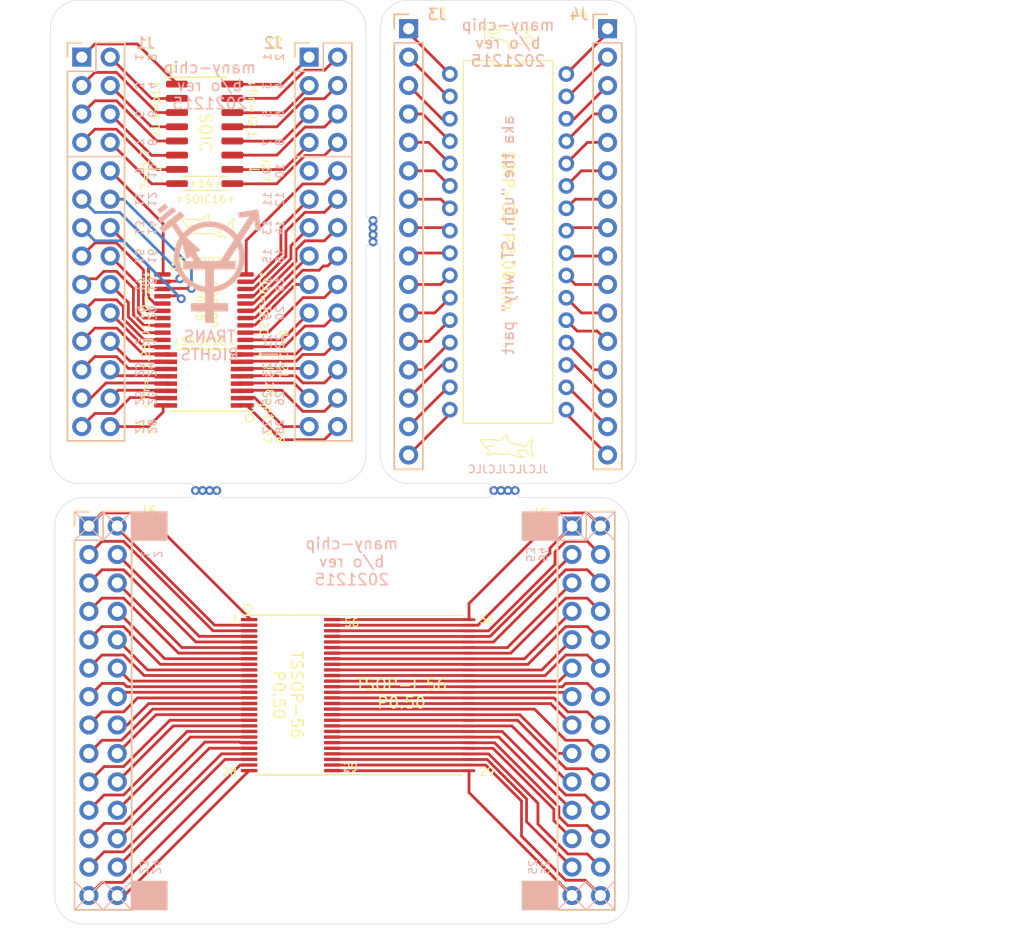
<source format=kicad_pcb>
(kicad_pcb (version 20171130) (host pcbnew 5.1.11)

  (general
    (thickness 1.6)
    (drawings 193)
    (tracks 666)
    (zones 0)
    (modules 17)
    (nets 145)
  )

  (page A4)
  (layers
    (0 F.Cu signal)
    (31 B.Cu signal)
    (32 B.Adhes user)
    (33 F.Adhes user)
    (34 B.Paste user)
    (35 F.Paste user)
    (36 B.SilkS user)
    (37 F.SilkS user)
    (38 B.Mask user)
    (39 F.Mask user)
    (40 Dwgs.User user)
    (41 Cmts.User user)
    (42 Eco1.User user)
    (43 Eco2.User user)
    (44 Edge.Cuts user)
    (45 Margin user)
    (46 B.CrtYd user)
    (47 F.CrtYd user)
    (48 B.Fab user)
    (49 F.Fab user)
  )

  (setup
    (last_trace_width 0.25)
    (trace_clearance 0.2)
    (zone_clearance 0.508)
    (zone_45_only no)
    (trace_min 0.2)
    (via_size 0.8)
    (via_drill 0.4)
    (via_min_size 0.4)
    (via_min_drill 0.3)
    (uvia_size 0.3)
    (uvia_drill 0.1)
    (uvias_allowed no)
    (uvia_min_size 0.2)
    (uvia_min_drill 0.1)
    (edge_width 0.05)
    (segment_width 0.2)
    (pcb_text_width 0.3)
    (pcb_text_size 1.5 1.5)
    (mod_edge_width 0.12)
    (mod_text_size 1 1)
    (mod_text_width 0.15)
    (pad_size 1.524 1.524)
    (pad_drill 0.762)
    (pad_to_mask_clearance 0)
    (aux_axis_origin 0 0)
    (visible_elements FFFFFF7F)
    (pcbplotparams
      (layerselection 0x010fc_ffffffff)
      (usegerberextensions false)
      (usegerberattributes true)
      (usegerberadvancedattributes true)
      (creategerberjobfile true)
      (excludeedgelayer true)
      (linewidth 0.100000)
      (plotframeref false)
      (viasonmask false)
      (mode 1)
      (useauxorigin false)
      (hpglpennumber 1)
      (hpglpenspeed 20)
      (hpglpendiameter 15.000000)
      (psnegative false)
      (psa4output false)
      (plotreference true)
      (plotvalue true)
      (plotinvisibletext false)
      (padsonsilk false)
      (subtractmaskfromsilk false)
      (outputformat 1)
      (mirror false)
      (drillshape 1)
      (scaleselection 1)
      (outputdirectory ""))
  )

  (net 0 "")
  (net 1 J115)
  (net 2 J114)
  (net 3 J113)
  (net 4 J112)
  (net 5 J111)
  (net 6 J110)
  (net 7 J109)
  (net 8 J108)
  (net 9 J107)
  (net 10 J106)
  (net 11 J105)
  (net 12 J104)
  (net 13 J103)
  (net 14 J102)
  (net 15 J101)
  (net 16 J100)
  (net 17 J135)
  (net 18 J134)
  (net 19 J133)
  (net 20 J132)
  (net 21 J131)
  (net 22 J130)
  (net 23 J129)
  (net 24 J128)
  (net 25 J127)
  (net 26 J126)
  (net 27 J125)
  (net 28 J124)
  (net 29 J123)
  (net 30 J122)
  (net 31 J121)
  (net 32 J120)
  (net 33 J28)
  (net 34 J27)
  (net 35 J26)
  (net 36 J25)
  (net 37 J24)
  (net 38 J23)
  (net 39 J22)
  (net 40 J21)
  (net 41 J20)
  (net 42 J19)
  (net 43 J18)
  (net 44 J17)
  (net 45 J16)
  (net 46 J15)
  (net 47 J14)
  (net 48 J13)
  (net 49 J12)
  (net 50 J11)
  (net 51 J10)
  (net 52 "Net-(J1-Pad9)")
  (net 53 J8)
  (net 54 J7)
  (net 55 J6)
  (net 56 J5)
  (net 57 J4)
  (net 58 J3)
  (net 59 J2)
  (net 60 J1)
  (net 61 J58)
  (net 62 J57)
  (net 63 J56)
  (net 64 J55)
  (net 65 J54)
  (net 66 J53)
  (net 67 J52)
  (net 68 J51)
  (net 69 J50)
  (net 70 J49)
  (net 71 J48)
  (net 72 J47)
  (net 73 J46)
  (net 74 J45)
  (net 75 J44)
  (net 76 J43)
  (net 77 J42)
  (net 78 J41)
  (net 79 J40)
  (net 80 "Net-(J2-Pad9)")
  (net 81 J38)
  (net 82 J37)
  (net 83 J36)
  (net 84 J35)
  (net 85 J34)
  (net 86 J33)
  (net 87 J32)
  (net 88 J31)
  (net 89 J264)
  (net 90 J214)
  (net 91 J263)
  (net 92 J213)
  (net 93 J262)
  (net 94 J212)
  (net 95 J261)
  (net 96 J211)
  (net 97 J260)
  (net 98 J210)
  (net 99 J259)
  (net 100 J209)
  (net 101 J258)
  (net 102 J208)
  (net 103 J257)
  (net 104 J207)
  (net 105 J256)
  (net 106 J206)
  (net 107 J255)
  (net 108 J205)
  (net 109 J254)
  (net 110 J204)
  (net 111 J253)
  (net 112 J203)
  (net 113 J252)
  (net 114 J202)
  (net 115 J251)
  (net 116 J201)
  (net 117 J284)
  (net 118 J234)
  (net 119 J283)
  (net 120 J233)
  (net 121 J282)
  (net 122 J232)
  (net 123 J281)
  (net 124 J231)
  (net 125 J280)
  (net 126 J230)
  (net 127 J279)
  (net 128 J229)
  (net 129 J278)
  (net 130 J228)
  (net 131 J277)
  (net 132 J227)
  (net 133 J276)
  (net 134 J226)
  (net 135 J275)
  (net 136 J225)
  (net 137 J274)
  (net 138 J224)
  (net 139 J273)
  (net 140 J223)
  (net 141 J272)
  (net 142 J222)
  (net 143 J271)
  (net 144 J221)

  (net_class Default "This is the default net class."
    (clearance 0.2)
    (trace_width 0.25)
    (via_dia 0.8)
    (via_drill 0.4)
    (uvia_dia 0.3)
    (uvia_drill 0.1)
    (add_net J1)
    (add_net J10)
    (add_net J100)
    (add_net J101)
    (add_net J102)
    (add_net J103)
    (add_net J104)
    (add_net J105)
    (add_net J106)
    (add_net J107)
    (add_net J108)
    (add_net J109)
    (add_net J11)
    (add_net J110)
    (add_net J111)
    (add_net J112)
    (add_net J113)
    (add_net J114)
    (add_net J115)
    (add_net J12)
    (add_net J120)
    (add_net J121)
    (add_net J122)
    (add_net J123)
    (add_net J124)
    (add_net J125)
    (add_net J126)
    (add_net J127)
    (add_net J128)
    (add_net J129)
    (add_net J13)
    (add_net J130)
    (add_net J131)
    (add_net J132)
    (add_net J133)
    (add_net J134)
    (add_net J135)
    (add_net J14)
    (add_net J15)
    (add_net J16)
    (add_net J17)
    (add_net J18)
    (add_net J19)
    (add_net J2)
    (add_net J20)
    (add_net J201)
    (add_net J202)
    (add_net J203)
    (add_net J204)
    (add_net J205)
    (add_net J206)
    (add_net J207)
    (add_net J208)
    (add_net J209)
    (add_net J21)
    (add_net J210)
    (add_net J211)
    (add_net J212)
    (add_net J213)
    (add_net J214)
    (add_net J22)
    (add_net J221)
    (add_net J222)
    (add_net J223)
    (add_net J224)
    (add_net J225)
    (add_net J226)
    (add_net J227)
    (add_net J228)
    (add_net J229)
    (add_net J23)
    (add_net J230)
    (add_net J231)
    (add_net J232)
    (add_net J233)
    (add_net J234)
    (add_net J24)
    (add_net J25)
    (add_net J251)
    (add_net J252)
    (add_net J253)
    (add_net J254)
    (add_net J255)
    (add_net J256)
    (add_net J257)
    (add_net J258)
    (add_net J259)
    (add_net J26)
    (add_net J260)
    (add_net J261)
    (add_net J262)
    (add_net J263)
    (add_net J264)
    (add_net J27)
    (add_net J271)
    (add_net J272)
    (add_net J273)
    (add_net J274)
    (add_net J275)
    (add_net J276)
    (add_net J277)
    (add_net J278)
    (add_net J279)
    (add_net J28)
    (add_net J280)
    (add_net J281)
    (add_net J282)
    (add_net J283)
    (add_net J284)
    (add_net J3)
    (add_net J31)
    (add_net J32)
    (add_net J33)
    (add_net J34)
    (add_net J35)
    (add_net J36)
    (add_net J37)
    (add_net J38)
    (add_net J4)
    (add_net J40)
    (add_net J41)
    (add_net J42)
    (add_net J43)
    (add_net J44)
    (add_net J45)
    (add_net J46)
    (add_net J47)
    (add_net J48)
    (add_net J49)
    (add_net J5)
    (add_net J50)
    (add_net J51)
    (add_net J52)
    (add_net J53)
    (add_net J54)
    (add_net J55)
    (add_net J56)
    (add_net J57)
    (add_net J58)
    (add_net J6)
    (add_net J7)
    (add_net J8)
    (add_net "Net-(J1-Pad9)")
    (add_net "Net-(J2-Pad9)")
  )

  (module Package_SO:TSOP-I-56_18.4x14mm_P0.5mm (layer F.Cu) (tedit 5A02F25C) (tstamp 61BE103A)
    (at 171.548 150.368)
    (descr "TSOP I, 32 pins, 18.4x8mm body (https://www.micron.com/~/media/documents/products/technical-note/nor-flash/tn1225_land_pad_design.pdf)")
    (tags "TSOP I 32")
    (path /61D28591/61D2880B)
    (attr smd)
    (fp_text reference U10 (at -36.83 -26.035) (layer F.SilkS) hide
      (effects (font (size 1 1) (thickness 0.15)))
    )
    (fp_text value MX29LV160B (at 4.22 8.001) (layer F.Fab)
      (effects (font (size 1 1) (thickness 0.15)))
    )
    (fp_text user %R (at 0 0) (layer F.Fab)
      (effects (font (size 1 1) (thickness 0.15)))
    )
    (fp_line (start -10.55 7.25) (end -10.55 -7.25) (layer F.CrtYd) (width 0.05))
    (fp_line (start 10.55 7.25) (end -10.55 7.25) (layer F.CrtYd) (width 0.05))
    (fp_line (start 10.55 -7.25) (end 10.55 7.25) (layer F.CrtYd) (width 0.05))
    (fp_line (start -10.55 -7.25) (end 10.55 -7.25) (layer F.CrtYd) (width 0.05))
    (fp_line (start -9.2 7.12) (end 9.2 7.12) (layer F.SilkS) (width 0.12))
    (fp_line (start 9.2 -7.12) (end -10.2 -7.12) (layer F.SilkS) (width 0.1))
    (fp_line (start -8.2 -7) (end -9.2 -6) (layer F.Fab) (width 0.1))
    (fp_line (start 9.2 -7) (end 9.2 7) (layer F.Fab) (width 0.1))
    (fp_line (start 9.2 7) (end -9.2 7) (layer F.Fab) (width 0.1))
    (fp_line (start -9.2 7) (end -9.2 -6) (layer F.Fab) (width 0.1))
    (fp_line (start -8.2 -7) (end 9.2 -7) (layer F.Fab) (width 0.1))
    (pad 56 smd rect (at 9.75 -6.75) (size 1.1 0.25) (layers F.Cu F.Paste F.Mask)
      (net 116 J201))
    (pad 55 smd rect (at 9.75 -6.25) (size 1.1 0.25) (layers F.Cu F.Paste F.Mask)
      (net 115 J251))
    (pad 54 smd rect (at 9.75 -5.75) (size 1.1 0.25) (layers F.Cu F.Paste F.Mask)
      (net 114 J202))
    (pad 53 smd rect (at 9.75 -5.25) (size 1.1 0.25) (layers F.Cu F.Paste F.Mask)
      (net 113 J252))
    (pad 52 smd rect (at 9.75 -4.75) (size 1.1 0.25) (layers F.Cu F.Paste F.Mask)
      (net 112 J203))
    (pad 51 smd rect (at 9.75 -4.25) (size 1.1 0.25) (layers F.Cu F.Paste F.Mask)
      (net 111 J253))
    (pad 50 smd rect (at 9.75 -3.75) (size 1.1 0.25) (layers F.Cu F.Paste F.Mask)
      (net 110 J204))
    (pad 49 smd rect (at 9.75 -3.25) (size 1.1 0.25) (layers F.Cu F.Paste F.Mask)
      (net 109 J254))
    (pad 48 smd rect (at 9.75 -2.75) (size 1.1 0.25) (layers F.Cu F.Paste F.Mask)
      (net 108 J205))
    (pad 47 smd rect (at 9.75 -2.25) (size 1.1 0.25) (layers F.Cu F.Paste F.Mask)
      (net 107 J255))
    (pad 46 smd rect (at 9.75 -1.75) (size 1.1 0.25) (layers F.Cu F.Paste F.Mask)
      (net 106 J206))
    (pad 45 smd rect (at 9.75 -1.25) (size 1.1 0.25) (layers F.Cu F.Paste F.Mask)
      (net 105 J256))
    (pad 44 smd rect (at 9.75 -0.75) (size 1.1 0.25) (layers F.Cu F.Paste F.Mask)
      (net 104 J207))
    (pad 43 smd rect (at 9.75 -0.25) (size 1.1 0.25) (layers F.Cu F.Paste F.Mask)
      (net 103 J257))
    (pad 42 smd rect (at 9.75 0.25) (size 1.1 0.25) (layers F.Cu F.Paste F.Mask)
      (net 102 J208))
    (pad 41 smd rect (at 9.75 0.75) (size 1.1 0.25) (layers F.Cu F.Paste F.Mask)
      (net 101 J258))
    (pad 40 smd rect (at 9.75 1.25) (size 1.1 0.25) (layers F.Cu F.Paste F.Mask)
      (net 100 J209))
    (pad 39 smd rect (at 9.75 1.75) (size 1.1 0.25) (layers F.Cu F.Paste F.Mask)
      (net 99 J259))
    (pad 38 smd rect (at 9.75 2.25) (size 1.1 0.25) (layers F.Cu F.Paste F.Mask)
      (net 98 J210))
    (pad 37 smd rect (at 9.75 2.75) (size 1.1 0.25) (layers F.Cu F.Paste F.Mask)
      (net 97 J260))
    (pad 36 smd rect (at 9.75 3.25) (size 1.1 0.25) (layers F.Cu F.Paste F.Mask)
      (net 96 J211))
    (pad 35 smd rect (at 9.75 3.75) (size 1.1 0.25) (layers F.Cu F.Paste F.Mask)
      (net 95 J261))
    (pad 34 smd rect (at 9.75 4.25) (size 1.1 0.25) (layers F.Cu F.Paste F.Mask)
      (net 94 J212))
    (pad 33 smd rect (at 9.75 4.75) (size 1.1 0.25) (layers F.Cu F.Paste F.Mask)
      (net 93 J262))
    (pad 32 smd rect (at 9.75 5.25) (size 1.1 0.25) (layers F.Cu F.Paste F.Mask)
      (net 92 J213))
    (pad 31 smd rect (at 9.75 5.75) (size 1.1 0.25) (layers F.Cu F.Paste F.Mask)
      (net 91 J263))
    (pad 30 smd rect (at 9.75 6.25) (size 1.1 0.25) (layers F.Cu F.Paste F.Mask)
      (net 90 J214))
    (pad 28 smd rect (at -9.75 6.75) (size 1.1 0.25) (layers F.Cu F.Paste F.Mask)
      (net 118 J234))
    (pad 27 smd rect (at -9.75 6.25) (size 1.1 0.25) (layers F.Cu F.Paste F.Mask)
      (net 117 J284))
    (pad 26 smd rect (at -9.75 5.75) (size 1.1 0.25) (layers F.Cu F.Paste F.Mask)
      (net 120 J233))
    (pad 25 smd rect (at -9.75 5.25) (size 1.1 0.25) (layers F.Cu F.Paste F.Mask)
      (net 119 J283))
    (pad 24 smd rect (at -9.75 4.75) (size 1.1 0.25) (layers F.Cu F.Paste F.Mask)
      (net 122 J232))
    (pad 23 smd rect (at -9.75 4.25) (size 1.1 0.25) (layers F.Cu F.Paste F.Mask)
      (net 121 J282))
    (pad 22 smd rect (at -9.75 3.75) (size 1.1 0.25) (layers F.Cu F.Paste F.Mask)
      (net 124 J231))
    (pad 21 smd rect (at -9.75 3.25) (size 1.1 0.25) (layers F.Cu F.Paste F.Mask)
      (net 123 J281))
    (pad 20 smd rect (at -9.75 2.75) (size 1.1 0.25) (layers F.Cu F.Paste F.Mask)
      (net 126 J230))
    (pad 19 smd rect (at -9.75 2.25) (size 1.1 0.25) (layers F.Cu F.Paste F.Mask)
      (net 125 J280))
    (pad 18 smd rect (at -9.75 1.75) (size 1.1 0.25) (layers F.Cu F.Paste F.Mask)
      (net 128 J229))
    (pad 17 smd rect (at -9.75 1.25) (size 1.1 0.25) (layers F.Cu F.Paste F.Mask)
      (net 127 J279))
    (pad 16 smd rect (at -9.75 0.75) (size 1.1 0.25) (layers F.Cu F.Paste F.Mask)
      (net 130 J228))
    (pad 15 smd rect (at -9.75 0.25) (size 1.1 0.25) (layers F.Cu F.Paste F.Mask)
      (net 129 J278))
    (pad 14 smd rect (at -9.75 -0.25) (size 1.1 0.25) (layers F.Cu F.Paste F.Mask)
      (net 132 J227))
    (pad 13 smd rect (at -9.75 -0.75) (size 1.1 0.25) (layers F.Cu F.Paste F.Mask)
      (net 131 J277))
    (pad 12 smd rect (at -9.75 -1.25) (size 1.1 0.25) (layers F.Cu F.Paste F.Mask)
      (net 134 J226))
    (pad 11 smd rect (at -9.75 -1.75) (size 1.1 0.25) (layers F.Cu F.Paste F.Mask)
      (net 133 J276))
    (pad 10 smd rect (at -9.75 -2.25) (size 1.1 0.25) (layers F.Cu F.Paste F.Mask)
      (net 136 J225))
    (pad 9 smd rect (at -9.75 -2.75) (size 1.1 0.25) (layers F.Cu F.Paste F.Mask)
      (net 135 J275))
    (pad 8 smd rect (at -9.75 -3.25) (size 1.1 0.25) (layers F.Cu F.Paste F.Mask)
      (net 138 J224))
    (pad 7 smd rect (at -9.75 -3.75) (size 1.1 0.25) (layers F.Cu F.Paste F.Mask)
      (net 137 J274))
    (pad 6 smd rect (at -9.75 -4.25) (size 1.1 0.25) (layers F.Cu F.Paste F.Mask)
      (net 140 J223))
    (pad 5 smd rect (at -9.75 -4.75) (size 1.1 0.25) (layers F.Cu F.Paste F.Mask)
      (net 139 J273))
    (pad 4 smd rect (at -9.75 -5.25) (size 1.1 0.25) (layers F.Cu F.Paste F.Mask)
      (net 142 J222))
    (pad 3 smd rect (at -9.75 -5.75) (size 1.1 0.25) (layers F.Cu F.Paste F.Mask)
      (net 141 J272))
    (pad 2 smd rect (at -9.75 -6.25) (size 1.1 0.25) (layers F.Cu F.Paste F.Mask)
      (net 144 J221))
    (pad 29 smd rect (at 9.75 6.75) (size 1.1 0.25) (layers F.Cu F.Paste F.Mask)
      (net 89 J264))
    (pad 1 smd rect (at -9.75 -6.75) (size 1.1 0.25) (layers F.Cu F.Paste F.Mask)
      (net 143 J271))
    (model ${KISYS3DMOD}/Package_SO.3dshapes/TSOP-I-56_18.4x14mm_P0.5mm.wrl
      (at (xyz 0 0 0))
      (scale (xyz 1 1 1))
      (rotate (xyz 0 0 0))
    )
  )

  (module graphics:trans (layer F.Cu) (tedit 61BBE09A) (tstamp 61BDCA41)
    (at 158.242 111.76)
    (fp_text reference REF** (at -0.254 0.4492) (layer F.SilkS) hide
      (effects (font (size 1 1) (thickness 0.15)))
    )
    (fp_text value trans (at -0.254 -0.5508) (layer F.Fab)
      (effects (font (size 1 1) (thickness 0.15)))
    )
    (fp_line (start -3.2004 -4.6736) (end -4.4704 -3.6576) (layer B.SilkS) (width 0.1))
    (fp_line (start -4.1148 -5.2578) (end -3.9116 -5.0038) (layer B.SilkS) (width 0.1))
    (fp_curve (pts (xy -2.219817 1.508616) (xy -1.383625 2.344808) (xy -0.12606 2.594954) (xy 0.966478 2.14241)) (layer B.SilkS) (width 0.5))
    (fp_line (start 2.5146 -4.1148) (end 2.5146 -4.4958) (layer B.SilkS) (width 0.1))
    (fp_line (start -4.7498 -4.7752) (end -4.1148 -5.2578) (layer B.SilkS) (width 0.1))
    (fp_line (start 2.5146 -1.8288) (end 1.4986 -0.1778) (layer B.SilkS) (width 0.1))
    (fp_line (start -4.5466 -4.4958) (end -4.7498 -4.7752) (layer B.SilkS) (width 0.1))
    (fp_line (start -3.9116 -5.0038) (end -4.5466 -4.4958) (layer B.SilkS) (width 0.1))
    (fp_line (start 3.5306 -4.2418) (end 2.5146 -4.1148) (layer B.SilkS) (width 0.1))
    (fp_line (start 4.4196 -2.9718) (end 4.0386 -2.9718) (layer B.SilkS) (width 0.1))
    (fp_line (start -2.4384 -4.2164) (end -4.2672 -2.7686) (layer B.SilkS) (width 0.1))
    (fp_line (start -0.4318 0.5842) (end 0.2032 0.5842) (layer B.SilkS) (width 0.1))
    (fp_line (start 4.0386 -2.9718) (end 3.9116 -3.9878) (layer B.SilkS) (width 0.1))
    (fp_line (start 2.2606 -2.3368) (end 2.5146 -1.8288) (layer B.SilkS) (width 0.1))
    (fp_line (start 0.2032 0.5842) (end 0.2032 3.6322) (layer B.SilkS) (width 0.1))
    (fp_line (start -3.2004 -3.6068) (end -2.3114 -2.3368) (layer B.SilkS) (width 0.1))
    (fp_line (start 2.1336 -0.127) (end 2.1336 0.508) (layer B.SilkS) (width 0.1))
    (fp_line (start 1.4986 -0.1778) (end 0.8636 -0.1778) (layer B.SilkS) (width 0.1))
    (fp_line (start -1.5494 4.2672) (end -1.5494 3.6322) (layer B.SilkS) (width 0.1))
    (fp_curve (pts (xy 1.915017 -2.626217) (xy 1.366704 -3.17453) (xy 0.623032 -3.482569) (xy -0.1524 -3.482569)) (layer B.SilkS) (width 0.5))
    (fp_line (start -1.8034 -0.6858) (end -2.1844 -0.4318) (layer B.SilkS) (width 0.1))
    (fp_line (start -4.4704 -3.6576) (end -4.6736 -3.937) (layer B.SilkS) (width 0.1))
    (fp_line (start 2.5146 -4.4958) (end 4.1656 -4.7498) (layer B.SilkS) (width 0.1))
    (fp_line (start -1.5494 3.6322) (end -0.2794 3.6322) (layer B.SilkS) (width 0.1))
    (fp_line (start -0.2794 5.2832) (end -0.2794 4.2672) (layer B.SilkS) (width 0.1))
    (fp_line (start -0.2794 4.2672) (end -1.5494 4.2672) (layer B.SilkS) (width 0.1))
    (fp_line (start -2.4384 -0.127) (end 2.1336 -0.127) (layer B.SilkS) (width 0.1))
    (fp_line (start 1.6256 -1.3208) (end 3.5306 -4.2418) (layer B.SilkS) (width 0.1))
    (fp_curve (pts (xy -2.85361 -1.677678) (xy -3.306154 -0.58514) (xy -3.056009 0.672425) (xy -2.219817 1.508616)) (layer B.SilkS) (width 0.5))
    (fp_line (start 1.4732 4.2672) (end 0.2032 4.2672) (layer B.SilkS) (width 0.1))
    (fp_line (start 0.2032 4.2672) (end 0.2032 5.2832) (layer B.SilkS) (width 0.1))
    (fp_line (start 1.8796 -0.8128) (end 1.6256 -1.3208) (layer B.SilkS) (width 0.1))
    (fp_line (start -1.4224 -0.1778) (end -1.8034 -0.6858) (layer B.SilkS) (width 0.1))
    (fp_line (start 4.1656 -4.7498) (end 4.4196 -2.9718) (layer B.SilkS) (width 0.1))
    (fp_curve (pts (xy -0.1524 -3.482569) (xy -1.334954 -3.482569) (xy -2.401066 -2.770215) (xy -2.85361 -1.677678)) (layer B.SilkS) (width 0.5))
    (fp_line (start -0.9144 -0.1778) (end -1.4224 -0.1778) (layer B.SilkS) (width 0.1))
    (fp_line (start 0.2032 5.2832) (end -0.4318 5.2832) (layer B.SilkS) (width 0.1))
    (fp_line (start -2.5654 -1.9558) (end -2.3114 -2.3368) (layer B.SilkS) (width 0.1))
    (fp_line (start -0.2794 3.6322) (end -0.2794 0.5842) (layer B.SilkS) (width 0.1))
    (fp_curve (pts (xy 0.966478 2.14241) (xy 2.059015 1.689866) (xy 2.771369 0.623754) (xy 2.771369 -0.5588)) (layer B.SilkS) (width 0.5))
    (fp_line (start -0.1524 -3.482569) (end -0.1524 -3.482569) (layer B.SilkS) (width 0.1))
    (fp_line (start -1.4224 -0.9398) (end -0.9144 -0.1778) (layer B.SilkS) (width 0.1))
    (fp_line (start -1.0414 -1.1938) (end -1.4224 -0.9398) (layer B.SilkS) (width 0.1))
    (fp_line (start 0.2032 3.6322) (end 1.4732 3.6322) (layer B.SilkS) (width 0.1))
    (fp_line (start 2.1336 0.508) (end -2.4384 0.508) (layer B.SilkS) (width 0.1))
    (fp_line (start -2.4384 0.508) (end -2.4384 -0.127) (layer B.SilkS) (width 0.1))
    (fp_line (start -3.429 -4.953) (end -3.2004 -4.6736) (layer B.SilkS) (width 0.1))
    (fp_line (start -3.4544 -3.3528) (end -3.2004 -3.6068) (layer B.SilkS) (width 0.1))
    (fp_line (start 1.4732 3.6322) (end 1.4732 4.2672) (layer B.SilkS) (width 0.1))
    (fp_line (start -4.6736 -3.937) (end -3.429 -4.953) (layer B.SilkS) (width 0.1))
    (fp_line (start -2.1844 -0.4318) (end -2.5654 -1.9558) (layer B.SilkS) (width 0.1))
    (fp_line (start -2.5654 -1.9558) (end -3.4544 -3.3528) (layer B.SilkS) (width 0.1))
    (fp_line (start 3.9116 -3.9878) (end 1.8796 -0.8128) (layer B.SilkS) (width 0.1))
    (fp_line (start -2.3114 -2.3368) (end -2.5654 -1.9558) (layer B.SilkS) (width 0.1))
    (fp_line (start 0.8636 -0.1778) (end 2.2606 -2.3368) (layer B.SilkS) (width 0.1))
    (fp_line (start -2.7432 -4.572) (end -2.4384 -4.2164) (layer B.SilkS) (width 0.1))
    (fp_curve (pts (xy 2.771369 -0.5588) (xy 2.771369 -1.334232) (xy 2.46333 -2.077904) (xy 1.915017 -2.626217)) (layer B.SilkS) (width 0.5))
    (fp_line (start -4.5466 -3.1496) (end -2.7432 -4.572) (layer B.SilkS) (width 0.1))
    (fp_line (start -4.2672 -2.7686) (end -4.5466 -3.1496) (layer B.SilkS) (width 0.1))
    (fp_line (start -2.3114 -2.3368) (end -1.0414 -1.1938) (layer B.SilkS) (width 0.1))
    (fp_poly (pts (xy 2.1336 0.508) (xy -2.4384 0.508) (xy -2.4384 -0.127) (xy 2.1336 -0.127)) (layer B.SilkS) (width 0.1))
    (fp_poly (pts (xy 0.1524 3.6322) (xy 1.4224 3.6322) (xy 1.4224 4.2672) (xy 0.1524 4.2672)
      (xy 0.1524 5.2832) (xy -0.4826 5.2832) (xy -0.4826 4.2672) (xy -1.7526 4.2672)
      (xy -1.7526 3.6322) (xy -0.4826 3.6322) (xy -0.4826 0.5842) (xy 0.1524 0.5842)) (layer B.SilkS) (width 0.1))
    (fp_poly (pts (xy -3.9116 -5.0038) (xy -4.5466 -4.4958) (xy -4.7498 -4.7752) (xy -4.1148 -5.2578)) (layer B.SilkS) (width 0.1))
    (fp_poly (pts (xy -3.2004 -4.6736) (xy -4.4704 -3.6576) (xy -4.6736 -3.937) (xy -3.429 -4.953)) (layer B.SilkS) (width 0.1))
    (fp_poly (pts (xy -2.4384 -4.2164) (xy -4.2672 -2.7686) (xy -4.5466 -3.1496) (xy -2.7432 -4.572)) (layer B.SilkS) (width 0.1))
    (fp_poly (pts (xy -2.3114 -2.3368) (xy -2.5654 -1.9558) (xy -3.4544 -3.3528) (xy -3.2004 -3.6068)) (layer B.SilkS) (width 0.1))
    (fp_poly (pts (xy -1.0414 -1.1938) (xy -1.4224 -0.9398) (xy -0.9144 -0.1778) (xy -1.4224 -0.1778)
      (xy -1.8034 -0.6858) (xy -2.1844 -0.4318) (xy -2.5654 -1.9558) (xy -2.3114 -2.3368)) (layer B.SilkS) (width 0.1))
    (fp_poly (pts (xy 1.8796 -0.8128) (xy 1.4986 -0.1778) (xy 0.8636 -0.1778) (xy 1.6256 -1.3208)) (layer B.SilkS) (width 0.1))
    (fp_poly (pts (xy 2.5146 -1.8288) (xy 1.8796 -0.8128) (xy 1.6256 -1.3208) (xy 2.2606 -2.3368)) (layer B.SilkS) (width 0.1))
    (fp_poly (pts (xy 4.4196 -2.9718) (xy 4.0386 -2.9718) (xy 3.9116 -3.9878) (xy 2.5146 -1.8288)
      (xy 2.2606 -2.3368) (xy 3.5306 -4.2418) (xy 2.5146 -4.1148) (xy 2.5146 -4.4958)
      (xy 4.1656 -4.7498)) (layer B.SilkS) (width 0.1))
  )

  (module graphics:shork (layer F.Cu) (tedit 61BBDCDB) (tstamp 61BD8A84)
    (at 158.115 108.585)
    (fp_text reference REF** (at 0 0.5) (layer F.SilkS) hide
      (effects (font (size 1 1) (thickness 0.15)))
    )
    (fp_text value shork (at 0 0) (layer F.Fab)
      (effects (font (size 1 1) (thickness 0.15)))
    )
    (fp_curve (pts (xy 0.8636 -0.254) (xy 0.900007 -0.280373) (xy 0.936414 -0.306747) (xy 0.977659 -0.321489)) (layer F.SilkS) (width 0.1))
    (fp_curve (pts (xy -1.763815 0.39881) (xy -1.703278 0.348641) (xy -1.636129 0.313099) (xy -1.56898 0.277558)) (layer F.SilkS) (width 0.1))
    (fp_curve (pts (xy -1.549138 -0.487283) (xy -1.545065 -0.489472) (xy -1.541507 -0.492657) (xy -1.539037 -0.496576)) (layer F.SilkS) (width 0.01))
    (fp_curve (pts (xy -1.538955 -0.522584) (xy -1.540198 -0.52457) (xy -1.541717 -0.526383) (xy -1.54344 -0.527965)) (layer F.SilkS) (width 0.01))
    (fp_curve (pts (xy 0.075264 -0.533298) (xy 0.155908 -0.492299) (xy 0.236553 -0.4513) (xy 0.320311 -0.418034)) (layer F.SilkS) (width 0.1))
    (fp_curve (pts (xy -0.055375 -1.195499) (xy -0.060723 -1.157658) (xy -0.066072 -1.119818) (xy -0.068568 -1.081642)) (layer F.SilkS) (width 0.1))
    (fp_curve (pts (xy 2.086656 -0.229357) (xy 2.063954 -0.048983) (xy 2.073832 0.138162) (xy 2.118487 0.313925)) (layer F.SilkS) (width 0.1))
    (fp_curve (pts (xy 1.054114 -0.33884) (xy 1.077772 -0.342465) (xy 1.101324 -0.345533) (xy 1.124877 -0.348601)) (layer F.SilkS) (width 0.1))
    (fp_curve (pts (xy -1.587659 -0.496576) (xy -1.585186 -0.492661) (xy -1.581631 -0.489473) (xy -1.577559 -0.487283)) (layer F.SilkS) (width 0.01))
    (fp_curve (pts (xy -1.591503 -0.509649) (xy -1.591503 -0.505066) (xy -1.590115 -0.500462) (xy -1.587659 -0.496576)) (layer F.SilkS) (width 0.01))
    (fp_curve (pts (xy -1.677062 -0.734661) (xy -1.506689 -0.734083) (xy -1.336075 -0.733311) (xy -1.166662 -0.719009)) (layer F.SilkS) (width 0.1))
    (fp_curve (pts (xy -2.214168 -0.315412) (xy -2.294081 -0.424773) (xy -2.370746 -0.535347) (xy -2.447411 -0.645921)) (layer F.SilkS) (width 0.1))
    (fp_curve (pts (xy 1.579859 -0.199943) (xy 1.634165 -0.254054) (xy 1.670798 -0.320126) (xy 1.714907 -0.381398)) (layer F.SilkS) (width 0.1))
    (fp_curve (pts (xy -1.587659 -0.522722) (xy -1.590115 -0.518794) (xy -1.591503 -0.514232) (xy -1.591503 -0.509649)) (layer F.SilkS) (width 0.01))
    (fp_curve (pts (xy -1.987924 -0.03777) (xy -1.911391 -0.089966) (xy -1.834857 -0.142161) (xy -1.74972 -0.165959)) (layer F.SilkS) (width 0.1))
    (fp_curve (pts (xy -1.563348 -0.483747) (xy -1.558416 -0.483747) (xy -1.553484 -0.484948) (xy -1.549138 -0.487283)) (layer F.SilkS) (width 0.01))
    (fp_curve (pts (xy 1.523011 -0.157486) (xy 1.544051 -0.167174) (xy 1.562824 -0.18297) (xy 1.579859 -0.199943)) (layer F.SilkS) (width 0.1))
    (fp_curve (pts (xy 2.118487 0.313925) (xy 2.164787 0.496159) (xy 2.248472 0.666158) (xy 2.332157 0.836156)) (layer F.SilkS) (width 0.1))
    (fp_curve (pts (xy 1.734839 0.381158) (xy 1.676476 0.300481) (xy 1.627071 0.203909) (xy 1.548326 0.173952)) (layer F.SilkS) (width 0.1))
    (fp_curve (pts (xy -1.577559 -0.532015) (xy -1.581631 -0.529992) (xy -1.585186 -0.526679) (xy -1.587659 -0.522722)) (layer F.SilkS) (width 0.01))
    (fp_curve (pts (xy 1.197204 -0.210455) (xy 1.219633 -0.18569) (xy 1.244332 -0.163536) (xy 1.26903 -0.141382)) (layer F.SilkS) (width 0.1))
    (fp_curve (pts (xy 0.719447 0.367657) (xy 0.789316 0.42982) (xy 0.859186 0.491984) (xy 0.93374 0.548066)) (layer F.SilkS) (width 0.1))
    (fp_curve (pts (xy 0.93374 0.548066) (xy 1.013247 0.607875) (xy 1.098083 0.660768) (xy 1.184678 0.710153)) (layer F.SilkS) (width 0.1))
    (fp_curve (pts (xy 0.977659 -0.321489) (xy 1.002057 -0.33021) (xy 1.028149 -0.334861) (xy 1.054114 -0.33884)) (layer F.SilkS) (width 0.1))
    (fp_curve (pts (xy 1.124877 -0.348601) (xy 1.131505 -0.324983) (xy 1.138134 -0.301365) (xy 1.148661 -0.279528)) (layer F.SilkS) (width 0.1))
    (fp_curve (pts (xy 1.548326 0.173952) (xy 1.486261 0.150341) (xy 1.405968 0.168113) (xy 1.328713 0.181189)) (layer F.SilkS) (width 0.1))
    (fp_curve (pts (xy 0.043731 0.480278) (xy -0.082634 0.52373) (xy -0.208998 0.567182) (xy -0.339176 0.580281)) (layer F.SilkS) (width 0.1))
    (fp_curve (pts (xy 2.224043 -0.767544) (xy 2.166934 -0.5905) (xy 2.109826 -0.413455) (xy 2.086656 -0.229357)) (layer F.SilkS) (width 0.1))
    (fp_curve (pts (xy 1.997893 -0.647692) (xy 2.069937 -0.693761) (xy 2.14699 -0.730653) (xy 2.224043 -0.767544)) (layer F.SilkS) (width 0.1))
    (fp_curve (pts (xy 1.714907 -0.381398) (xy 1.790681 -0.486657) (xy 1.888515 -0.577751) (xy 1.997893 -0.647692)) (layer F.SilkS) (width 0.1))
    (fp_curve (pts (xy -0.293109 -1.053665) (xy -0.215989 -1.105069) (xy -0.135682 -1.150284) (xy -0.055375 -1.195499)) (layer F.SilkS) (width 0.1))
    (fp_curve (pts (xy -1.879809 0.732539) (xy -1.887295 0.668538) (xy -1.894781 0.604538) (xy -1.876376 0.547487)) (layer F.SilkS) (width 0.1))
    (fp_curve (pts (xy -1.577559 -0.487283) (xy -1.573214 -0.484947) (xy -1.568281 -0.483746) (xy -1.563348 -0.483747)) (layer F.SilkS) (width 0.1))
    (fp_curve (pts (xy -2.447411 -0.645921) (xy -2.435977 -0.670916) (xy -2.424543 -0.695911) (xy -2.40544 -0.710171)) (layer F.SilkS) (width 0.1))
    (fp_curve (pts (xy 1.392303 -0.143306) (xy 1.437257 -0.142562) (xy 1.484025 -0.139536) (xy 1.523011 -0.157486)) (layer F.SilkS) (width 0.1))
    (fp_curve (pts (xy 2.332157 0.836156) (xy 2.254381 0.791128) (xy 2.176604 0.7461) (xy 2.101147 0.698901)) (layer F.SilkS) (width 0.1))
    (fp_curve (pts (xy -0.722082 0.553844) (xy -0.851827 0.530012) (xy -0.978407 0.498384) (xy -1.104987 0.466757)) (layer F.SilkS) (width 0.1))
    (fp_curve (pts (xy 1.184678 0.710153) (xy 1.276057 0.762266) (xy 1.369396 0.810472) (xy 1.462735 0.858677)) (layer F.SilkS) (width 0.1))
    (fp_curve (pts (xy 1.462735 0.858677) (xy 1.296683 0.847888) (xy 1.130631 0.837099) (xy 0.968192 0.805789)) (layer F.SilkS) (width 0.1))
    (fp_curve (pts (xy -1.56898 0.277558) (xy -1.694919 0.197748) (xy -1.820859 0.117938) (xy -1.929508 0.018647)) (layer F.SilkS) (width 0.1))
    (fp_curve (pts (xy -2.40544 -0.710171) (xy -2.380861 -0.728518) (xy -2.343588 -0.729095) (xy -2.308761 -0.730244)) (layer F.SilkS) (width 0.1))
    (fp_curve (pts (xy -1.652819 0.594785) (xy -1.733497 0.629186) (xy -1.806653 0.680862) (xy -1.879809 0.732539)) (layer F.SilkS) (width 0.1))
    (fp_line (start -1.563348 -0.535552) (end -1.563348 -0.535552) (layer F.SilkS) (width 0.01))
    (fp_curve (pts (xy -1.876376 0.547487) (xy -1.857833 0.490005) (xy -1.813007 0.439578) (xy -1.763815 0.39881)) (layer F.SilkS) (width 0.1))
    (fp_curve (pts (xy -0.339176 0.580281) (xy -0.465428 0.592985) (xy -0.595266 0.577138) (xy -0.722082 0.553844)) (layer F.SilkS) (width 0.1))
    (fp_curve (pts (xy 1.26903 -0.141382) (xy 1.309589 -0.142693) (xy 1.350149 -0.144003) (xy 1.392303 -0.143306)) (layer F.SilkS) (width 0.1))
    (fp_curve (pts (xy -1.556042 -0.534664) (xy -1.558429 -0.535209) (xy -1.560889 -0.53538) (xy -1.563348 -0.535552)) (layer F.SilkS) (width 0.01))
    (fp_curve (pts (xy -2.308761 -0.730244) (xy -2.267047 -0.73162) (xy -2.228843 -0.733819) (xy -2.190639 -0.736017)) (layer F.SilkS) (width 0.1))
    (fp_curve (pts (xy 1.328713 0.181189) (xy 1.182172 0.205992) (xy 1.04656 0.213902) (xy 0.920053 0.263142)) (layer F.SilkS) (width 0.1))
    (fp_curve (pts (xy 0.920053 0.263142) (xy 0.851396 0.289865) (xy 0.785422 0.328761) (xy 0.719447 0.367657)) (layer F.SilkS) (width 0.1))
    (fp_curve (pts (xy 0.498935 0.666922) (xy 0.345022 0.60923) (xy 0.194376 0.544754) (xy 0.043731 0.480278)) (layer F.SilkS) (width 0.1))
    (fp_line (start -0.668024 -0.650425) (end -0.668024 -0.650425) (layer F.SilkS) (width 0.01))
    (fp_curve (pts (xy -1.563348 -0.535552) (xy -1.568281 -0.534862) (xy -1.573214 -0.534173) (xy -1.577559 -0.532015)) (layer F.SilkS) (width 0.01))
    (fp_curve (pts (xy -1.54344 -0.527965) (xy -1.545201 -0.529582) (xy -1.547175 -0.530958) (xy -1.549289 -0.532091)) (layer F.SilkS) (width 0.01))
    (fp_curve (pts (xy -1.549289 -0.532091) (xy -1.551422 -0.533234) (xy -1.553697 -0.534129) (xy -1.556042 -0.534664)) (layer F.SilkS) (width 0.01))
    (fp_curve (pts (xy 2.101147 0.698901) (xy 1.964975 0.613727) (xy 1.836355 0.521487) (xy 1.734839 0.381158)) (layer F.SilkS) (width 0.1))
    (fp_curve (pts (xy -1.383444 0.523636) (xy -1.475224 0.541611) (xy -1.568162 0.558688) (xy -1.652819 0.594785)) (layer F.SilkS) (width 0.1))
    (fp_curve (pts (xy 1.148661 -0.279528) (xy 1.160827 -0.254292) (xy 1.178201 -0.231436) (xy 1.197204 -0.210455)) (layer F.SilkS) (width 0.1))
    (fp_curve (pts (xy -0.668024 -0.65042) (xy -0.619348 -0.727708) (xy -0.570673 -0.804996) (xy -0.510255 -0.872221)) (layer F.SilkS) (width 0.1))
    (fp_curve (pts (xy -1.104987 0.466757) (xy -1.197404 0.486028) (xy -1.289821 0.5053) (xy -1.383444 0.523636)) (layer F.SilkS) (width 0.1))
    (fp_curve (pts (xy -0.510255 -0.872221) (xy -0.447443 -0.942109) (xy -0.371941 -1.00112) (xy -0.293109 -1.053665)) (layer F.SilkS) (width 0.1))
    (fp_curve (pts (xy -2.190639 -0.736017) (xy -2.019527 -0.73563) (xy -1.848416 -0.735243) (xy -1.677062 -0.734661)) (layer F.SilkS) (width 0.1))
    (fp_curve (pts (xy -1.539037 -0.496576) (xy -1.536586 -0.500466) (xy -1.535207 -0.505079) (xy -1.535194 -0.509649)) (layer F.SilkS) (width 0.01))
    (fp_curve (pts (xy -1.4999 -0.18727) (xy -1.415177 -0.188866) (xy -1.332159 -0.194405) (xy -1.249141 -0.199943)) (layer F.SilkS) (width 0.1))
    (fp_curve (pts (xy -0.044959 -0.830908) (xy -0.018441 -0.727219) (xy 0.028411 -0.630258) (xy 0.075264 -0.533298)) (layer F.SilkS) (width 0.1))
    (fp_curve (pts (xy 0.588305 -0.331454) (xy 0.680113 -0.305305) (xy 0.771857 -0.279652) (xy 0.8636 -0.254)) (layer F.SilkS) (width 0.1))
    (fp_curve (pts (xy -1.536158 -0.516371) (xy -1.536799 -0.518556) (xy -1.537746 -0.520652) (xy -1.538955 -0.522584)) (layer F.SilkS) (width 0.01))
    (fp_curve (pts (xy -1.166662 -0.719009) (xy -0.999672 -0.704912) (xy -0.833848 -0.677669) (xy -0.668024 -0.650425)) (layer F.SilkS) (width 0.1))
    (fp_curve (pts (xy 0.968192 0.805789) (xy 0.808363 0.774982) (xy 0.652032 0.724308) (xy 0.498935 0.666922)) (layer F.SilkS) (width 0.1))
    (fp_curve (pts (xy -1.535194 -0.509649) (xy -1.535187 -0.511927) (xy -1.53552 -0.514193) (xy -1.536158 -0.516371)) (layer F.SilkS) (width 0.01))
    (fp_curve (pts (xy 0.320311 -0.418034) (xy 0.407418 -0.383437) (xy 0.497893 -0.357205) (xy 0.588305 -0.331454)) (layer F.SilkS) (width 0.1))
    (fp_curve (pts (xy -1.74972 -0.165959) (xy -1.670808 -0.188017) (xy -1.584504 -0.185677) (xy -1.4999 -0.18727)) (layer F.SilkS) (width 0.1))
    (fp_curve (pts (xy -0.068568 -1.081642) (xy -0.074053 -0.997761) (xy -0.065765 -0.912264) (xy -0.044959 -0.830908)) (layer F.SilkS) (width 0.1))
    (fp_curve (pts (xy -1.929508 0.018647) (xy -2.03694 -0.079532) (xy -2.127466 -0.196759) (xy -2.214168 -0.315412)) (layer F.SilkS) (width 0.1))
  )

  (module graphics:shork (layer F.Cu) (tedit 61BBDCDB) (tstamp 61BD8902)
    (at 184.785 91.44 180)
    (fp_text reference REF** (at 0 0.5) (layer F.SilkS) hide
      (effects (font (size 1 1) (thickness 0.15)))
    )
    (fp_text value shork (at 0 0) (layer F.Fab)
      (effects (font (size 1 1) (thickness 0.15)))
    )
    (fp_curve (pts (xy 0.8636 -0.254) (xy 0.900007 -0.280373) (xy 0.936414 -0.306747) (xy 0.977659 -0.321489)) (layer F.SilkS) (width 0.1))
    (fp_curve (pts (xy -1.763815 0.39881) (xy -1.703278 0.348641) (xy -1.636129 0.313099) (xy -1.56898 0.277558)) (layer F.SilkS) (width 0.1))
    (fp_curve (pts (xy -1.549138 -0.487283) (xy -1.545065 -0.489472) (xy -1.541507 -0.492657) (xy -1.539037 -0.496576)) (layer F.SilkS) (width 0.01))
    (fp_curve (pts (xy -1.538955 -0.522584) (xy -1.540198 -0.52457) (xy -1.541717 -0.526383) (xy -1.54344 -0.527965)) (layer F.SilkS) (width 0.01))
    (fp_curve (pts (xy 0.075264 -0.533298) (xy 0.155908 -0.492299) (xy 0.236553 -0.4513) (xy 0.320311 -0.418034)) (layer F.SilkS) (width 0.1))
    (fp_curve (pts (xy -0.055375 -1.195499) (xy -0.060723 -1.157658) (xy -0.066072 -1.119818) (xy -0.068568 -1.081642)) (layer F.SilkS) (width 0.1))
    (fp_curve (pts (xy 2.086656 -0.229357) (xy 2.063954 -0.048983) (xy 2.073832 0.138162) (xy 2.118487 0.313925)) (layer F.SilkS) (width 0.1))
    (fp_curve (pts (xy 1.054114 -0.33884) (xy 1.077772 -0.342465) (xy 1.101324 -0.345533) (xy 1.124877 -0.348601)) (layer F.SilkS) (width 0.1))
    (fp_curve (pts (xy -1.587659 -0.496576) (xy -1.585186 -0.492661) (xy -1.581631 -0.489473) (xy -1.577559 -0.487283)) (layer F.SilkS) (width 0.01))
    (fp_curve (pts (xy -1.591503 -0.509649) (xy -1.591503 -0.505066) (xy -1.590115 -0.500462) (xy -1.587659 -0.496576)) (layer F.SilkS) (width 0.01))
    (fp_curve (pts (xy -1.677062 -0.734661) (xy -1.506689 -0.734083) (xy -1.336075 -0.733311) (xy -1.166662 -0.719009)) (layer F.SilkS) (width 0.1))
    (fp_curve (pts (xy -2.214168 -0.315412) (xy -2.294081 -0.424773) (xy -2.370746 -0.535347) (xy -2.447411 -0.645921)) (layer F.SilkS) (width 0.1))
    (fp_curve (pts (xy 1.579859 -0.199943) (xy 1.634165 -0.254054) (xy 1.670798 -0.320126) (xy 1.714907 -0.381398)) (layer F.SilkS) (width 0.1))
    (fp_curve (pts (xy -1.587659 -0.522722) (xy -1.590115 -0.518794) (xy -1.591503 -0.514232) (xy -1.591503 -0.509649)) (layer F.SilkS) (width 0.01))
    (fp_curve (pts (xy -1.987924 -0.03777) (xy -1.911391 -0.089966) (xy -1.834857 -0.142161) (xy -1.74972 -0.165959)) (layer F.SilkS) (width 0.1))
    (fp_curve (pts (xy -1.563348 -0.483747) (xy -1.558416 -0.483747) (xy -1.553484 -0.484948) (xy -1.549138 -0.487283)) (layer F.SilkS) (width 0.01))
    (fp_curve (pts (xy 1.523011 -0.157486) (xy 1.544051 -0.167174) (xy 1.562824 -0.18297) (xy 1.579859 -0.199943)) (layer F.SilkS) (width 0.1))
    (fp_curve (pts (xy 2.118487 0.313925) (xy 2.164787 0.496159) (xy 2.248472 0.666158) (xy 2.332157 0.836156)) (layer F.SilkS) (width 0.1))
    (fp_curve (pts (xy 1.734839 0.381158) (xy 1.676476 0.300481) (xy 1.627071 0.203909) (xy 1.548326 0.173952)) (layer F.SilkS) (width 0.1))
    (fp_curve (pts (xy -1.577559 -0.532015) (xy -1.581631 -0.529992) (xy -1.585186 -0.526679) (xy -1.587659 -0.522722)) (layer F.SilkS) (width 0.01))
    (fp_curve (pts (xy 1.197204 -0.210455) (xy 1.219633 -0.18569) (xy 1.244332 -0.163536) (xy 1.26903 -0.141382)) (layer F.SilkS) (width 0.1))
    (fp_curve (pts (xy 0.719447 0.367657) (xy 0.789316 0.42982) (xy 0.859186 0.491984) (xy 0.93374 0.548066)) (layer F.SilkS) (width 0.1))
    (fp_curve (pts (xy 0.93374 0.548066) (xy 1.013247 0.607875) (xy 1.098083 0.660768) (xy 1.184678 0.710153)) (layer F.SilkS) (width 0.1))
    (fp_curve (pts (xy 0.977659 -0.321489) (xy 1.002057 -0.33021) (xy 1.028149 -0.334861) (xy 1.054114 -0.33884)) (layer F.SilkS) (width 0.1))
    (fp_curve (pts (xy 1.124877 -0.348601) (xy 1.131505 -0.324983) (xy 1.138134 -0.301365) (xy 1.148661 -0.279528)) (layer F.SilkS) (width 0.1))
    (fp_curve (pts (xy 1.548326 0.173952) (xy 1.486261 0.150341) (xy 1.405968 0.168113) (xy 1.328713 0.181189)) (layer F.SilkS) (width 0.1))
    (fp_curve (pts (xy 0.043731 0.480278) (xy -0.082634 0.52373) (xy -0.208998 0.567182) (xy -0.339176 0.580281)) (layer F.SilkS) (width 0.1))
    (fp_curve (pts (xy 2.224043 -0.767544) (xy 2.166934 -0.5905) (xy 2.109826 -0.413455) (xy 2.086656 -0.229357)) (layer F.SilkS) (width 0.1))
    (fp_curve (pts (xy 1.997893 -0.647692) (xy 2.069937 -0.693761) (xy 2.14699 -0.730653) (xy 2.224043 -0.767544)) (layer F.SilkS) (width 0.1))
    (fp_curve (pts (xy 1.714907 -0.381398) (xy 1.790681 -0.486657) (xy 1.888515 -0.577751) (xy 1.997893 -0.647692)) (layer F.SilkS) (width 0.1))
    (fp_curve (pts (xy -0.293109 -1.053665) (xy -0.215989 -1.105069) (xy -0.135682 -1.150284) (xy -0.055375 -1.195499)) (layer F.SilkS) (width 0.1))
    (fp_curve (pts (xy -1.879809 0.732539) (xy -1.887295 0.668538) (xy -1.894781 0.604538) (xy -1.876376 0.547487)) (layer F.SilkS) (width 0.1))
    (fp_curve (pts (xy -1.577559 -0.487283) (xy -1.573214 -0.484947) (xy -1.568281 -0.483746) (xy -1.563348 -0.483747)) (layer F.SilkS) (width 0.1))
    (fp_curve (pts (xy -2.447411 -0.645921) (xy -2.435977 -0.670916) (xy -2.424543 -0.695911) (xy -2.40544 -0.710171)) (layer F.SilkS) (width 0.1))
    (fp_curve (pts (xy 1.392303 -0.143306) (xy 1.437257 -0.142562) (xy 1.484025 -0.139536) (xy 1.523011 -0.157486)) (layer F.SilkS) (width 0.1))
    (fp_curve (pts (xy 2.332157 0.836156) (xy 2.254381 0.791128) (xy 2.176604 0.7461) (xy 2.101147 0.698901)) (layer F.SilkS) (width 0.1))
    (fp_curve (pts (xy -0.722082 0.553844) (xy -0.851827 0.530012) (xy -0.978407 0.498384) (xy -1.104987 0.466757)) (layer F.SilkS) (width 0.1))
    (fp_curve (pts (xy 1.184678 0.710153) (xy 1.276057 0.762266) (xy 1.369396 0.810472) (xy 1.462735 0.858677)) (layer F.SilkS) (width 0.1))
    (fp_curve (pts (xy 1.462735 0.858677) (xy 1.296683 0.847888) (xy 1.130631 0.837099) (xy 0.968192 0.805789)) (layer F.SilkS) (width 0.1))
    (fp_curve (pts (xy -1.56898 0.277558) (xy -1.694919 0.197748) (xy -1.820859 0.117938) (xy -1.929508 0.018647)) (layer F.SilkS) (width 0.1))
    (fp_curve (pts (xy -2.40544 -0.710171) (xy -2.380861 -0.728518) (xy -2.343588 -0.729095) (xy -2.308761 -0.730244)) (layer F.SilkS) (width 0.1))
    (fp_curve (pts (xy -1.652819 0.594785) (xy -1.733497 0.629186) (xy -1.806653 0.680862) (xy -1.879809 0.732539)) (layer F.SilkS) (width 0.1))
    (fp_line (start -1.563348 -0.535552) (end -1.563348 -0.535552) (layer F.SilkS) (width 0.01))
    (fp_curve (pts (xy -1.876376 0.547487) (xy -1.857833 0.490005) (xy -1.813007 0.439578) (xy -1.763815 0.39881)) (layer F.SilkS) (width 0.1))
    (fp_curve (pts (xy -0.339176 0.580281) (xy -0.465428 0.592985) (xy -0.595266 0.577138) (xy -0.722082 0.553844)) (layer F.SilkS) (width 0.1))
    (fp_curve (pts (xy 1.26903 -0.141382) (xy 1.309589 -0.142693) (xy 1.350149 -0.144003) (xy 1.392303 -0.143306)) (layer F.SilkS) (width 0.1))
    (fp_curve (pts (xy -1.556042 -0.534664) (xy -1.558429 -0.535209) (xy -1.560889 -0.53538) (xy -1.563348 -0.535552)) (layer F.SilkS) (width 0.01))
    (fp_curve (pts (xy -2.308761 -0.730244) (xy -2.267047 -0.73162) (xy -2.228843 -0.733819) (xy -2.190639 -0.736017)) (layer F.SilkS) (width 0.1))
    (fp_curve (pts (xy 1.328713 0.181189) (xy 1.182172 0.205992) (xy 1.04656 0.213902) (xy 0.920053 0.263142)) (layer F.SilkS) (width 0.1))
    (fp_curve (pts (xy 0.920053 0.263142) (xy 0.851396 0.289865) (xy 0.785422 0.328761) (xy 0.719447 0.367657)) (layer F.SilkS) (width 0.1))
    (fp_curve (pts (xy 0.498935 0.666922) (xy 0.345022 0.60923) (xy 0.194376 0.544754) (xy 0.043731 0.480278)) (layer F.SilkS) (width 0.1))
    (fp_line (start -0.668024 -0.650425) (end -0.668024 -0.650425) (layer F.SilkS) (width 0.01))
    (fp_curve (pts (xy -1.563348 -0.535552) (xy -1.568281 -0.534862) (xy -1.573214 -0.534173) (xy -1.577559 -0.532015)) (layer F.SilkS) (width 0.01))
    (fp_curve (pts (xy -1.54344 -0.527965) (xy -1.545201 -0.529582) (xy -1.547175 -0.530958) (xy -1.549289 -0.532091)) (layer F.SilkS) (width 0.01))
    (fp_curve (pts (xy -1.549289 -0.532091) (xy -1.551422 -0.533234) (xy -1.553697 -0.534129) (xy -1.556042 -0.534664)) (layer F.SilkS) (width 0.01))
    (fp_curve (pts (xy 2.101147 0.698901) (xy 1.964975 0.613727) (xy 1.836355 0.521487) (xy 1.734839 0.381158)) (layer F.SilkS) (width 0.1))
    (fp_curve (pts (xy -1.383444 0.523636) (xy -1.475224 0.541611) (xy -1.568162 0.558688) (xy -1.652819 0.594785)) (layer F.SilkS) (width 0.1))
    (fp_curve (pts (xy 1.148661 -0.279528) (xy 1.160827 -0.254292) (xy 1.178201 -0.231436) (xy 1.197204 -0.210455)) (layer F.SilkS) (width 0.1))
    (fp_curve (pts (xy -0.668024 -0.65042) (xy -0.619348 -0.727708) (xy -0.570673 -0.804996) (xy -0.510255 -0.872221)) (layer F.SilkS) (width 0.1))
    (fp_curve (pts (xy -1.104987 0.466757) (xy -1.197404 0.486028) (xy -1.289821 0.5053) (xy -1.383444 0.523636)) (layer F.SilkS) (width 0.1))
    (fp_curve (pts (xy -0.510255 -0.872221) (xy -0.447443 -0.942109) (xy -0.371941 -1.00112) (xy -0.293109 -1.053665)) (layer F.SilkS) (width 0.1))
    (fp_curve (pts (xy -2.190639 -0.736017) (xy -2.019527 -0.73563) (xy -1.848416 -0.735243) (xy -1.677062 -0.734661)) (layer F.SilkS) (width 0.1))
    (fp_curve (pts (xy -1.539037 -0.496576) (xy -1.536586 -0.500466) (xy -1.535207 -0.505079) (xy -1.535194 -0.509649)) (layer F.SilkS) (width 0.01))
    (fp_curve (pts (xy -1.4999 -0.18727) (xy -1.415177 -0.188866) (xy -1.332159 -0.194405) (xy -1.249141 -0.199943)) (layer F.SilkS) (width 0.1))
    (fp_curve (pts (xy -0.044959 -0.830908) (xy -0.018441 -0.727219) (xy 0.028411 -0.630258) (xy 0.075264 -0.533298)) (layer F.SilkS) (width 0.1))
    (fp_curve (pts (xy 0.588305 -0.331454) (xy 0.680113 -0.305305) (xy 0.771857 -0.279652) (xy 0.8636 -0.254)) (layer F.SilkS) (width 0.1))
    (fp_curve (pts (xy -1.536158 -0.516371) (xy -1.536799 -0.518556) (xy -1.537746 -0.520652) (xy -1.538955 -0.522584)) (layer F.SilkS) (width 0.01))
    (fp_curve (pts (xy -1.166662 -0.719009) (xy -0.999672 -0.704912) (xy -0.833848 -0.677669) (xy -0.668024 -0.650425)) (layer F.SilkS) (width 0.1))
    (fp_curve (pts (xy 0.968192 0.805789) (xy 0.808363 0.774982) (xy 0.652032 0.724308) (xy 0.498935 0.666922)) (layer F.SilkS) (width 0.1))
    (fp_curve (pts (xy -1.535194 -0.509649) (xy -1.535187 -0.511927) (xy -1.53552 -0.514193) (xy -1.536158 -0.516371)) (layer F.SilkS) (width 0.01))
    (fp_curve (pts (xy 0.320311 -0.418034) (xy 0.407418 -0.383437) (xy 0.497893 -0.357205) (xy 0.588305 -0.331454)) (layer F.SilkS) (width 0.1))
    (fp_curve (pts (xy -1.74972 -0.165959) (xy -1.670808 -0.188017) (xy -1.584504 -0.185677) (xy -1.4999 -0.18727)) (layer F.SilkS) (width 0.1))
    (fp_curve (pts (xy -0.068568 -1.081642) (xy -0.074053 -0.997761) (xy -0.065765 -0.912264) (xy -0.044959 -0.830908)) (layer F.SilkS) (width 0.1))
    (fp_curve (pts (xy -1.929508 0.018647) (xy -2.03694 -0.079532) (xy -2.127466 -0.196759) (xy -2.214168 -0.315412)) (layer F.SilkS) (width 0.1))
  )

  (module graphics:shork (layer F.Cu) (tedit 61BBDCA8) (tstamp 61BD85B4)
    (at 184.785 128.27)
    (fp_text reference REF** (at 0 0.5) (layer F.SilkS) hide
      (effects (font (size 1 1) (thickness 0.15)))
    )
    (fp_text value shork (at 0.0508 0) (layer F.Fab)
      (effects (font (size 1 1) (thickness 0.15)))
    )
    (fp_curve (pts (xy 0.8636 -0.254) (xy 0.900007 -0.280373) (xy 0.936414 -0.306747) (xy 0.977659 -0.321489)) (layer F.SilkS) (width 0.1))
    (fp_curve (pts (xy -1.763815 0.39881) (xy -1.703278 0.348641) (xy -1.636129 0.313099) (xy -1.56898 0.277558)) (layer F.SilkS) (width 0.1))
    (fp_curve (pts (xy -1.549138 -0.487283) (xy -1.545065 -0.489472) (xy -1.541507 -0.492657) (xy -1.539037 -0.496576)) (layer F.SilkS) (width 0.01))
    (fp_curve (pts (xy -1.538955 -0.522584) (xy -1.540198 -0.52457) (xy -1.541717 -0.526383) (xy -1.54344 -0.527965)) (layer F.SilkS) (width 0.01))
    (fp_curve (pts (xy 0.075264 -0.533298) (xy 0.155908 -0.492299) (xy 0.236553 -0.4513) (xy 0.320311 -0.418034)) (layer F.SilkS) (width 0.1))
    (fp_curve (pts (xy -0.055375 -1.195499) (xy -0.060723 -1.157658) (xy -0.066072 -1.119818) (xy -0.068568 -1.081642)) (layer F.SilkS) (width 0.1))
    (fp_curve (pts (xy 2.086656 -0.229357) (xy 2.063954 -0.048983) (xy 2.073832 0.138162) (xy 2.118487 0.313925)) (layer F.SilkS) (width 0.1))
    (fp_curve (pts (xy 1.054114 -0.33884) (xy 1.077772 -0.342465) (xy 1.101324 -0.345533) (xy 1.124877 -0.348601)) (layer F.SilkS) (width 0.1))
    (fp_curve (pts (xy -1.587659 -0.496576) (xy -1.585186 -0.492661) (xy -1.581631 -0.489473) (xy -1.577559 -0.487283)) (layer F.SilkS) (width 0.01))
    (fp_curve (pts (xy -1.591503 -0.509649) (xy -1.591503 -0.505066) (xy -1.590115 -0.500462) (xy -1.587659 -0.496576)) (layer F.SilkS) (width 0.01))
    (fp_curve (pts (xy -1.677062 -0.734661) (xy -1.506689 -0.734083) (xy -1.336075 -0.733311) (xy -1.166662 -0.719009)) (layer F.SilkS) (width 0.1))
    (fp_curve (pts (xy -2.214168 -0.315412) (xy -2.294081 -0.424773) (xy -2.370746 -0.535347) (xy -2.447411 -0.645921)) (layer F.SilkS) (width 0.1))
    (fp_curve (pts (xy 1.579859 -0.199943) (xy 1.634165 -0.254054) (xy 1.670798 -0.320126) (xy 1.714907 -0.381398)) (layer F.SilkS) (width 0.1))
    (fp_curve (pts (xy -1.587659 -0.522722) (xy -1.590115 -0.518794) (xy -1.591503 -0.514232) (xy -1.591503 -0.509649)) (layer F.SilkS) (width 0.01))
    (fp_curve (pts (xy -1.987924 -0.03777) (xy -1.911391 -0.089966) (xy -1.834857 -0.142161) (xy -1.74972 -0.165959)) (layer F.SilkS) (width 0.1))
    (fp_curve (pts (xy -1.563348 -0.483747) (xy -1.558416 -0.483747) (xy -1.553484 -0.484948) (xy -1.549138 -0.487283)) (layer F.SilkS) (width 0.01))
    (fp_curve (pts (xy 1.523011 -0.157486) (xy 1.544051 -0.167174) (xy 1.562824 -0.18297) (xy 1.579859 -0.199943)) (layer F.SilkS) (width 0.1))
    (fp_curve (pts (xy 2.118487 0.313925) (xy 2.164787 0.496159) (xy 2.248472 0.666158) (xy 2.332157 0.836156)) (layer F.SilkS) (width 0.1))
    (fp_curve (pts (xy 1.734839 0.381158) (xy 1.676476 0.300481) (xy 1.627071 0.203909) (xy 1.548326 0.173952)) (layer F.SilkS) (width 0.1))
    (fp_curve (pts (xy -1.577559 -0.532015) (xy -1.581631 -0.529992) (xy -1.585186 -0.526679) (xy -1.587659 -0.522722)) (layer F.SilkS) (width 0.01))
    (fp_curve (pts (xy 1.197204 -0.210455) (xy 1.219633 -0.18569) (xy 1.244332 -0.163536) (xy 1.26903 -0.141382)) (layer F.SilkS) (width 0.1))
    (fp_curve (pts (xy 0.719447 0.367657) (xy 0.789316 0.42982) (xy 0.859186 0.491984) (xy 0.93374 0.548066)) (layer F.SilkS) (width 0.1))
    (fp_curve (pts (xy 0.93374 0.548066) (xy 1.013247 0.607875) (xy 1.098083 0.660768) (xy 1.184678 0.710153)) (layer F.SilkS) (width 0.1))
    (fp_curve (pts (xy 0.977659 -0.321489) (xy 1.002057 -0.33021) (xy 1.028149 -0.334861) (xy 1.054114 -0.33884)) (layer F.SilkS) (width 0.1))
    (fp_curve (pts (xy 1.124877 -0.348601) (xy 1.131505 -0.324983) (xy 1.138134 -0.301365) (xy 1.148661 -0.279528)) (layer F.SilkS) (width 0.1))
    (fp_curve (pts (xy 1.548326 0.173952) (xy 1.486261 0.150341) (xy 1.405968 0.168113) (xy 1.328713 0.181189)) (layer F.SilkS) (width 0.1))
    (fp_curve (pts (xy 0.043731 0.480278) (xy -0.082634 0.52373) (xy -0.208998 0.567182) (xy -0.339176 0.580281)) (layer F.SilkS) (width 0.1))
    (fp_curve (pts (xy 2.224043 -0.767544) (xy 2.166934 -0.5905) (xy 2.109826 -0.413455) (xy 2.086656 -0.229357)) (layer F.SilkS) (width 0.1))
    (fp_curve (pts (xy 1.997893 -0.647692) (xy 2.069937 -0.693761) (xy 2.14699 -0.730653) (xy 2.224043 -0.767544)) (layer F.SilkS) (width 0.1))
    (fp_curve (pts (xy 1.714907 -0.381398) (xy 1.790681 -0.486657) (xy 1.888515 -0.577751) (xy 1.997893 -0.647692)) (layer F.SilkS) (width 0.1))
    (fp_curve (pts (xy -0.293109 -1.053665) (xy -0.215989 -1.105069) (xy -0.135682 -1.150284) (xy -0.055375 -1.195499)) (layer F.SilkS) (width 0.1))
    (fp_curve (pts (xy -1.879809 0.732539) (xy -1.887295 0.668538) (xy -1.894781 0.604538) (xy -1.876376 0.547487)) (layer F.SilkS) (width 0.1))
    (fp_curve (pts (xy -1.577559 -0.487283) (xy -1.573214 -0.484947) (xy -1.568281 -0.483746) (xy -1.563348 -0.483747)) (layer F.SilkS) (width 0.1))
    (fp_curve (pts (xy -2.447411 -0.645921) (xy -2.435977 -0.670916) (xy -2.424543 -0.695911) (xy -2.40544 -0.710171)) (layer F.SilkS) (width 0.1))
    (fp_curve (pts (xy 1.392303 -0.143306) (xy 1.437257 -0.142562) (xy 1.484025 -0.139536) (xy 1.523011 -0.157486)) (layer F.SilkS) (width 0.1))
    (fp_curve (pts (xy 2.332157 0.836156) (xy 2.254381 0.791128) (xy 2.176604 0.7461) (xy 2.101147 0.698901)) (layer F.SilkS) (width 0.1))
    (fp_curve (pts (xy -0.722082 0.553844) (xy -0.851827 0.530012) (xy -0.978407 0.498384) (xy -1.104987 0.466757)) (layer F.SilkS) (width 0.1))
    (fp_curve (pts (xy 1.184678 0.710153) (xy 1.276057 0.762266) (xy 1.369396 0.810472) (xy 1.462735 0.858677)) (layer F.SilkS) (width 0.1))
    (fp_curve (pts (xy 1.462735 0.858677) (xy 1.296683 0.847888) (xy 1.130631 0.837099) (xy 0.968192 0.805789)) (layer F.SilkS) (width 0.1))
    (fp_curve (pts (xy -1.56898 0.277558) (xy -1.694919 0.197748) (xy -1.820859 0.117938) (xy -1.929508 0.018647)) (layer F.SilkS) (width 0.1))
    (fp_curve (pts (xy -2.40544 -0.710171) (xy -2.380861 -0.728518) (xy -2.343588 -0.729095) (xy -2.308761 -0.730244)) (layer F.SilkS) (width 0.1))
    (fp_curve (pts (xy -1.652819 0.594785) (xy -1.733497 0.629186) (xy -1.806653 0.680862) (xy -1.879809 0.732539)) (layer F.SilkS) (width 0.1))
    (fp_line (start -1.563348 -0.535552) (end -1.563348 -0.535552) (layer F.SilkS) (width 0.01))
    (fp_curve (pts (xy -1.876376 0.547487) (xy -1.857833 0.490005) (xy -1.813007 0.439578) (xy -1.763815 0.39881)) (layer F.SilkS) (width 0.1))
    (fp_curve (pts (xy -0.339176 0.580281) (xy -0.465428 0.592985) (xy -0.595266 0.577138) (xy -0.722082 0.553844)) (layer F.SilkS) (width 0.1))
    (fp_curve (pts (xy 1.26903 -0.141382) (xy 1.309589 -0.142693) (xy 1.350149 -0.144003) (xy 1.392303 -0.143306)) (layer F.SilkS) (width 0.1))
    (fp_curve (pts (xy -1.556042 -0.534664) (xy -1.558429 -0.535209) (xy -1.560889 -0.53538) (xy -1.563348 -0.535552)) (layer F.SilkS) (width 0.01))
    (fp_curve (pts (xy -2.308761 -0.730244) (xy -2.267047 -0.73162) (xy -2.228843 -0.733819) (xy -2.190639 -0.736017)) (layer F.SilkS) (width 0.1))
    (fp_curve (pts (xy 1.328713 0.181189) (xy 1.182172 0.205992) (xy 1.04656 0.213902) (xy 0.920053 0.263142)) (layer F.SilkS) (width 0.1))
    (fp_curve (pts (xy 0.920053 0.263142) (xy 0.851396 0.289865) (xy 0.785422 0.328761) (xy 0.719447 0.367657)) (layer F.SilkS) (width 0.1))
    (fp_curve (pts (xy 0.498935 0.666922) (xy 0.345022 0.60923) (xy 0.194376 0.544754) (xy 0.043731 0.480278)) (layer F.SilkS) (width 0.1))
    (fp_line (start -0.668024 -0.650425) (end -0.668024 -0.650425) (layer F.SilkS) (width 0.01))
    (fp_curve (pts (xy -1.563348 -0.535552) (xy -1.568281 -0.534862) (xy -1.573214 -0.534173) (xy -1.577559 -0.532015)) (layer F.SilkS) (width 0.01))
    (fp_curve (pts (xy -1.54344 -0.527965) (xy -1.545201 -0.529582) (xy -1.547175 -0.530958) (xy -1.549289 -0.532091)) (layer F.SilkS) (width 0.01))
    (fp_curve (pts (xy -1.549289 -0.532091) (xy -1.551422 -0.533234) (xy -1.553697 -0.534129) (xy -1.556042 -0.534664)) (layer F.SilkS) (width 0.01))
    (fp_curve (pts (xy 2.101147 0.698901) (xy 1.964975 0.613727) (xy 1.836355 0.521487) (xy 1.734839 0.381158)) (layer F.SilkS) (width 0.1))
    (fp_curve (pts (xy -1.383444 0.523636) (xy -1.475224 0.541611) (xy -1.568162 0.558688) (xy -1.652819 0.594785)) (layer F.SilkS) (width 0.1))
    (fp_curve (pts (xy 1.148661 -0.279528) (xy 1.160827 -0.254292) (xy 1.178201 -0.231436) (xy 1.197204 -0.210455)) (layer F.SilkS) (width 0.1))
    (fp_curve (pts (xy -0.668024 -0.65042) (xy -0.619348 -0.727708) (xy -0.570673 -0.804996) (xy -0.510255 -0.872221)) (layer F.SilkS) (width 0.1))
    (fp_curve (pts (xy -1.104987 0.466757) (xy -1.197404 0.486028) (xy -1.289821 0.5053) (xy -1.383444 0.523636)) (layer F.SilkS) (width 0.1))
    (fp_curve (pts (xy -0.510255 -0.872221) (xy -0.447443 -0.942109) (xy -0.371941 -1.00112) (xy -0.293109 -1.053665)) (layer F.SilkS) (width 0.1))
    (fp_curve (pts (xy -2.190639 -0.736017) (xy -2.019527 -0.73563) (xy -1.848416 -0.735243) (xy -1.677062 -0.734661)) (layer F.SilkS) (width 0.1))
    (fp_curve (pts (xy -1.539037 -0.496576) (xy -1.536586 -0.500466) (xy -1.535207 -0.505079) (xy -1.535194 -0.509649)) (layer F.SilkS) (width 0.01))
    (fp_curve (pts (xy -1.4999 -0.18727) (xy -1.415177 -0.188866) (xy -1.332159 -0.194405) (xy -1.249141 -0.199943)) (layer F.SilkS) (width 0.1))
    (fp_curve (pts (xy -0.044959 -0.830908) (xy -0.018441 -0.727219) (xy 0.028411 -0.630258) (xy 0.075264 -0.533298)) (layer F.SilkS) (width 0.1))
    (fp_curve (pts (xy 0.588305 -0.331454) (xy 0.680113 -0.305305) (xy 0.771857 -0.279652) (xy 0.8636 -0.254)) (layer F.SilkS) (width 0.1))
    (fp_curve (pts (xy -1.536158 -0.516371) (xy -1.536799 -0.518556) (xy -1.537746 -0.520652) (xy -1.538955 -0.522584)) (layer F.SilkS) (width 0.01))
    (fp_curve (pts (xy -1.166662 -0.719009) (xy -0.999672 -0.704912) (xy -0.833848 -0.677669) (xy -0.668024 -0.650425)) (layer F.SilkS) (width 0.1))
    (fp_curve (pts (xy 0.968192 0.805789) (xy 0.808363 0.774982) (xy 0.652032 0.724308) (xy 0.498935 0.666922)) (layer F.SilkS) (width 0.1))
    (fp_curve (pts (xy -1.535194 -0.509649) (xy -1.535187 -0.511927) (xy -1.53552 -0.514193) (xy -1.536158 -0.516371)) (layer F.SilkS) (width 0.01))
    (fp_curve (pts (xy 0.320311 -0.418034) (xy 0.407418 -0.383437) (xy 0.497893 -0.357205) (xy 0.588305 -0.331454)) (layer F.SilkS) (width 0.1))
    (fp_curve (pts (xy -1.74972 -0.165959) (xy -1.670808 -0.188017) (xy -1.584504 -0.185677) (xy -1.4999 -0.18727)) (layer F.SilkS) (width 0.1))
    (fp_curve (pts (xy -0.068568 -1.081642) (xy -0.074053 -0.997761) (xy -0.065765 -0.912264) (xy -0.044959 -0.830908)) (layer F.SilkS) (width 0.1))
    (fp_curve (pts (xy -1.929508 0.018647) (xy -2.03694 -0.079532) (xy -2.127466 -0.196759) (xy -2.214168 -0.315412)) (layer F.SilkS) (width 0.1))
  )

  (module Connector_PinHeader_2.54mm:PinHeader_2x14_P2.54mm_Vertical (layer F.Cu) (tedit 59FED5CC) (tstamp 61BBB0E8)
    (at 147.32 135.255)
    (descr "Through hole straight pin header, 2x14, 2.54mm pitch, double rows")
    (tags "Through hole pin header THT 2x14 2.54mm double row")
    (path /61BF0D72/61C5F049)
    (fp_text reference J6 (at 5.334 -1.27) (layer F.SilkS)
      (effects (font (size 1 1) (thickness 0.15)))
    )
    (fp_text value Conn_02x14_Odd_Even (at 1.27 35.35) (layer F.Fab)
      (effects (font (size 1 1) (thickness 0.15)))
    )
    (fp_text user %R (at 1.27 16.51 90) (layer F.Fab)
      (effects (font (size 1 1) (thickness 0.15)))
    )
    (fp_line (start 0 -1.27) (end 3.81 -1.27) (layer F.Fab) (width 0.1))
    (fp_line (start 3.81 -1.27) (end 3.81 34.29) (layer F.Fab) (width 0.1))
    (fp_line (start 3.81 34.29) (end -1.27 34.29) (layer F.Fab) (width 0.1))
    (fp_line (start -1.27 34.29) (end -1.27 0) (layer F.Fab) (width 0.1))
    (fp_line (start -1.27 0) (end 0 -1.27) (layer F.Fab) (width 0.1))
    (fp_line (start -1.33 34.35) (end 3.87 34.35) (layer F.SilkS) (width 0.12))
    (fp_line (start -1.33 1.27) (end -1.33 34.35) (layer F.SilkS) (width 0.12))
    (fp_line (start 3.87 -1.33) (end 3.87 34.35) (layer F.SilkS) (width 0.12))
    (fp_line (start -1.33 1.27) (end 1.27 1.27) (layer F.SilkS) (width 0.12))
    (fp_line (start 1.27 1.27) (end 1.27 -1.33) (layer F.SilkS) (width 0.12))
    (fp_line (start 1.27 -1.33) (end 3.87 -1.33) (layer F.SilkS) (width 0.12))
    (fp_line (start -1.33 0) (end -1.33 -1.33) (layer F.SilkS) (width 0.12))
    (fp_line (start -1.33 -1.33) (end 0 -1.33) (layer F.SilkS) (width 0.12))
    (fp_line (start -1.8 -1.8) (end -1.8 34.8) (layer F.CrtYd) (width 0.05))
    (fp_line (start -1.8 34.8) (end 4.35 34.8) (layer F.CrtYd) (width 0.05))
    (fp_line (start 4.35 34.8) (end 4.35 -1.8) (layer F.CrtYd) (width 0.05))
    (fp_line (start 4.35 -1.8) (end -1.8 -1.8) (layer F.CrtYd) (width 0.05))
    (pad 28 thru_hole oval (at 2.54 33.02) (size 1.7 1.7) (drill 1) (layers *.Cu *.Mask)
      (net 118 J234))
    (pad 27 thru_hole oval (at 0 33.02) (size 1.7 1.7) (drill 1) (layers *.Cu *.Mask)
      (net 117 J284))
    (pad 26 thru_hole oval (at 2.54 30.48) (size 1.7 1.7) (drill 1) (layers *.Cu *.Mask)
      (net 120 J233))
    (pad 25 thru_hole oval (at 0 30.48) (size 1.7 1.7) (drill 1) (layers *.Cu *.Mask)
      (net 119 J283))
    (pad 24 thru_hole oval (at 2.54 27.94) (size 1.7 1.7) (drill 1) (layers *.Cu *.Mask)
      (net 122 J232))
    (pad 23 thru_hole oval (at 0 27.94) (size 1.7 1.7) (drill 1) (layers *.Cu *.Mask)
      (net 121 J282))
    (pad 22 thru_hole oval (at 2.54 25.4) (size 1.7 1.7) (drill 1) (layers *.Cu *.Mask)
      (net 124 J231))
    (pad 21 thru_hole oval (at 0 25.4) (size 1.7 1.7) (drill 1) (layers *.Cu *.Mask)
      (net 123 J281))
    (pad 20 thru_hole oval (at 2.54 22.86) (size 1.7 1.7) (drill 1) (layers *.Cu *.Mask)
      (net 126 J230))
    (pad 19 thru_hole oval (at 0 22.86) (size 1.7 1.7) (drill 1) (layers *.Cu *.Mask)
      (net 125 J280))
    (pad 18 thru_hole oval (at 2.54 20.32) (size 1.7 1.7) (drill 1) (layers *.Cu *.Mask)
      (net 128 J229))
    (pad 17 thru_hole oval (at 0 20.32) (size 1.7 1.7) (drill 1) (layers *.Cu *.Mask)
      (net 127 J279))
    (pad 16 thru_hole oval (at 2.54 17.78) (size 1.7 1.7) (drill 1) (layers *.Cu *.Mask)
      (net 130 J228))
    (pad 15 thru_hole oval (at 0 17.78) (size 1.7 1.7) (drill 1) (layers *.Cu *.Mask)
      (net 129 J278))
    (pad 14 thru_hole oval (at 2.54 15.24) (size 1.7 1.7) (drill 1) (layers *.Cu *.Mask)
      (net 132 J227))
    (pad 13 thru_hole oval (at 0 15.24) (size 1.7 1.7) (drill 1) (layers *.Cu *.Mask)
      (net 131 J277))
    (pad 12 thru_hole oval (at 2.54 12.7) (size 1.7 1.7) (drill 1) (layers *.Cu *.Mask)
      (net 134 J226))
    (pad 11 thru_hole oval (at 0 12.7) (size 1.7 1.7) (drill 1) (layers *.Cu *.Mask)
      (net 133 J276))
    (pad 10 thru_hole oval (at 2.54 10.16) (size 1.7 1.7) (drill 1) (layers *.Cu *.Mask)
      (net 136 J225))
    (pad 9 thru_hole oval (at 0 10.16) (size 1.7 1.7) (drill 1) (layers *.Cu *.Mask)
      (net 135 J275))
    (pad 8 thru_hole oval (at 2.54 7.62) (size 1.7 1.7) (drill 1) (layers *.Cu *.Mask)
      (net 138 J224))
    (pad 7 thru_hole oval (at 0 7.62) (size 1.7 1.7) (drill 1) (layers *.Cu *.Mask)
      (net 137 J274))
    (pad 6 thru_hole oval (at 2.54 5.08) (size 1.7 1.7) (drill 1) (layers *.Cu *.Mask)
      (net 140 J223))
    (pad 5 thru_hole oval (at 0 5.08) (size 1.7 1.7) (drill 1) (layers *.Cu *.Mask)
      (net 139 J273))
    (pad 4 thru_hole oval (at 2.54 2.54) (size 1.7 1.7) (drill 1) (layers *.Cu *.Mask)
      (net 142 J222))
    (pad 3 thru_hole oval (at 0 2.54) (size 1.7 1.7) (drill 1) (layers *.Cu *.Mask)
      (net 141 J272))
    (pad 2 thru_hole oval (at 2.54 0) (size 1.7 1.7) (drill 1) (layers *.Cu *.Mask)
      (net 144 J221))
    (pad 1 thru_hole rect (at 0 0) (size 1.7 1.7) (drill 1) (layers *.Cu *.Mask)
      (net 143 J271))
    (model ${KISYS3DMOD}/Connector_PinHeader_2.54mm.3dshapes/PinHeader_2x14_P2.54mm_Vertical.wrl
      (at (xyz 0 0 0))
      (scale (xyz 1 1 1))
      (rotate (xyz 0 0 0))
    )
  )

  (module Connector_PinHeader_2.54mm:PinHeader_2x14_P2.54mm_Vertical (layer F.Cu) (tedit 59FED5CC) (tstamp 61BD2416)
    (at 190.5 135.255)
    (descr "Through hole straight pin header, 2x14, 2.54mm pitch, double rows")
    (tags "Through hole pin header THT 2x14 2.54mm double row")
    (path /61BF0D72/61BFE65D)
    (fp_text reference J5 (at -2.794 -1.016) (layer F.SilkS)
      (effects (font (size 1 1) (thickness 0.15)))
    )
    (fp_text value Conn_02x14_Odd_Even (at 1.27 35.35) (layer F.Fab)
      (effects (font (size 1 1) (thickness 0.15)))
    )
    (fp_text user %R (at 1.27 16.51 90) (layer F.Fab)
      (effects (font (size 1 1) (thickness 0.15)))
    )
    (fp_line (start 0 -1.27) (end 3.81 -1.27) (layer F.Fab) (width 0.1))
    (fp_line (start 3.81 -1.27) (end 3.81 34.29) (layer F.Fab) (width 0.1))
    (fp_line (start 3.81 34.29) (end -1.27 34.29) (layer F.Fab) (width 0.1))
    (fp_line (start -1.27 34.29) (end -1.27 0) (layer F.Fab) (width 0.1))
    (fp_line (start -1.27 0) (end 0 -1.27) (layer F.Fab) (width 0.1))
    (fp_line (start -1.33 34.35) (end 3.87 34.35) (layer F.SilkS) (width 0.12))
    (fp_line (start -1.33 1.27) (end -1.33 34.35) (layer F.SilkS) (width 0.12))
    (fp_line (start 3.87 -1.33) (end 3.87 34.35) (layer F.SilkS) (width 0.12))
    (fp_line (start -1.33 1.27) (end 1.27 1.27) (layer F.SilkS) (width 0.12))
    (fp_line (start 1.27 1.27) (end 1.27 -1.33) (layer F.SilkS) (width 0.12))
    (fp_line (start 1.27 -1.33) (end 3.87 -1.33) (layer F.SilkS) (width 0.12))
    (fp_line (start -1.33 0) (end -1.33 -1.33) (layer F.SilkS) (width 0.12))
    (fp_line (start -1.33 -1.33) (end 0 -1.33) (layer F.SilkS) (width 0.12))
    (fp_line (start -1.8 -1.8) (end -1.8 34.8) (layer F.CrtYd) (width 0.05))
    (fp_line (start -1.8 34.8) (end 4.35 34.8) (layer F.CrtYd) (width 0.05))
    (fp_line (start 4.35 34.8) (end 4.35 -1.8) (layer F.CrtYd) (width 0.05))
    (fp_line (start 4.35 -1.8) (end -1.8 -1.8) (layer F.CrtYd) (width 0.05))
    (pad 28 thru_hole oval (at 2.54 33.02) (size 1.7 1.7) (drill 1) (layers *.Cu *.Mask)
      (net 90 J214))
    (pad 27 thru_hole oval (at 0 33.02) (size 1.7 1.7) (drill 1) (layers *.Cu *.Mask)
      (net 89 J264))
    (pad 26 thru_hole oval (at 2.54 30.48) (size 1.7 1.7) (drill 1) (layers *.Cu *.Mask)
      (net 92 J213))
    (pad 25 thru_hole oval (at 0 30.48) (size 1.7 1.7) (drill 1) (layers *.Cu *.Mask)
      (net 91 J263))
    (pad 24 thru_hole oval (at 2.54 27.94) (size 1.7 1.7) (drill 1) (layers *.Cu *.Mask)
      (net 94 J212))
    (pad 23 thru_hole oval (at 0 27.94) (size 1.7 1.7) (drill 1) (layers *.Cu *.Mask)
      (net 93 J262))
    (pad 22 thru_hole oval (at 2.54 25.4) (size 1.7 1.7) (drill 1) (layers *.Cu *.Mask)
      (net 96 J211))
    (pad 21 thru_hole oval (at 0 25.4) (size 1.7 1.7) (drill 1) (layers *.Cu *.Mask)
      (net 95 J261))
    (pad 20 thru_hole oval (at 2.54 22.86) (size 1.7 1.7) (drill 1) (layers *.Cu *.Mask)
      (net 98 J210))
    (pad 19 thru_hole oval (at 0 22.86) (size 1.7 1.7) (drill 1) (layers *.Cu *.Mask)
      (net 97 J260))
    (pad 18 thru_hole oval (at 2.54 20.32) (size 1.7 1.7) (drill 1) (layers *.Cu *.Mask)
      (net 100 J209))
    (pad 17 thru_hole oval (at 0 20.32) (size 1.7 1.7) (drill 1) (layers *.Cu *.Mask)
      (net 99 J259))
    (pad 16 thru_hole oval (at 2.54 17.78) (size 1.7 1.7) (drill 1) (layers *.Cu *.Mask)
      (net 102 J208))
    (pad 15 thru_hole oval (at 0 17.78) (size 1.7 1.7) (drill 1) (layers *.Cu *.Mask)
      (net 101 J258))
    (pad 14 thru_hole oval (at 2.54 15.24) (size 1.7 1.7) (drill 1) (layers *.Cu *.Mask)
      (net 104 J207))
    (pad 13 thru_hole oval (at 0 15.24) (size 1.7 1.7) (drill 1) (layers *.Cu *.Mask)
      (net 103 J257))
    (pad 12 thru_hole oval (at 2.54 12.7) (size 1.7 1.7) (drill 1) (layers *.Cu *.Mask)
      (net 106 J206))
    (pad 11 thru_hole oval (at 0 12.7) (size 1.7 1.7) (drill 1) (layers *.Cu *.Mask)
      (net 105 J256))
    (pad 10 thru_hole oval (at 2.54 10.16) (size 1.7 1.7) (drill 1) (layers *.Cu *.Mask)
      (net 108 J205))
    (pad 9 thru_hole oval (at 0 10.16) (size 1.7 1.7) (drill 1) (layers *.Cu *.Mask)
      (net 107 J255))
    (pad 8 thru_hole oval (at 2.54 7.62) (size 1.7 1.7) (drill 1) (layers *.Cu *.Mask)
      (net 110 J204))
    (pad 7 thru_hole oval (at 0 7.62) (size 1.7 1.7) (drill 1) (layers *.Cu *.Mask)
      (net 109 J254))
    (pad 6 thru_hole oval (at 2.54 5.08) (size 1.7 1.7) (drill 1) (layers *.Cu *.Mask)
      (net 112 J203))
    (pad 5 thru_hole oval (at 0 5.08) (size 1.7 1.7) (drill 1) (layers *.Cu *.Mask)
      (net 111 J253))
    (pad 4 thru_hole oval (at 2.54 2.54) (size 1.7 1.7) (drill 1) (layers *.Cu *.Mask)
      (net 114 J202))
    (pad 3 thru_hole oval (at 0 2.54) (size 1.7 1.7) (drill 1) (layers *.Cu *.Mask)
      (net 113 J252))
    (pad 2 thru_hole oval (at 2.54 0) (size 1.7 1.7) (drill 1) (layers *.Cu *.Mask)
      (net 116 J201))
    (pad 1 thru_hole rect (at 0 0) (size 1.7 1.7) (drill 1) (layers *.Cu *.Mask)
      (net 115 J251))
    (model ${KISYS3DMOD}/Connector_PinHeader_2.54mm.3dshapes/PinHeader_2x14_P2.54mm_Vertical.wrl
      (at (xyz 0 0 0))
      (scale (xyz 1 1 1))
      (rotate (xyz 0 0 0))
    )
  )

  (module Package_SO:TSSOP-56_6.1x14mm_P0.5mm (layer F.Cu) (tedit 5E476F32) (tstamp 61BE362D)
    (at 165.3581 150.3616)
    (descr "TSSOP, 56 Pin (JEDEC MO-153 Var EE https://www.jedec.org/document_search?search_api_views_fulltext=MO-153), generated with kicad-footprint-generator ipc_gullwing_generator.py")
    (tags "TSSOP SO")
    (path /61BB3C44/61BBDC82)
    (attr smd)
    (fp_text reference U7 (at 0 -7.95) (layer F.SilkS) hide
      (effects (font (size 1 1) (thickness 0.15)))
    )
    (fp_text value PCA9505 (at -1.9558 8.0772) (layer F.Fab)
      (effects (font (size 1 1) (thickness 0.15)))
    )
    (fp_text user %R (at 0 0) (layer F.Fab)
      (effects (font (size 1 1) (thickness 0.15)))
    )
    (fp_line (start 0 7.16) (end 3.05 7.16) (layer F.SilkS) (width 0.12))
    (fp_line (start 0 7.16) (end -3.05 7.16) (layer F.SilkS) (width 0.12))
    (fp_line (start 0 -7.16) (end 3.05 -7.16) (layer F.SilkS) (width 0.12))
    (fp_line (start 0 -7.16) (end -4.45 -7.16) (layer F.SilkS) (width 0.12))
    (fp_line (start -2.05 -7) (end 3.05 -7) (layer F.Fab) (width 0.1))
    (fp_line (start 3.05 -7) (end 3.05 7) (layer F.Fab) (width 0.1))
    (fp_line (start 3.05 7) (end -3.05 7) (layer F.Fab) (width 0.1))
    (fp_line (start -3.05 7) (end -3.05 -6) (layer F.Fab) (width 0.1))
    (fp_line (start -3.05 -6) (end -2.05 -7) (layer F.Fab) (width 0.1))
    (fp_line (start -4.7 -7.25) (end -4.7 7.25) (layer F.CrtYd) (width 0.05))
    (fp_line (start -4.7 7.25) (end 4.7 7.25) (layer F.CrtYd) (width 0.05))
    (fp_line (start 4.7 7.25) (end 4.7 -7.25) (layer F.CrtYd) (width 0.05))
    (fp_line (start 4.7 -7.25) (end -4.7 -7.25) (layer F.CrtYd) (width 0.05))
    (pad 56 smd roundrect (at 3.7125 -6.75) (size 1.475 0.3) (layers F.Cu F.Paste F.Mask) (roundrect_rratio 0.25)
      (net 116 J201))
    (pad 55 smd roundrect (at 3.7125 -6.25) (size 1.475 0.3) (layers F.Cu F.Paste F.Mask) (roundrect_rratio 0.25)
      (net 115 J251))
    (pad 54 smd roundrect (at 3.7125 -5.75) (size 1.475 0.3) (layers F.Cu F.Paste F.Mask) (roundrect_rratio 0.25)
      (net 114 J202))
    (pad 53 smd roundrect (at 3.7125 -5.25) (size 1.475 0.3) (layers F.Cu F.Paste F.Mask) (roundrect_rratio 0.25)
      (net 113 J252))
    (pad 52 smd roundrect (at 3.7125 -4.75) (size 1.475 0.3) (layers F.Cu F.Paste F.Mask) (roundrect_rratio 0.25)
      (net 112 J203))
    (pad 51 smd roundrect (at 3.7125 -4.25) (size 1.475 0.3) (layers F.Cu F.Paste F.Mask) (roundrect_rratio 0.25)
      (net 111 J253))
    (pad 50 smd roundrect (at 3.7125 -3.75) (size 1.475 0.3) (layers F.Cu F.Paste F.Mask) (roundrect_rratio 0.25)
      (net 110 J204))
    (pad 49 smd roundrect (at 3.7125 -3.25) (size 1.475 0.3) (layers F.Cu F.Paste F.Mask) (roundrect_rratio 0.25)
      (net 109 J254))
    (pad 48 smd roundrect (at 3.7125 -2.75) (size 1.475 0.3) (layers F.Cu F.Paste F.Mask) (roundrect_rratio 0.25)
      (net 108 J205))
    (pad 47 smd roundrect (at 3.7125 -2.25) (size 1.475 0.3) (layers F.Cu F.Paste F.Mask) (roundrect_rratio 0.25)
      (net 107 J255))
    (pad 46 smd roundrect (at 3.7125 -1.75) (size 1.475 0.3) (layers F.Cu F.Paste F.Mask) (roundrect_rratio 0.25)
      (net 106 J206))
    (pad 45 smd roundrect (at 3.7125 -1.25) (size 1.475 0.3) (layers F.Cu F.Paste F.Mask) (roundrect_rratio 0.25)
      (net 105 J256))
    (pad 44 smd roundrect (at 3.7125 -0.75) (size 1.475 0.3) (layers F.Cu F.Paste F.Mask) (roundrect_rratio 0.25)
      (net 104 J207))
    (pad 43 smd roundrect (at 3.7125 -0.25) (size 1.475 0.3) (layers F.Cu F.Paste F.Mask) (roundrect_rratio 0.25)
      (net 103 J257))
    (pad 42 smd roundrect (at 3.7125 0.25) (size 1.475 0.3) (layers F.Cu F.Paste F.Mask) (roundrect_rratio 0.25)
      (net 102 J208))
    (pad 41 smd roundrect (at 3.7125 0.75) (size 1.475 0.3) (layers F.Cu F.Paste F.Mask) (roundrect_rratio 0.25)
      (net 101 J258))
    (pad 40 smd roundrect (at 3.7125 1.25) (size 1.475 0.3) (layers F.Cu F.Paste F.Mask) (roundrect_rratio 0.25)
      (net 100 J209))
    (pad 39 smd roundrect (at 3.7125 1.75) (size 1.475 0.3) (layers F.Cu F.Paste F.Mask) (roundrect_rratio 0.25)
      (net 99 J259))
    (pad 38 smd roundrect (at 3.7125 2.25) (size 1.475 0.3) (layers F.Cu F.Paste F.Mask) (roundrect_rratio 0.25)
      (net 98 J210))
    (pad 37 smd roundrect (at 3.7125 2.75) (size 1.475 0.3) (layers F.Cu F.Paste F.Mask) (roundrect_rratio 0.25)
      (net 97 J260))
    (pad 36 smd roundrect (at 3.7125 3.25) (size 1.475 0.3) (layers F.Cu F.Paste F.Mask) (roundrect_rratio 0.25)
      (net 96 J211))
    (pad 35 smd roundrect (at 3.7125 3.75) (size 1.475 0.3) (layers F.Cu F.Paste F.Mask) (roundrect_rratio 0.25)
      (net 95 J261))
    (pad 34 smd roundrect (at 3.7125 4.25) (size 1.475 0.3) (layers F.Cu F.Paste F.Mask) (roundrect_rratio 0.25)
      (net 94 J212))
    (pad 33 smd roundrect (at 3.7125 4.75) (size 1.475 0.3) (layers F.Cu F.Paste F.Mask) (roundrect_rratio 0.25)
      (net 93 J262))
    (pad 32 smd roundrect (at 3.7125 5.25) (size 1.475 0.3) (layers F.Cu F.Paste F.Mask) (roundrect_rratio 0.25)
      (net 92 J213))
    (pad 31 smd roundrect (at 3.7125 5.75) (size 1.475 0.3) (layers F.Cu F.Paste F.Mask) (roundrect_rratio 0.25)
      (net 91 J263))
    (pad 30 smd roundrect (at 3.7125 6.25) (size 1.475 0.3) (layers F.Cu F.Paste F.Mask) (roundrect_rratio 0.25)
      (net 90 J214))
    (pad 29 smd roundrect (at 3.7125 6.75) (size 1.475 0.3) (layers F.Cu F.Paste F.Mask) (roundrect_rratio 0.25)
      (net 89 J264))
    (pad 28 smd roundrect (at -3.7125 6.75) (size 1.475 0.3) (layers F.Cu F.Paste F.Mask) (roundrect_rratio 0.25)
      (net 118 J234))
    (pad 27 smd roundrect (at -3.7125 6.25) (size 1.475 0.3) (layers F.Cu F.Paste F.Mask) (roundrect_rratio 0.25)
      (net 117 J284))
    (pad 26 smd roundrect (at -3.7125 5.75) (size 1.475 0.3) (layers F.Cu F.Paste F.Mask) (roundrect_rratio 0.25)
      (net 120 J233))
    (pad 25 smd roundrect (at -3.7125 5.25) (size 1.475 0.3) (layers F.Cu F.Paste F.Mask) (roundrect_rratio 0.25)
      (net 119 J283))
    (pad 24 smd roundrect (at -3.7125 4.75) (size 1.475 0.3) (layers F.Cu F.Paste F.Mask) (roundrect_rratio 0.25)
      (net 122 J232))
    (pad 23 smd roundrect (at -3.7125 4.25) (size 1.475 0.3) (layers F.Cu F.Paste F.Mask) (roundrect_rratio 0.25)
      (net 121 J282))
    (pad 22 smd roundrect (at -3.7125 3.75) (size 1.475 0.3) (layers F.Cu F.Paste F.Mask) (roundrect_rratio 0.25)
      (net 124 J231))
    (pad 21 smd roundrect (at -3.7125 3.25) (size 1.475 0.3) (layers F.Cu F.Paste F.Mask) (roundrect_rratio 0.25)
      (net 123 J281))
    (pad 20 smd roundrect (at -3.7125 2.75) (size 1.475 0.3) (layers F.Cu F.Paste F.Mask) (roundrect_rratio 0.25)
      (net 126 J230))
    (pad 19 smd roundrect (at -3.7125 2.25) (size 1.475 0.3) (layers F.Cu F.Paste F.Mask) (roundrect_rratio 0.25)
      (net 125 J280))
    (pad 18 smd roundrect (at -3.7125 1.75) (size 1.475 0.3) (layers F.Cu F.Paste F.Mask) (roundrect_rratio 0.25)
      (net 128 J229))
    (pad 17 smd roundrect (at -3.7125 1.25) (size 1.475 0.3) (layers F.Cu F.Paste F.Mask) (roundrect_rratio 0.25)
      (net 127 J279))
    (pad 16 smd roundrect (at -3.7125 0.75) (size 1.475 0.3) (layers F.Cu F.Paste F.Mask) (roundrect_rratio 0.25)
      (net 130 J228))
    (pad 15 smd roundrect (at -3.7125 0.25) (size 1.475 0.3) (layers F.Cu F.Paste F.Mask) (roundrect_rratio 0.25)
      (net 129 J278))
    (pad 14 smd roundrect (at -3.7125 -0.25) (size 1.475 0.3) (layers F.Cu F.Paste F.Mask) (roundrect_rratio 0.25)
      (net 132 J227))
    (pad 13 smd roundrect (at -3.7125 -0.75) (size 1.475 0.3) (layers F.Cu F.Paste F.Mask) (roundrect_rratio 0.25)
      (net 131 J277))
    (pad 12 smd roundrect (at -3.7125 -1.25) (size 1.475 0.3) (layers F.Cu F.Paste F.Mask) (roundrect_rratio 0.25)
      (net 134 J226))
    (pad 11 smd roundrect (at -3.7125 -1.75) (size 1.475 0.3) (layers F.Cu F.Paste F.Mask) (roundrect_rratio 0.25)
      (net 133 J276))
    (pad 10 smd roundrect (at -3.7125 -2.25) (size 1.475 0.3) (layers F.Cu F.Paste F.Mask) (roundrect_rratio 0.25)
      (net 136 J225))
    (pad 9 smd roundrect (at -3.7125 -2.75) (size 1.475 0.3) (layers F.Cu F.Paste F.Mask) (roundrect_rratio 0.25)
      (net 135 J275))
    (pad 8 smd roundrect (at -3.7125 -3.25) (size 1.475 0.3) (layers F.Cu F.Paste F.Mask) (roundrect_rratio 0.25)
      (net 138 J224))
    (pad 7 smd roundrect (at -3.7125 -3.75) (size 1.475 0.3) (layers F.Cu F.Paste F.Mask) (roundrect_rratio 0.25)
      (net 137 J274))
    (pad 6 smd roundrect (at -3.7125 -4.25) (size 1.475 0.3) (layers F.Cu F.Paste F.Mask) (roundrect_rratio 0.25)
      (net 140 J223))
    (pad 5 smd roundrect (at -3.7125 -4.75) (size 1.475 0.3) (layers F.Cu F.Paste F.Mask) (roundrect_rratio 0.25)
      (net 139 J273))
    (pad 4 smd roundrect (at -3.7125 -5.25) (size 1.475 0.3) (layers F.Cu F.Paste F.Mask) (roundrect_rratio 0.25)
      (net 142 J222))
    (pad 3 smd roundrect (at -3.7125 -5.75) (size 1.475 0.3) (layers F.Cu F.Paste F.Mask) (roundrect_rratio 0.25)
      (net 141 J272))
    (pad 2 smd roundrect (at -3.7125 -6.25) (size 1.475 0.3) (layers F.Cu F.Paste F.Mask) (roundrect_rratio 0.25)
      (net 144 J221))
    (pad 1 smd roundrect (at -3.7125 -6.75) (size 1.475 0.3) (layers F.Cu F.Paste F.Mask) (roundrect_rratio 0.25)
      (net 143 J271))
    (model ${KISYS3DMOD}/Package_SO.3dshapes/TSSOP-56_6.1x14mm_P0.5mm.wrl
      (at (xyz 0 0 0))
      (scale (xyz 1 1 1))
      (rotate (xyz 0 0 0))
    )
  )

  (module Connector_PinHeader_2.54mm:PinHeader_1x16_P2.54mm_Vertical (layer F.Cu) (tedit 59FED5CC) (tstamp 61BB8AEF)
    (at 193.675 90.805)
    (descr "Through hole straight pin header, 1x16, 2.54mm pitch, single row")
    (tags "Through hole pin header THT 1x16 2.54mm single row")
    (path /61BF0D72/61BF800B)
    (fp_text reference J4 (at -2.54 -1.27) (layer F.SilkS)
      (effects (font (size 1 1) (thickness 0.15)))
    )
    (fp_text value Conn_01x16 (at 0 40.43) (layer F.Fab)
      (effects (font (size 1 1) (thickness 0.15)))
    )
    (fp_text user %R (at 0 19.05 90) (layer F.Fab)
      (effects (font (size 1 1) (thickness 0.15)))
    )
    (fp_line (start -0.635 -1.27) (end 1.27 -1.27) (layer F.Fab) (width 0.1))
    (fp_line (start 1.27 -1.27) (end 1.27 39.37) (layer F.Fab) (width 0.1))
    (fp_line (start 1.27 39.37) (end -1.27 39.37) (layer F.Fab) (width 0.1))
    (fp_line (start -1.27 39.37) (end -1.27 -0.635) (layer F.Fab) (width 0.1))
    (fp_line (start -1.27 -0.635) (end -0.635 -1.27) (layer F.Fab) (width 0.1))
    (fp_line (start -1.33 39.43) (end 1.33 39.43) (layer F.SilkS) (width 0.12))
    (fp_line (start -1.33 1.27) (end -1.33 39.43) (layer F.SilkS) (width 0.12))
    (fp_line (start 1.33 1.27) (end 1.33 39.43) (layer F.SilkS) (width 0.12))
    (fp_line (start -1.33 1.27) (end 1.33 1.27) (layer F.SilkS) (width 0.12))
    (fp_line (start -1.33 0) (end -1.33 -1.33) (layer F.SilkS) (width 0.12))
    (fp_line (start -1.33 -1.33) (end 0 -1.33) (layer F.SilkS) (width 0.12))
    (fp_line (start -1.8 -1.8) (end -1.8 39.9) (layer F.CrtYd) (width 0.05))
    (fp_line (start -1.8 39.9) (end 1.8 39.9) (layer F.CrtYd) (width 0.05))
    (fp_line (start 1.8 39.9) (end 1.8 -1.8) (layer F.CrtYd) (width 0.05))
    (fp_line (start 1.8 -1.8) (end -1.8 -1.8) (layer F.CrtYd) (width 0.05))
    (pad 16 thru_hole oval (at 0 38.1) (size 1.7 1.7) (drill 1) (layers *.Cu *.Mask)
      (net 17 J135))
    (pad 15 thru_hole oval (at 0 35.56) (size 1.7 1.7) (drill 1) (layers *.Cu *.Mask)
      (net 18 J134))
    (pad 14 thru_hole oval (at 0 33.02) (size 1.7 1.7) (drill 1) (layers *.Cu *.Mask)
      (net 19 J133))
    (pad 13 thru_hole oval (at 0 30.48) (size 1.7 1.7) (drill 1) (layers *.Cu *.Mask)
      (net 20 J132))
    (pad 12 thru_hole oval (at 0 27.94) (size 1.7 1.7) (drill 1) (layers *.Cu *.Mask)
      (net 21 J131))
    (pad 11 thru_hole oval (at 0 25.4) (size 1.7 1.7) (drill 1) (layers *.Cu *.Mask)
      (net 22 J130))
    (pad 10 thru_hole oval (at 0 22.86) (size 1.7 1.7) (drill 1) (layers *.Cu *.Mask)
      (net 23 J129))
    (pad 9 thru_hole oval (at 0 20.32) (size 1.7 1.7) (drill 1) (layers *.Cu *.Mask)
      (net 24 J128))
    (pad 8 thru_hole oval (at 0 17.78) (size 1.7 1.7) (drill 1) (layers *.Cu *.Mask)
      (net 25 J127))
    (pad 7 thru_hole oval (at 0 15.24) (size 1.7 1.7) (drill 1) (layers *.Cu *.Mask)
      (net 26 J126))
    (pad 6 thru_hole oval (at 0 12.7) (size 1.7 1.7) (drill 1) (layers *.Cu *.Mask)
      (net 27 J125))
    (pad 5 thru_hole oval (at 0 10.16) (size 1.7 1.7) (drill 1) (layers *.Cu *.Mask)
      (net 28 J124))
    (pad 4 thru_hole oval (at 0 7.62) (size 1.7 1.7) (drill 1) (layers *.Cu *.Mask)
      (net 29 J123))
    (pad 3 thru_hole oval (at 0 5.08) (size 1.7 1.7) (drill 1) (layers *.Cu *.Mask)
      (net 30 J122))
    (pad 2 thru_hole oval (at 0 2.54) (size 1.7 1.7) (drill 1) (layers *.Cu *.Mask)
      (net 31 J121))
    (pad 1 thru_hole rect (at 0 0) (size 1.7 1.7) (drill 1) (layers *.Cu *.Mask)
      (net 32 J120))
    (model ${KISYS3DMOD}/Connector_PinHeader_2.54mm.3dshapes/PinHeader_1x16_P2.54mm_Vertical.wrl
      (at (xyz 0 0 0))
      (scale (xyz 1 1 1))
      (rotate (xyz 0 0 0))
    )
  )

  (module Connector_PinHeader_2.54mm:PinHeader_1x16_P2.54mm_Vertical (layer F.Cu) (tedit 59FED5CC) (tstamp 61BB8ACB)
    (at 175.895 90.805)
    (descr "Through hole straight pin header, 1x16, 2.54mm pitch, single row")
    (tags "Through hole pin header THT 1x16 2.54mm single row")
    (path /61BF0D72/61BF8005)
    (fp_text reference J3 (at 2.54 -1.27) (layer F.SilkS)
      (effects (font (size 1 1) (thickness 0.15)))
    )
    (fp_text value Conn_01x16 (at 0 40.43) (layer F.Fab)
      (effects (font (size 1 1) (thickness 0.15)))
    )
    (fp_text user %R (at 0 19.05 90) (layer F.Fab)
      (effects (font (size 1 1) (thickness 0.15)))
    )
    (fp_line (start -0.635 -1.27) (end 1.27 -1.27) (layer F.Fab) (width 0.1))
    (fp_line (start 1.27 -1.27) (end 1.27 39.37) (layer F.Fab) (width 0.1))
    (fp_line (start 1.27 39.37) (end -1.27 39.37) (layer F.Fab) (width 0.1))
    (fp_line (start -1.27 39.37) (end -1.27 -0.635) (layer F.Fab) (width 0.1))
    (fp_line (start -1.27 -0.635) (end -0.635 -1.27) (layer F.Fab) (width 0.1))
    (fp_line (start -1.33 39.43) (end 1.33 39.43) (layer F.SilkS) (width 0.12))
    (fp_line (start -1.33 1.27) (end -1.33 39.43) (layer F.SilkS) (width 0.12))
    (fp_line (start 1.33 1.27) (end 1.33 39.43) (layer F.SilkS) (width 0.12))
    (fp_line (start -1.33 1.27) (end 1.33 1.27) (layer F.SilkS) (width 0.12))
    (fp_line (start -1.33 0) (end -1.33 -1.33) (layer F.SilkS) (width 0.12))
    (fp_line (start -1.33 -1.33) (end 0 -1.33) (layer F.SilkS) (width 0.12))
    (fp_line (start -1.8 -1.8) (end -1.8 39.9) (layer F.CrtYd) (width 0.05))
    (fp_line (start -1.8 39.9) (end 1.8 39.9) (layer F.CrtYd) (width 0.05))
    (fp_line (start 1.8 39.9) (end 1.8 -1.8) (layer F.CrtYd) (width 0.05))
    (fp_line (start 1.8 -1.8) (end -1.8 -1.8) (layer F.CrtYd) (width 0.05))
    (pad 16 thru_hole oval (at 0 38.1) (size 1.7 1.7) (drill 1) (layers *.Cu *.Mask)
      (net 1 J115))
    (pad 15 thru_hole oval (at 0 35.56) (size 1.7 1.7) (drill 1) (layers *.Cu *.Mask)
      (net 2 J114))
    (pad 14 thru_hole oval (at 0 33.02) (size 1.7 1.7) (drill 1) (layers *.Cu *.Mask)
      (net 3 J113))
    (pad 13 thru_hole oval (at 0 30.48) (size 1.7 1.7) (drill 1) (layers *.Cu *.Mask)
      (net 4 J112))
    (pad 12 thru_hole oval (at 0 27.94) (size 1.7 1.7) (drill 1) (layers *.Cu *.Mask)
      (net 5 J111))
    (pad 11 thru_hole oval (at 0 25.4) (size 1.7 1.7) (drill 1) (layers *.Cu *.Mask)
      (net 6 J110))
    (pad 10 thru_hole oval (at 0 22.86) (size 1.7 1.7) (drill 1) (layers *.Cu *.Mask)
      (net 7 J109))
    (pad 9 thru_hole oval (at 0 20.32) (size 1.7 1.7) (drill 1) (layers *.Cu *.Mask)
      (net 8 J108))
    (pad 8 thru_hole oval (at 0 17.78) (size 1.7 1.7) (drill 1) (layers *.Cu *.Mask)
      (net 9 J107))
    (pad 7 thru_hole oval (at 0 15.24) (size 1.7 1.7) (drill 1) (layers *.Cu *.Mask)
      (net 10 J106))
    (pad 6 thru_hole oval (at 0 12.7) (size 1.7 1.7) (drill 1) (layers *.Cu *.Mask)
      (net 11 J105))
    (pad 5 thru_hole oval (at 0 10.16) (size 1.7 1.7) (drill 1) (layers *.Cu *.Mask)
      (net 12 J104))
    (pad 4 thru_hole oval (at 0 7.62) (size 1.7 1.7) (drill 1) (layers *.Cu *.Mask)
      (net 13 J103))
    (pad 3 thru_hole oval (at 0 5.08) (size 1.7 1.7) (drill 1) (layers *.Cu *.Mask)
      (net 14 J102))
    (pad 2 thru_hole oval (at 0 2.54) (size 1.7 1.7) (drill 1) (layers *.Cu *.Mask)
      (net 15 J101))
    (pad 1 thru_hole rect (at 0 0) (size 1.7 1.7) (drill 1) (layers *.Cu *.Mask)
      (net 16 J100))
    (model ${KISYS3DMOD}/Connector_PinHeader_2.54mm.3dshapes/PinHeader_1x16_P2.54mm_Vertical.wrl
      (at (xyz 0 0 0))
      (scale (xyz 1 1 1))
      (rotate (xyz 0 0 0))
    )
  )

  (module Connector_PinHeader_2.54mm:PinHeader_2x14_P2.54mm_Vertical (layer F.Cu) (tedit 59FED5CC) (tstamp 61BB8AA7)
    (at 167.005 93.345)
    (descr "Through hole straight pin header, 2x14, 2.54mm pitch, double rows")
    (tags "Through hole pin header THT 2x14 2.54mm double row")
    (path /61BF0D72/61BF7FFF)
    (fp_text reference J2 (at -3.175 -1.27) (layer B.SilkS)
      (effects (font (size 1 1) (thickness 0.15)) (justify mirror))
    )
    (fp_text value Conn_02x14_Odd_Even (at 1.27 35.35) (layer F.Fab)
      (effects (font (size 1 1) (thickness 0.15)))
    )
    (fp_text user %R (at 1.27 16.51 90) (layer F.Fab)
      (effects (font (size 1 1) (thickness 0.15)))
    )
    (fp_line (start 0 -1.27) (end 3.81 -1.27) (layer F.Fab) (width 0.1))
    (fp_line (start 3.81 -1.27) (end 3.81 34.29) (layer F.Fab) (width 0.1))
    (fp_line (start 3.81 34.29) (end -1.27 34.29) (layer F.Fab) (width 0.1))
    (fp_line (start -1.27 34.29) (end -1.27 0) (layer F.Fab) (width 0.1))
    (fp_line (start -1.27 0) (end 0 -1.27) (layer F.Fab) (width 0.1))
    (fp_line (start -1.33 34.35) (end 3.87 34.35) (layer F.SilkS) (width 0.12))
    (fp_line (start -1.33 1.27) (end -1.33 34.35) (layer F.SilkS) (width 0.12))
    (fp_line (start 3.87 -1.33) (end 3.87 34.35) (layer F.SilkS) (width 0.12))
    (fp_line (start -1.33 1.27) (end 1.27 1.27) (layer F.SilkS) (width 0.12))
    (fp_line (start 1.27 1.27) (end 1.27 -1.33) (layer F.SilkS) (width 0.12))
    (fp_line (start 1.27 -1.33) (end 3.87 -1.33) (layer F.SilkS) (width 0.12))
    (fp_line (start -1.33 0) (end -1.33 -1.33) (layer F.SilkS) (width 0.12))
    (fp_line (start -1.33 -1.33) (end 0 -1.33) (layer F.SilkS) (width 0.12))
    (fp_line (start -1.8 -1.8) (end -1.8 34.8) (layer F.CrtYd) (width 0.05))
    (fp_line (start -1.8 34.8) (end 4.35 34.8) (layer F.CrtYd) (width 0.05))
    (fp_line (start 4.35 34.8) (end 4.35 -1.8) (layer F.CrtYd) (width 0.05))
    (fp_line (start 4.35 -1.8) (end -1.8 -1.8) (layer F.CrtYd) (width 0.05))
    (pad 28 thru_hole oval (at 2.54 33.02) (size 1.7 1.7) (drill 1) (layers *.Cu *.Mask)
      (net 61 J58))
    (pad 27 thru_hole oval (at 0 33.02) (size 1.7 1.7) (drill 1) (layers *.Cu *.Mask)
      (net 62 J57))
    (pad 26 thru_hole oval (at 2.54 30.48) (size 1.7 1.7) (drill 1) (layers *.Cu *.Mask)
      (net 63 J56))
    (pad 25 thru_hole oval (at 0 30.48) (size 1.7 1.7) (drill 1) (layers *.Cu *.Mask)
      (net 64 J55))
    (pad 24 thru_hole oval (at 2.54 27.94) (size 1.7 1.7) (drill 1) (layers *.Cu *.Mask)
      (net 65 J54))
    (pad 23 thru_hole oval (at 0 27.94) (size 1.7 1.7) (drill 1) (layers *.Cu *.Mask)
      (net 66 J53))
    (pad 22 thru_hole oval (at 2.54 25.4) (size 1.7 1.7) (drill 1) (layers *.Cu *.Mask)
      (net 67 J52))
    (pad 21 thru_hole oval (at 0 25.4) (size 1.7 1.7) (drill 1) (layers *.Cu *.Mask)
      (net 68 J51))
    (pad 20 thru_hole oval (at 2.54 22.86) (size 1.7 1.7) (drill 1) (layers *.Cu *.Mask)
      (net 69 J50))
    (pad 19 thru_hole oval (at 0 22.86) (size 1.7 1.7) (drill 1) (layers *.Cu *.Mask)
      (net 70 J49))
    (pad 18 thru_hole oval (at 2.54 20.32) (size 1.7 1.7) (drill 1) (layers *.Cu *.Mask)
      (net 71 J48))
    (pad 17 thru_hole oval (at 0 20.32) (size 1.7 1.7) (drill 1) (layers *.Cu *.Mask)
      (net 72 J47))
    (pad 16 thru_hole oval (at 2.54 17.78) (size 1.7 1.7) (drill 1) (layers *.Cu *.Mask)
      (net 73 J46))
    (pad 15 thru_hole oval (at 0 17.78) (size 1.7 1.7) (drill 1) (layers *.Cu *.Mask)
      (net 74 J45))
    (pad 14 thru_hole oval (at 2.54 15.24) (size 1.7 1.7) (drill 1) (layers *.Cu *.Mask)
      (net 75 J44))
    (pad 13 thru_hole oval (at 0 15.24) (size 1.7 1.7) (drill 1) (layers *.Cu *.Mask)
      (net 76 J43))
    (pad 12 thru_hole oval (at 2.54 12.7) (size 1.7 1.7) (drill 1) (layers *.Cu *.Mask)
      (net 77 J42))
    (pad 11 thru_hole oval (at 0 12.7) (size 1.7 1.7) (drill 1) (layers *.Cu *.Mask)
      (net 78 J41))
    (pad 10 thru_hole oval (at 2.54 10.16) (size 1.7 1.7) (drill 1) (layers *.Cu *.Mask)
      (net 79 J40))
    (pad 9 thru_hole oval (at 0 10.16) (size 1.7 1.7) (drill 1) (layers *.Cu *.Mask)
      (net 80 "Net-(J2-Pad9)"))
    (pad 8 thru_hole oval (at 2.54 7.62) (size 1.7 1.7) (drill 1) (layers *.Cu *.Mask)
      (net 81 J38))
    (pad 7 thru_hole oval (at 0 7.62) (size 1.7 1.7) (drill 1) (layers *.Cu *.Mask)
      (net 82 J37))
    (pad 6 thru_hole oval (at 2.54 5.08) (size 1.7 1.7) (drill 1) (layers *.Cu *.Mask)
      (net 83 J36))
    (pad 5 thru_hole oval (at 0 5.08) (size 1.7 1.7) (drill 1) (layers *.Cu *.Mask)
      (net 84 J35))
    (pad 4 thru_hole oval (at 2.54 2.54) (size 1.7 1.7) (drill 1) (layers *.Cu *.Mask)
      (net 85 J34))
    (pad 3 thru_hole oval (at 0 2.54) (size 1.7 1.7) (drill 1) (layers *.Cu *.Mask)
      (net 86 J33))
    (pad 2 thru_hole oval (at 2.54 0) (size 1.7 1.7) (drill 1) (layers *.Cu *.Mask)
      (net 87 J32))
    (pad 1 thru_hole rect (at 0 0) (size 1.7 1.7) (drill 1) (layers *.Cu *.Mask)
      (net 88 J31))
    (model ${KISYS3DMOD}/Connector_PinHeader_2.54mm.3dshapes/PinHeader_2x14_P2.54mm_Vertical.wrl
      (at (xyz 0 0 0))
      (scale (xyz 1 1 1))
      (rotate (xyz 0 0 0))
    )
  )

  (module Connector_PinHeader_2.54mm:PinHeader_2x14_P2.54mm_Vertical (layer F.Cu) (tedit 59FED5CC) (tstamp 61BB8A75)
    (at 146.685 93.345)
    (descr "Through hole straight pin header, 2x14, 2.54mm pitch, double rows")
    (tags "Through hole pin header THT 2x14 2.54mm double row")
    (path /61BF0D72/61BF7FF9)
    (fp_text reference J1 (at 5.715 -1.27) (layer B.SilkS)
      (effects (font (size 1 1) (thickness 0.15)) (justify mirror))
    )
    (fp_text value Conn_02x14_Odd_Even (at 1.27 35.35) (layer F.Fab)
      (effects (font (size 1 1) (thickness 0.15)))
    )
    (fp_text user %R (at 1.27 16.51 90) (layer F.Fab)
      (effects (font (size 1 1) (thickness 0.15)))
    )
    (fp_line (start 0 -1.27) (end 3.81 -1.27) (layer F.Fab) (width 0.1))
    (fp_line (start 3.81 -1.27) (end 3.81 34.29) (layer F.Fab) (width 0.1))
    (fp_line (start 3.81 34.29) (end -1.27 34.29) (layer F.Fab) (width 0.1))
    (fp_line (start -1.27 34.29) (end -1.27 0) (layer F.Fab) (width 0.1))
    (fp_line (start -1.27 0) (end 0 -1.27) (layer F.Fab) (width 0.1))
    (fp_line (start -1.33 34.35) (end 3.87 34.35) (layer F.SilkS) (width 0.12))
    (fp_line (start -1.33 1.27) (end -1.33 34.35) (layer F.SilkS) (width 0.12))
    (fp_line (start 3.87 -1.33) (end 3.87 34.35) (layer F.SilkS) (width 0.12))
    (fp_line (start -1.33 1.27) (end 1.27 1.27) (layer F.SilkS) (width 0.12))
    (fp_line (start 1.27 1.27) (end 1.27 -1.33) (layer F.SilkS) (width 0.12))
    (fp_line (start 1.27 -1.33) (end 3.87 -1.33) (layer F.SilkS) (width 0.12))
    (fp_line (start -1.33 0) (end -1.33 -1.33) (layer F.SilkS) (width 0.12))
    (fp_line (start -1.33 -1.33) (end 0 -1.33) (layer F.SilkS) (width 0.12))
    (fp_line (start -1.8 -1.8) (end -1.8 34.8) (layer F.CrtYd) (width 0.05))
    (fp_line (start -1.8 34.8) (end 4.35 34.8) (layer F.CrtYd) (width 0.05))
    (fp_line (start 4.35 34.8) (end 4.35 -1.8) (layer F.CrtYd) (width 0.05))
    (fp_line (start 4.35 -1.8) (end -1.8 -1.8) (layer F.CrtYd) (width 0.05))
    (pad 28 thru_hole oval (at 2.54 33.02) (size 1.7 1.7) (drill 1) (layers *.Cu *.Mask)
      (net 33 J28))
    (pad 27 thru_hole oval (at 0 33.02) (size 1.7 1.7) (drill 1) (layers *.Cu *.Mask)
      (net 34 J27))
    (pad 26 thru_hole oval (at 2.54 30.48) (size 1.7 1.7) (drill 1) (layers *.Cu *.Mask)
      (net 35 J26))
    (pad 25 thru_hole oval (at 0 30.48) (size 1.7 1.7) (drill 1) (layers *.Cu *.Mask)
      (net 36 J25))
    (pad 24 thru_hole oval (at 2.54 27.94) (size 1.7 1.7) (drill 1) (layers *.Cu *.Mask)
      (net 37 J24))
    (pad 23 thru_hole oval (at 0 27.94) (size 1.7 1.7) (drill 1) (layers *.Cu *.Mask)
      (net 38 J23))
    (pad 22 thru_hole oval (at 2.54 25.4) (size 1.7 1.7) (drill 1) (layers *.Cu *.Mask)
      (net 39 J22))
    (pad 21 thru_hole oval (at 0 25.4) (size 1.7 1.7) (drill 1) (layers *.Cu *.Mask)
      (net 40 J21))
    (pad 20 thru_hole oval (at 2.54 22.86) (size 1.7 1.7) (drill 1) (layers *.Cu *.Mask)
      (net 41 J20))
    (pad 19 thru_hole oval (at 0 22.86) (size 1.7 1.7) (drill 1) (layers *.Cu *.Mask)
      (net 42 J19))
    (pad 18 thru_hole oval (at 2.54 20.32) (size 1.7 1.7) (drill 1) (layers *.Cu *.Mask)
      (net 43 J18))
    (pad 17 thru_hole oval (at 0 20.32) (size 1.7 1.7) (drill 1) (layers *.Cu *.Mask)
      (net 44 J17))
    (pad 16 thru_hole oval (at 2.54 17.78) (size 1.7 1.7) (drill 1) (layers *.Cu *.Mask)
      (net 45 J16))
    (pad 15 thru_hole oval (at 0 17.78) (size 1.7 1.7) (drill 1) (layers *.Cu *.Mask)
      (net 46 J15))
    (pad 14 thru_hole oval (at 2.54 15.24) (size 1.7 1.7) (drill 1) (layers *.Cu *.Mask)
      (net 47 J14))
    (pad 13 thru_hole oval (at 0 15.24) (size 1.7 1.7) (drill 1) (layers *.Cu *.Mask)
      (net 48 J13))
    (pad 12 thru_hole oval (at 2.54 12.7) (size 1.7 1.7) (drill 1) (layers *.Cu *.Mask)
      (net 49 J12))
    (pad 11 thru_hole oval (at 0 12.7) (size 1.7 1.7) (drill 1) (layers *.Cu *.Mask)
      (net 50 J11))
    (pad 10 thru_hole oval (at 2.54 10.16) (size 1.7 1.7) (drill 1) (layers *.Cu *.Mask)
      (net 51 J10))
    (pad 9 thru_hole oval (at 0 10.16) (size 1.7 1.7) (drill 1) (layers *.Cu *.Mask)
      (net 52 "Net-(J1-Pad9)"))
    (pad 8 thru_hole oval (at 2.54 7.62) (size 1.7 1.7) (drill 1) (layers *.Cu *.Mask)
      (net 53 J8))
    (pad 7 thru_hole oval (at 0 7.62) (size 1.7 1.7) (drill 1) (layers *.Cu *.Mask)
      (net 54 J7))
    (pad 6 thru_hole oval (at 2.54 5.08) (size 1.7 1.7) (drill 1) (layers *.Cu *.Mask)
      (net 55 J6))
    (pad 5 thru_hole oval (at 0 5.08) (size 1.7 1.7) (drill 1) (layers *.Cu *.Mask)
      (net 56 J5))
    (pad 4 thru_hole oval (at 2.54 2.54) (size 1.7 1.7) (drill 1) (layers *.Cu *.Mask)
      (net 57 J4))
    (pad 3 thru_hole oval (at 0 2.54) (size 1.7 1.7) (drill 1) (layers *.Cu *.Mask)
      (net 58 J3))
    (pad 2 thru_hole oval (at 2.54 0) (size 1.7 1.7) (drill 1) (layers *.Cu *.Mask)
      (net 59 J2))
    (pad 1 thru_hole rect (at 0 0) (size 1.7 1.7) (drill 1) (layers *.Cu *.Mask)
      (net 60 J1))
    (model ${KISYS3DMOD}/Connector_PinHeader_2.54mm.3dshapes/PinHeader_2x14_P2.54mm_Vertical.wrl
      (at (xyz 0 0 0))
      (scale (xyz 1 1 1))
      (rotate (xyz 0 0 0))
    )
  )

  (module chip-bo:STM_SDIP32_2.00mm (layer F.Cu) (tedit 61734563) (tstamp 61BA7FEB)
    (at 184.785 109.855 270)
    (descr "SDIP with a pin spacing of 2.00mm")
    (path /61C0AED8/61C0C8A0)
    (fp_text reference U6 (at -17.2 0) (layer F.SilkS) hide
      (effects (font (size 1 1) (thickness 0.15)))
    )
    (fp_text value STM8S903K3 (at 0 0 90) (layer F.Fab)
      (effects (font (size 1 1) (thickness 0.15)))
    )
    (fp_line (start -15.95 6.16) (end -15.95 -6.16) (layer F.CrtYd) (width 0.05))
    (fp_line (start 15.95 6.16) (end -15.95 6.16) (layer F.CrtYd) (width 0.05))
    (fp_line (start 15.95 -6.16) (end 15.95 6.16) (layer F.CrtYd) (width 0.05))
    (fp_line (start -15.95 -6.16) (end 15.95 -6.16) (layer F.CrtYd) (width 0.05))
    (fp_line (start -16.2 1.334999) (end -16.2 4.004999) (layer F.SilkS) (width 0.12))
    (fp_line (start -15.84 1.334999) (end -16.2 1.334999) (layer F.SilkS) (width 0.12))
    (fp_line (start -15.84 -1.335) (end -15.84 1.334999) (layer F.SilkS) (width 0.12))
    (fp_line (start -16.2 -1.335) (end -15.84 -1.335) (layer F.SilkS) (width 0.12))
    (fp_line (start -16.2 -4.005) (end -16.2 -1.335) (layer F.SilkS) (width 0.12))
    (fp_line (start 16.2 -4.004999) (end -16.2 -4.005) (layer F.SilkS) (width 0.12))
    (fp_line (start 16.2 4.005) (end 16.2 -4.004999) (layer F.SilkS) (width 0.12))
    (fp_line (start -16.2 4.004999) (end 16.2 4.005) (layer F.SilkS) (width 0.12))
    (pad 16 thru_hole circle (at 15 5.205 270) (size 1.4 1.4) (drill 0.8) (layers *.Cu *.Mask)
      (net 1 J115))
    (pad 17 thru_hole circle (at 15 -5.205 270) (size 1.4 1.4) (drill 0.8) (layers *.Cu *.Mask)
      (net 17 J135))
    (pad 15 thru_hole circle (at 13 5.205 270) (size 1.4 1.4) (drill 0.8) (layers *.Cu *.Mask)
      (net 2 J114))
    (pad 18 thru_hole circle (at 13 -5.205 270) (size 1.4 1.4) (drill 0.8) (layers *.Cu *.Mask)
      (net 18 J134))
    (pad 14 thru_hole circle (at 11 5.205 270) (size 1.4 1.4) (drill 0.8) (layers *.Cu *.Mask)
      (net 3 J113))
    (pad 19 thru_hole circle (at 11 -5.205 270) (size 1.4 1.4) (drill 0.8) (layers *.Cu *.Mask)
      (net 19 J133))
    (pad 13 thru_hole circle (at 9 5.205 270) (size 1.4 1.4) (drill 0.8) (layers *.Cu *.Mask)
      (net 4 J112))
    (pad 20 thru_hole circle (at 9 -5.205 270) (size 1.4 1.4) (drill 0.8) (layers *.Cu *.Mask)
      (net 20 J132))
    (pad 12 thru_hole circle (at 7 5.205 270) (size 1.4 1.4) (drill 0.8) (layers *.Cu *.Mask)
      (net 5 J111))
    (pad 21 thru_hole circle (at 7 -5.205 270) (size 1.4 1.4) (drill 0.8) (layers *.Cu *.Mask)
      (net 21 J131))
    (pad 11 thru_hole circle (at 5 5.205 270) (size 1.4 1.4) (drill 0.8) (layers *.Cu *.Mask)
      (net 6 J110))
    (pad 22 thru_hole circle (at 5 -5.205 270) (size 1.4 1.4) (drill 0.8) (layers *.Cu *.Mask)
      (net 22 J130))
    (pad 10 thru_hole circle (at 3 5.205 270) (size 1.4 1.4) (drill 0.8) (layers *.Cu *.Mask)
      (net 7 J109))
    (pad 23 thru_hole circle (at 3 -5.205 270) (size 1.4 1.4) (drill 0.8) (layers *.Cu *.Mask)
      (net 23 J129))
    (pad 9 thru_hole circle (at 1 5.205 270) (size 1.4 1.4) (drill 0.8) (layers *.Cu *.Mask)
      (net 8 J108))
    (pad 24 thru_hole circle (at 1 -5.205 270) (size 1.4 1.4) (drill 0.8) (layers *.Cu *.Mask)
      (net 24 J128))
    (pad 8 thru_hole circle (at -1 5.205 270) (size 1.4 1.4) (drill 0.8) (layers *.Cu *.Mask)
      (net 9 J107))
    (pad 25 thru_hole circle (at -1 -5.205 270) (size 1.4 1.4) (drill 0.8) (layers *.Cu *.Mask)
      (net 25 J127))
    (pad 7 thru_hole circle (at -3 5.205 270) (size 1.4 1.4) (drill 0.8) (layers *.Cu *.Mask)
      (net 10 J106))
    (pad 26 thru_hole circle (at -3 -5.205 270) (size 1.4 1.4) (drill 0.8) (layers *.Cu *.Mask)
      (net 26 J126))
    (pad 6 thru_hole circle (at -5 5.205 270) (size 1.4 1.4) (drill 0.8) (layers *.Cu *.Mask)
      (net 11 J105))
    (pad 27 thru_hole circle (at -5 -5.205 270) (size 1.4 1.4) (drill 0.8) (layers *.Cu *.Mask)
      (net 27 J125))
    (pad 5 thru_hole circle (at -7 5.205 270) (size 1.4 1.4) (drill 0.8) (layers *.Cu *.Mask)
      (net 12 J104))
    (pad 28 thru_hole circle (at -7 -5.205 270) (size 1.4 1.4) (drill 0.8) (layers *.Cu *.Mask)
      (net 28 J124))
    (pad 4 thru_hole circle (at -9 5.205 270) (size 1.4 1.4) (drill 0.8) (layers *.Cu *.Mask)
      (net 13 J103))
    (pad 29 thru_hole circle (at -9 -5.205 270) (size 1.4 1.4) (drill 0.8) (layers *.Cu *.Mask)
      (net 29 J123))
    (pad 3 thru_hole circle (at -11 5.205 270) (size 1.4 1.4) (drill 0.8) (layers *.Cu *.Mask)
      (net 14 J102))
    (pad 30 thru_hole circle (at -11 -5.205 270) (size 1.4 1.4) (drill 0.8) (layers *.Cu *.Mask)
      (net 30 J122))
    (pad 2 thru_hole circle (at -13 5.205 270) (size 1.4 1.4) (drill 0.8) (layers *.Cu *.Mask)
      (net 15 J101))
    (pad 31 thru_hole circle (at -13 -5.205 270) (size 1.4 1.4) (drill 0.8) (layers *.Cu *.Mask)
      (net 31 J121))
    (pad 1 thru_hole circle (at -15 5.205 270) (size 1.4 1.4) (drill 0.8) (layers *.Cu *.Mask)
      (net 16 J100))
    (pad 32 thru_hole circle (at -15 -5.205 270) (size 1.4 1.4) (drill 0.8) (layers *.Cu *.Mask)
      (net 32 J120))
  )

  (module Package_SO:TSSOP-38_6.1x12.5mm_P0.65mm (layer F.Cu) (tedit 5E476F32) (tstamp 61B987B4)
    (at 157.607 118.618 180)
    (descr "TSSOP, 38 Pin (JEDEC MO-153 Var DD-1 https://www.jedec.org/document_search?search_api_views_fulltext=MO-153), generated with kicad-footprint-generator ipc_gullwing_generator.py")
    (tags "TSSOP SO")
    (path /61BF225D/61C00189)
    (attr smd)
    (fp_text reference U5 (at 0 -7.2) (layer F.SilkS) hide
      (effects (font (size 1 1) (thickness 0.15)))
    )
    (fp_text value TMS320F28027DAT (at 0 7.2) (layer F.Fab)
      (effects (font (size 1 1) (thickness 0.15)))
    )
    (fp_line (start 0 6.36) (end 3.05 6.36) (layer F.SilkS) (width 0.12))
    (fp_line (start 0 6.36) (end -3.05 6.36) (layer F.SilkS) (width 0.12))
    (fp_line (start 0 -6.36) (end 3.05 -6.36) (layer F.SilkS) (width 0.12))
    (fp_line (start 0 -6.36) (end -4.45 -6.36) (layer F.SilkS) (width 0.12))
    (fp_line (start -2.05 -6.25) (end 3.05 -6.25) (layer F.Fab) (width 0.1))
    (fp_line (start 3.05 -6.25) (end 3.05 6.25) (layer F.Fab) (width 0.1))
    (fp_line (start 3.05 6.25) (end -3.05 6.25) (layer F.Fab) (width 0.1))
    (fp_line (start -3.05 6.25) (end -3.05 -5.25) (layer F.Fab) (width 0.1))
    (fp_line (start -3.05 -5.25) (end -2.05 -6.25) (layer F.Fab) (width 0.1))
    (fp_line (start -4.7 -6.5) (end -4.7 6.5) (layer F.CrtYd) (width 0.05))
    (fp_line (start -4.7 6.5) (end 4.7 6.5) (layer F.CrtYd) (width 0.05))
    (fp_line (start 4.7 6.5) (end 4.7 -6.5) (layer F.CrtYd) (width 0.05))
    (fp_line (start 4.7 -6.5) (end -4.7 -6.5) (layer F.CrtYd) (width 0.05))
    (fp_text user %R (at 0 0) (layer F.Fab)
      (effects (font (size 1 1) (thickness 0.15)))
    )
    (pad 38 smd roundrect (at 3.7125 -5.85 180) (size 1.475 0.4) (layers F.Cu F.Paste F.Mask) (roundrect_rratio 0.25)
      (net 33 J28))
    (pad 37 smd roundrect (at 3.7125 -5.2 180) (size 1.475 0.4) (layers F.Cu F.Paste F.Mask) (roundrect_rratio 0.25)
      (net 34 J27))
    (pad 36 smd roundrect (at 3.7125 -4.55 180) (size 1.475 0.4) (layers F.Cu F.Paste F.Mask) (roundrect_rratio 0.25)
      (net 35 J26))
    (pad 35 smd roundrect (at 3.7125 -3.9 180) (size 1.475 0.4) (layers F.Cu F.Paste F.Mask) (roundrect_rratio 0.25)
      (net 36 J25))
    (pad 34 smd roundrect (at 3.7125 -3.25 180) (size 1.475 0.4) (layers F.Cu F.Paste F.Mask) (roundrect_rratio 0.25)
      (net 37 J24))
    (pad 33 smd roundrect (at 3.7125 -2.6 180) (size 1.475 0.4) (layers F.Cu F.Paste F.Mask) (roundrect_rratio 0.25)
      (net 38 J23))
    (pad 32 smd roundrect (at 3.7125 -1.95 180) (size 1.475 0.4) (layers F.Cu F.Paste F.Mask) (roundrect_rratio 0.25)
      (net 39 J22))
    (pad 31 smd roundrect (at 3.7125 -1.3 180) (size 1.475 0.4) (layers F.Cu F.Paste F.Mask) (roundrect_rratio 0.25)
      (net 40 J21))
    (pad 30 smd roundrect (at 3.7125 -0.65 180) (size 1.475 0.4) (layers F.Cu F.Paste F.Mask) (roundrect_rratio 0.25)
      (net 41 J20))
    (pad 29 smd roundrect (at 3.7125 0 180) (size 1.475 0.4) (layers F.Cu F.Paste F.Mask) (roundrect_rratio 0.25)
      (net 42 J19))
    (pad 28 smd roundrect (at 3.7125 0.65 180) (size 1.475 0.4) (layers F.Cu F.Paste F.Mask) (roundrect_rratio 0.25)
      (net 43 J18))
    (pad 27 smd roundrect (at 3.7125 1.3 180) (size 1.475 0.4) (layers F.Cu F.Paste F.Mask) (roundrect_rratio 0.25)
      (net 44 J17))
    (pad 26 smd roundrect (at 3.7125 1.95 180) (size 1.475 0.4) (layers F.Cu F.Paste F.Mask) (roundrect_rratio 0.25)
      (net 45 J16))
    (pad 25 smd roundrect (at 3.7125 2.6 180) (size 1.475 0.4) (layers F.Cu F.Paste F.Mask) (roundrect_rratio 0.25)
      (net 46 J15))
    (pad 24 smd roundrect (at 3.7125 3.25 180) (size 1.475 0.4) (layers F.Cu F.Paste F.Mask) (roundrect_rratio 0.25)
      (net 47 J14))
    (pad 23 smd roundrect (at 3.7125 3.9 180) (size 1.475 0.4) (layers F.Cu F.Paste F.Mask) (roundrect_rratio 0.25)
      (net 48 J13))
    (pad 22 smd roundrect (at 3.7125 4.55 180) (size 1.475 0.4) (layers F.Cu F.Paste F.Mask) (roundrect_rratio 0.25)
      (net 49 J12))
    (pad 21 smd roundrect (at 3.7125 5.2 180) (size 1.475 0.4) (layers F.Cu F.Paste F.Mask) (roundrect_rratio 0.25)
      (net 50 J11))
    (pad 20 smd roundrect (at 3.7125 5.85 180) (size 1.475 0.4) (layers F.Cu F.Paste F.Mask) (roundrect_rratio 0.25)
      (net 51 J10))
    (pad 19 smd roundrect (at -3.7125 5.85 180) (size 1.475 0.4) (layers F.Cu F.Paste F.Mask) (roundrect_rratio 0.25)
      (net 79 J40))
    (pad 18 smd roundrect (at -3.7125 5.2 180) (size 1.475 0.4) (layers F.Cu F.Paste F.Mask) (roundrect_rratio 0.25)
      (net 78 J41))
    (pad 17 smd roundrect (at -3.7125 4.55 180) (size 1.475 0.4) (layers F.Cu F.Paste F.Mask) (roundrect_rratio 0.25)
      (net 77 J42))
    (pad 16 smd roundrect (at -3.7125 3.9 180) (size 1.475 0.4) (layers F.Cu F.Paste F.Mask) (roundrect_rratio 0.25)
      (net 76 J43))
    (pad 15 smd roundrect (at -3.7125 3.25 180) (size 1.475 0.4) (layers F.Cu F.Paste F.Mask) (roundrect_rratio 0.25)
      (net 75 J44))
    (pad 14 smd roundrect (at -3.7125 2.6 180) (size 1.475 0.4) (layers F.Cu F.Paste F.Mask) (roundrect_rratio 0.25)
      (net 74 J45))
    (pad 13 smd roundrect (at -3.7125 1.95 180) (size 1.475 0.4) (layers F.Cu F.Paste F.Mask) (roundrect_rratio 0.25)
      (net 73 J46))
    (pad 12 smd roundrect (at -3.7125 1.3 180) (size 1.475 0.4) (layers F.Cu F.Paste F.Mask) (roundrect_rratio 0.25)
      (net 72 J47))
    (pad 11 smd roundrect (at -3.7125 0.65 180) (size 1.475 0.4) (layers F.Cu F.Paste F.Mask) (roundrect_rratio 0.25)
      (net 71 J48))
    (pad 10 smd roundrect (at -3.7125 0 180) (size 1.475 0.4) (layers F.Cu F.Paste F.Mask) (roundrect_rratio 0.25)
      (net 70 J49))
    (pad 9 smd roundrect (at -3.7125 -0.65 180) (size 1.475 0.4) (layers F.Cu F.Paste F.Mask) (roundrect_rratio 0.25)
      (net 69 J50))
    (pad 8 smd roundrect (at -3.7125 -1.3 180) (size 1.475 0.4) (layers F.Cu F.Paste F.Mask) (roundrect_rratio 0.25)
      (net 68 J51))
    (pad 7 smd roundrect (at -3.7125 -1.95 180) (size 1.475 0.4) (layers F.Cu F.Paste F.Mask) (roundrect_rratio 0.25)
      (net 67 J52))
    (pad 6 smd roundrect (at -3.7125 -2.6 180) (size 1.475 0.4) (layers F.Cu F.Paste F.Mask) (roundrect_rratio 0.25)
      (net 66 J53))
    (pad 5 smd roundrect (at -3.7125 -3.25 180) (size 1.475 0.4) (layers F.Cu F.Paste F.Mask) (roundrect_rratio 0.25)
      (net 65 J54))
    (pad 4 smd roundrect (at -3.7125 -3.9 180) (size 1.475 0.4) (layers F.Cu F.Paste F.Mask) (roundrect_rratio 0.25)
      (net 64 J55))
    (pad 3 smd roundrect (at -3.7125 -4.55 180) (size 1.475 0.4) (layers F.Cu F.Paste F.Mask) (roundrect_rratio 0.25)
      (net 63 J56))
    (pad 2 smd roundrect (at -3.7125 -5.2 180) (size 1.475 0.4) (layers F.Cu F.Paste F.Mask) (roundrect_rratio 0.25)
      (net 62 J57))
    (pad 1 smd roundrect (at -3.7125 -5.85 180) (size 1.475 0.4) (layers F.Cu F.Paste F.Mask) (roundrect_rratio 0.25)
      (net 61 J58))
    (model ${KISYS3DMOD}/Package_SO.3dshapes/TSSOP-38_6.1x12.5mm_P0.65mm.wrl
      (at (xyz 0 0 0))
      (scale (xyz 1 1 1))
      (rotate (xyz 0 0 0))
    )
  )

  (module Package_SO:SSOP-16_4.4x5.2mm_P0.65mm (layer F.Cu) (tedit 5A02F25C) (tstamp 61B9818D)
    (at 157.607 122.1994 180)
    (descr "SSOP16: plastic shrink small outline package; 16 leads; body width 4.4 mm; (see NXP SSOP-TSSOP-VSO-REFLOW.pdf and sot369-1_po.pdf)")
    (tags "SSOP 0.65")
    (path /61BF225D/61C00183)
    (attr smd)
    (fp_text reference U3 (at 0 -3.65) (layer F.SilkS) hide
      (effects (font (size 1 1) (thickness 0.15)))
    )
    (fp_text value R5F1054AASP (at 0 3.65) (layer F.Fab)
      (effects (font (size 1 1) (thickness 0.15)))
    )
    (fp_line (start -1.2 -2.6) (end 2.2 -2.6) (layer F.Fab) (width 0.15))
    (fp_line (start 2.2 -2.6) (end 2.2 2.6) (layer F.Fab) (width 0.15))
    (fp_line (start 2.2 2.6) (end -2.2 2.6) (layer F.Fab) (width 0.15))
    (fp_line (start -2.2 2.6) (end -2.2 -1.6) (layer F.Fab) (width 0.15))
    (fp_line (start -2.2 -1.6) (end -1.2 -2.6) (layer F.Fab) (width 0.15))
    (fp_line (start -3.65 -2.9) (end -3.65 2.9) (layer F.CrtYd) (width 0.05))
    (fp_line (start 3.65 -2.9) (end 3.65 2.9) (layer F.CrtYd) (width 0.05))
    (fp_line (start -3.65 -2.9) (end 3.65 -2.9) (layer F.CrtYd) (width 0.05))
    (fp_line (start -3.65 2.9) (end 3.65 2.9) (layer F.CrtYd) (width 0.05))
    (fp_line (start 2.3 -2.8) (end 2.3 -2.7) (layer F.SilkS) (width 0.15))
    (fp_line (start 2.325 2.725) (end 2.325 2.7) (layer F.SilkS) (width 0.15))
    (fp_line (start -2.325 2.725) (end -2.325 2.7) (layer F.SilkS) (width 0.15))
    (fp_line (start -3.4 -2.8) (end 2.3 -2.8) (layer F.SilkS) (width 0.15))
    (fp_line (start -2.325 2.725) (end 2.325 2.725) (layer F.SilkS) (width 0.15))
    (fp_text user %R (at 0 0) (layer F.Fab)
      (effects (font (size 0.8 0.8) (thickness 0.15)))
    )
    (pad 16 smd rect (at 2.9 -2.275 180) (size 1 0.4) (layers F.Cu F.Paste F.Mask)
      (net 33 J28))
    (pad 15 smd rect (at 2.9 -1.625 180) (size 1 0.4) (layers F.Cu F.Paste F.Mask)
      (net 34 J27))
    (pad 14 smd rect (at 2.9 -0.975 180) (size 1 0.4) (layers F.Cu F.Paste F.Mask)
      (net 35 J26))
    (pad 13 smd rect (at 2.9 -0.325 180) (size 1 0.4) (layers F.Cu F.Paste F.Mask)
      (net 36 J25))
    (pad 12 smd rect (at 2.9 0.325 180) (size 1 0.4) (layers F.Cu F.Paste F.Mask)
      (net 37 J24))
    (pad 11 smd rect (at 2.9 0.975 180) (size 1 0.4) (layers F.Cu F.Paste F.Mask)
      (net 38 J23))
    (pad 10 smd rect (at 2.9 1.625 180) (size 1 0.4) (layers F.Cu F.Paste F.Mask)
      (net 39 J22))
    (pad 9 smd rect (at 2.9 2.275 180) (size 1 0.4) (layers F.Cu F.Paste F.Mask)
      (net 40 J21))
    (pad 8 smd rect (at -2.9 2.275 180) (size 1 0.4) (layers F.Cu F.Paste F.Mask)
      (net 68 J51))
    (pad 7 smd rect (at -2.9 1.625 180) (size 1 0.4) (layers F.Cu F.Paste F.Mask)
      (net 67 J52))
    (pad 6 smd rect (at -2.9 0.975 180) (size 1 0.4) (layers F.Cu F.Paste F.Mask)
      (net 66 J53))
    (pad 5 smd rect (at -2.9 0.325 180) (size 1 0.4) (layers F.Cu F.Paste F.Mask)
      (net 65 J54))
    (pad 4 smd rect (at -2.9 -0.325 180) (size 1 0.4) (layers F.Cu F.Paste F.Mask)
      (net 64 J55))
    (pad 3 smd rect (at -2.9 -0.975 180) (size 1 0.4) (layers F.Cu F.Paste F.Mask)
      (net 63 J56))
    (pad 2 smd rect (at -2.9 -1.625 180) (size 1 0.4) (layers F.Cu F.Paste F.Mask)
      (net 62 J57))
    (pad 1 smd rect (at -2.9 -2.275 180) (size 1 0.4) (layers F.Cu F.Paste F.Mask)
      (net 61 J58))
    (model ${KISYS3DMOD}/Package_SO.3dshapes/SSOP-16_4.4x5.2mm_P0.65mm.wrl
      (at (xyz 0 0 0))
      (scale (xyz 1 1 1))
      (rotate (xyz 0 0 0))
    )
  )

  (module Package_SO:SOIC-16_3.9x9.9mm_P1.27mm (layer F.Cu) (tedit 5D9F72B1) (tstamp 61B984A1)
    (at 157.669 100.203)
    (descr "SOIC, 16 Pin (JEDEC MS-012AC, https://www.analog.com/media/en/package-pcb-resources/package/pkg_pdf/soic_narrow-r/r_16.pdf), generated with kicad-footprint-generator ipc_gullwing_generator.py")
    (tags "SOIC SO")
    (path /61BBA25E/61BE9F07)
    (attr smd)
    (fp_text reference U2 (at 0 -5.9) (layer F.SilkS) hide
      (effects (font (size 1 1) (thickness 0.15)))
    )
    (fp_text value EFM8BB10F8G-A-SOIC16 (at 0 5.9) (layer F.Fab)
      (effects (font (size 1 1) (thickness 0.15)))
    )
    (fp_line (start 0 5.06) (end 1.95 5.06) (layer F.SilkS) (width 0.12))
    (fp_line (start 0 5.06) (end -1.95 5.06) (layer F.SilkS) (width 0.12))
    (fp_line (start 0 -5.06) (end 1.95 -5.06) (layer F.SilkS) (width 0.12))
    (fp_line (start 0 -5.06) (end -3.45 -5.06) (layer F.SilkS) (width 0.12))
    (fp_line (start -0.975 -4.95) (end 1.95 -4.95) (layer F.Fab) (width 0.1))
    (fp_line (start 1.95 -4.95) (end 1.95 4.95) (layer F.Fab) (width 0.1))
    (fp_line (start 1.95 4.95) (end -1.95 4.95) (layer F.Fab) (width 0.1))
    (fp_line (start -1.95 4.95) (end -1.95 -3.975) (layer F.Fab) (width 0.1))
    (fp_line (start -1.95 -3.975) (end -0.975 -4.95) (layer F.Fab) (width 0.1))
    (fp_line (start -3.7 -5.2) (end -3.7 5.2) (layer F.CrtYd) (width 0.05))
    (fp_line (start -3.7 5.2) (end 3.7 5.2) (layer F.CrtYd) (width 0.05))
    (fp_line (start 3.7 5.2) (end 3.7 -5.2) (layer F.CrtYd) (width 0.05))
    (fp_line (start 3.7 -5.2) (end -3.7 -5.2) (layer F.CrtYd) (width 0.05))
    (fp_text user %R (at 0 0) (layer F.Fab)
      (effects (font (size 0.98 0.98) (thickness 0.15)))
    )
    (pad 16 smd roundrect (at 2.475 -4.445) (size 1.95 0.6) (layers F.Cu F.Paste F.Mask) (roundrect_rratio 0.25)
      (net 88 J31))
    (pad 15 smd roundrect (at 2.475 -3.175) (size 1.95 0.6) (layers F.Cu F.Paste F.Mask) (roundrect_rratio 0.25)
      (net 87 J32))
    (pad 14 smd roundrect (at 2.475 -1.905) (size 1.95 0.6) (layers F.Cu F.Paste F.Mask) (roundrect_rratio 0.25)
      (net 86 J33))
    (pad 13 smd roundrect (at 2.475 -0.635) (size 1.95 0.6) (layers F.Cu F.Paste F.Mask) (roundrect_rratio 0.25)
      (net 85 J34))
    (pad 12 smd roundrect (at 2.475 0.635) (size 1.95 0.6) (layers F.Cu F.Paste F.Mask) (roundrect_rratio 0.25)
      (net 84 J35))
    (pad 11 smd roundrect (at 2.475 1.905) (size 1.95 0.6) (layers F.Cu F.Paste F.Mask) (roundrect_rratio 0.25)
      (net 83 J36))
    (pad 10 smd roundrect (at 2.475 3.175) (size 1.95 0.6) (layers F.Cu F.Paste F.Mask) (roundrect_rratio 0.25)
      (net 82 J37))
    (pad 9 smd roundrect (at 2.475 4.445) (size 1.95 0.6) (layers F.Cu F.Paste F.Mask) (roundrect_rratio 0.25)
      (net 81 J38))
    (pad 8 smd roundrect (at -2.475 4.445) (size 1.95 0.6) (layers F.Cu F.Paste F.Mask) (roundrect_rratio 0.25)
      (net 53 J8))
    (pad 7 smd roundrect (at -2.475 3.175) (size 1.95 0.6) (layers F.Cu F.Paste F.Mask) (roundrect_rratio 0.25)
      (net 54 J7))
    (pad 6 smd roundrect (at -2.475 1.905) (size 1.95 0.6) (layers F.Cu F.Paste F.Mask) (roundrect_rratio 0.25)
      (net 55 J6))
    (pad 5 smd roundrect (at -2.475 0.635) (size 1.95 0.6) (layers F.Cu F.Paste F.Mask) (roundrect_rratio 0.25)
      (net 56 J5))
    (pad 4 smd roundrect (at -2.475 -0.635) (size 1.95 0.6) (layers F.Cu F.Paste F.Mask) (roundrect_rratio 0.25)
      (net 57 J4))
    (pad 3 smd roundrect (at -2.475 -1.905) (size 1.95 0.6) (layers F.Cu F.Paste F.Mask) (roundrect_rratio 0.25)
      (net 58 J3))
    (pad 2 smd roundrect (at -2.475 -3.175) (size 1.95 0.6) (layers F.Cu F.Paste F.Mask) (roundrect_rratio 0.25)
      (net 59 J2))
    (pad 1 smd roundrect (at -2.475 -4.445) (size 1.95 0.6) (layers F.Cu F.Paste F.Mask) (roundrect_rratio 0.25)
      (net 60 J1))
    (model ${KISYS3DMOD}/Package_SO.3dshapes/SOIC-16_3.9x9.9mm_P1.27mm.wrl
      (at (xyz 0 0 0))
      (scale (xyz 1 1 1))
      (rotate (xyz 0 0 0))
    )
  )

  (module Package_SO:SOIC-14_3.9x8.7mm_P1.27mm (layer F.Cu) (tedit 5D9F72B1) (tstamp 61B981F0)
    (at 157.6705 99.568)
    (descr "SOIC, 14 Pin (JEDEC MS-012AB, https://www.analog.com/media/en/package-pcb-resources/package/pkg_pdf/soic_narrow-r/r_14.pdf), generated with kicad-footprint-generator ipc_gullwing_generator.py")
    (tags "SOIC SO")
    (path /61BBA25E/61BE9F0D)
    (attr smd)
    (fp_text reference U1 (at 0 -5.28) (layer F.SilkS) hide
      (effects (font (size 1 1) (thickness 0.15)))
    )
    (fp_text value ATtiny424-SSU (at 0 5.28) (layer F.Fab)
      (effects (font (size 1 1) (thickness 0.15)))
    )
    (fp_line (start 0 4.435) (end 1.95 4.435) (layer F.SilkS) (width 0.12))
    (fp_line (start 0 4.435) (end -1.95 4.435) (layer F.SilkS) (width 0.12))
    (fp_line (start 0 -4.435) (end 1.95 -4.435) (layer F.SilkS) (width 0.12))
    (fp_line (start 0 -4.435) (end -3.45 -4.435) (layer F.SilkS) (width 0.12))
    (fp_line (start -0.975 -4.325) (end 1.95 -4.325) (layer F.Fab) (width 0.1))
    (fp_line (start 1.95 -4.325) (end 1.95 4.325) (layer F.Fab) (width 0.1))
    (fp_line (start 1.95 4.325) (end -1.95 4.325) (layer F.Fab) (width 0.1))
    (fp_line (start -1.95 4.325) (end -1.95 -3.35) (layer F.Fab) (width 0.1))
    (fp_line (start -1.95 -3.35) (end -0.975 -4.325) (layer F.Fab) (width 0.1))
    (fp_line (start -3.7 -4.58) (end -3.7 4.58) (layer F.CrtYd) (width 0.05))
    (fp_line (start -3.7 4.58) (end 3.7 4.58) (layer F.CrtYd) (width 0.05))
    (fp_line (start 3.7 4.58) (end 3.7 -4.58) (layer F.CrtYd) (width 0.05))
    (fp_line (start 3.7 -4.58) (end -3.7 -4.58) (layer F.CrtYd) (width 0.05))
    (fp_text user %R (at 0 0) (layer F.Fab)
      (effects (font (size 0.98 0.98) (thickness 0.15)))
    )
    (pad 14 smd roundrect (at 2.475 -3.81) (size 1.95 0.6) (layers F.Cu F.Paste F.Mask) (roundrect_rratio 0.25)
      (net 88 J31))
    (pad 13 smd roundrect (at 2.475 -2.54) (size 1.95 0.6) (layers F.Cu F.Paste F.Mask) (roundrect_rratio 0.25)
      (net 87 J32))
    (pad 12 smd roundrect (at 2.475 -1.27) (size 1.95 0.6) (layers F.Cu F.Paste F.Mask) (roundrect_rratio 0.25)
      (net 86 J33))
    (pad 11 smd roundrect (at 2.475 0) (size 1.95 0.6) (layers F.Cu F.Paste F.Mask) (roundrect_rratio 0.25)
      (net 85 J34))
    (pad 10 smd roundrect (at 2.475 1.27) (size 1.95 0.6) (layers F.Cu F.Paste F.Mask) (roundrect_rratio 0.25)
      (net 84 J35))
    (pad 9 smd roundrect (at 2.475 2.54) (size 1.95 0.6) (layers F.Cu F.Paste F.Mask) (roundrect_rratio 0.25)
      (net 83 J36))
    (pad 8 smd roundrect (at 2.475 3.81) (size 1.95 0.6) (layers F.Cu F.Paste F.Mask) (roundrect_rratio 0.25)
      (net 82 J37))
    (pad 7 smd roundrect (at -2.475 3.81) (size 1.95 0.6) (layers F.Cu F.Paste F.Mask) (roundrect_rratio 0.25)
      (net 54 J7))
    (pad 6 smd roundrect (at -2.475 2.54) (size 1.95 0.6) (layers F.Cu F.Paste F.Mask) (roundrect_rratio 0.25)
      (net 55 J6))
    (pad 5 smd roundrect (at -2.475 1.27) (size 1.95 0.6) (layers F.Cu F.Paste F.Mask) (roundrect_rratio 0.25)
      (net 56 J5))
    (pad 4 smd roundrect (at -2.475 0) (size 1.95 0.6) (layers F.Cu F.Paste F.Mask) (roundrect_rratio 0.25)
      (net 57 J4))
    (pad 3 smd roundrect (at -2.475 -1.27) (size 1.95 0.6) (layers F.Cu F.Paste F.Mask) (roundrect_rratio 0.25)
      (net 58 J3))
    (pad 2 smd roundrect (at -2.475 -2.54) (size 1.95 0.6) (layers F.Cu F.Paste F.Mask) (roundrect_rratio 0.25)
      (net 59 J2))
    (pad 1 smd roundrect (at -2.475 -3.81) (size 1.95 0.6) (layers F.Cu F.Paste F.Mask) (roundrect_rratio 0.25)
      (net 60 J1))
    (model ${KISYS3DMOD}/Package_SO.3dshapes/SOIC-14_3.9x8.7mm_P1.27mm.wrl
      (at (xyz 0 0 0))
      (scale (xyz 1 1 1))
      (rotate (xyz 0 0 0))
    )
  )

  (gr_text 29 (at 170.688 156.845) (layer F.SilkS) (tstamp 61BE1113)
    (effects (font (size 0.7 0.7) (thickness 0.1)))
  )
  (gr_text 56 (at 170.815 143.891) (layer F.SilkS) (tstamp 61BE1112)
    (effects (font (size 0.7 0.7) (thickness 0.1)))
  )
  (gr_line (start 191.77 133.985) (end 189.23 136.525) (layer B.SilkS) (width 0.12) (tstamp 61BD4F36))
  (gr_line (start 191.77 136.525) (end 194.31 133.985) (layer B.SilkS) (width 0.12) (tstamp 61BD4F35))
  (gr_line (start 194.31 136.525) (end 191.77 133.985) (layer B.SilkS) (width 0.12) (tstamp 61BD4F34))
  (gr_line (start 189.23 133.985) (end 191.77 136.525) (layer B.SilkS) (width 0.12) (tstamp 61BD4F33))
  (gr_line (start 148.59 133.985) (end 146.05 136.525) (layer B.SilkS) (width 0.12) (tstamp 61BD4F36))
  (gr_line (start 148.59 136.525) (end 151.13 133.985) (layer B.SilkS) (width 0.12) (tstamp 61BD4F35))
  (gr_line (start 151.13 136.525) (end 148.59 133.985) (layer B.SilkS) (width 0.12) (tstamp 61BD4F34))
  (gr_line (start 146.05 133.985) (end 148.59 136.525) (layer B.SilkS) (width 0.12) (tstamp 61BD4F33))
  (gr_poly (pts (xy 154.305 136.525) (xy 151.13 136.525) (xy 151.13 133.985) (xy 154.305 133.985)) (layer B.SilkS) (width 0.1) (tstamp 61BD4F24))
  (gr_poly (pts (xy 189.23 136.525) (xy 186.055 136.525) (xy 186.055 133.985) (xy 189.23 133.985)) (layer B.SilkS) (width 0.1) (tstamp 61BD4F24))
  (gr_poly (pts (xy 154.305 169.545) (xy 151.13 169.545) (xy 151.13 167.005) (xy 154.305 167.005)) (layer B.SilkS) (width 0.1) (tstamp 61BD4F24))
  (gr_poly (pts (xy 189.23 169.545) (xy 186.055 169.545) (xy 186.055 167.005) (xy 189.23 167.005)) (layer B.SilkS) (width 0.1))
  (gr_line (start 148.59 167.005) (end 146.05 169.545) (layer B.SilkS) (width 0.12) (tstamp 61BD4F20))
  (gr_line (start 151.13 169.545) (end 148.59 167.005) (layer B.SilkS) (width 0.12))
  (gr_line (start 151.13 167.005) (end 151.13 169.545) (layer B.SilkS) (width 0.12) (tstamp 61BD4F1F))
  (gr_line (start 148.59 169.545) (end 151.13 167.005) (layer B.SilkS) (width 0.12))
  (gr_line (start 146.05 167.005) (end 148.59 169.545) (layer B.SilkS) (width 0.12))
  (gr_line (start 191.77 167.005) (end 189.23 169.545) (layer B.SilkS) (width 0.12) (tstamp 61BD4F1E))
  (gr_line (start 194.31 169.545) (end 191.77 167.005) (layer B.SilkS) (width 0.12))
  (gr_line (start 194.31 167.005) (end 194.31 169.545) (layer B.SilkS) (width 0.12) (tstamp 61BD4F1D))
  (gr_line (start 191.77 169.545) (end 194.31 167.005) (layer B.SilkS) (width 0.12))
  (gr_line (start 189.23 167.005) (end 191.77 169.545) (layer B.SilkS) (width 0.12))
  (gr_line (start 173.355 128.905) (end 173.355 110.49) (layer Edge.Cuts) (width 0.05) (tstamp 61BD3E8F))
  (gr_line (start 172.085 110.49) (end 172.085 128.905) (layer Edge.Cuts) (width 0.05) (tstamp 61BD3E8E))
  (gr_arc (start 172.72 110.49) (end 173.355 110.49) (angle -180) (layer Edge.Cuts) (width 0.05) (tstamp 61BD3E85))
  (gr_arc (start 172.72 107.315) (end 172.085 107.315) (angle -180) (layer Edge.Cuts) (width 0.05) (tstamp 61BD3E84))
  (gr_line (start 169.545 131.445) (end 159.385 131.445) (layer Edge.Cuts) (width 0.05) (tstamp 61BD3A5D))
  (gr_line (start 147.066 132.715) (end 156.21 132.715) (layer Edge.Cuts) (width 0.05) (tstamp 61BD3A59))
  (gr_line (start 182.88 132.715) (end 159.385 132.715) (layer Edge.Cuts) (width 0.05) (tstamp 61BD3A58))
  (gr_line (start 175.895 131.445) (end 182.88 131.445) (layer Edge.Cuts) (width 0.05) (tstamp 61BD3A57))
  (gr_arc (start 156.21 132.08) (end 156.21 132.715) (angle -180) (layer Edge.Cuts) (width 0.05))
  (gr_arc (start 159.385 132.08) (end 159.385 131.445) (angle -180) (layer Edge.Cuts) (width 0.05))
  (gr_arc (start 182.88 132.08) (end 182.88 132.715) (angle -180) (layer Edge.Cuts) (width 0.05))
  (gr_arc (start 186.055 132.08) (end 186.055 131.445) (angle -180) (layer Edge.Cuts) (width 0.05))
  (gr_text "TSOP-I 56\nP0.50" (at 175.26 150.241) (layer F.SilkS)
    (effects (font (size 1 1) (thickness 0.15)))
  )
  (gr_line (start 172.085 107.315) (end 172.085 90.805) (layer Edge.Cuts) (width 0.05) (tstamp 61BD2C09))
  (gr_line (start 169.545 88.265) (end 146.431 88.265) (layer Edge.Cuts) (width 0.05) (tstamp 61BD27D0))
  (gr_line (start 186.055 132.715) (end 193.04 132.715) (layer Edge.Cuts) (width 0.05) (tstamp 61BD27CC))
  (gr_line (start 156.21 131.445) (end 146.431 131.445) (layer Edge.Cuts) (width 0.05))
  (gr_line (start 193.675 131.445) (end 186.055 131.445) (layer Edge.Cuts) (width 0.05) (tstamp 61BD27C5))
  (gr_arc (start 169.545 128.905) (end 169.545 131.445) (angle -90) (layer Edge.Cuts) (width 0.05) (tstamp 61BD27C1))
  (gr_arc (start 169.545 90.805) (end 172.085 90.805) (angle -90) (layer Edge.Cuts) (width 0.05) (tstamp 61BD27BB))
  (gr_arc (start 175.895 128.905) (end 173.355 128.905) (angle -90) (layer Edge.Cuts) (width 0.05) (tstamp 61BD27B3))
  (gr_line (start 173.355 107.315) (end 173.355 90.805) (layer Edge.Cuts) (width 0.05) (tstamp 61BD27A1))
  (gr_arc (start 175.895 90.805) (end 175.895 88.265) (angle -90) (layer Edge.Cuts) (width 0.05) (tstamp 61BD279A))
  (gr_text "aisler: €6.00 + €0.042 per cm²" (at 218.44 148.59) (layer Dwgs.User)
    (effects (font (size 1 1) (thickness 0.15)))
  )
  (gr_line (start 189.23 169.545) (end 189.23 136.525) (layer B.SilkS) (width 0.12) (tstamp 61BC63DA))
  (gr_line (start 194.31 169.545) (end 189.23 169.545) (layer B.SilkS) (width 0.12))
  (gr_line (start 194.31 133.985) (end 194.31 169.545) (layer B.SilkS) (width 0.12) (tstamp 61BD23BC))
  (gr_line (start 191.77 133.985) (end 194.31 133.985) (layer B.SilkS) (width 0.12) (tstamp 61BD23B9))
  (gr_line (start 191.77 136.525) (end 191.77 133.985) (layer B.SilkS) (width 0.12) (tstamp 61BD23BF))
  (gr_line (start 189.23 136.525) (end 191.77 136.525) (layer B.SilkS) (width 0.12))
  (gr_line (start 148.59 136.525) (end 148.59 133.985) (layer B.SilkS) (width 0.12) (tstamp 61BC63D9))
  (gr_line (start 146.05 136.525) (end 148.59 136.525) (layer B.SilkS) (width 0.12))
  (gr_line (start 146.05 169.545) (end 146.05 136.525) (layer B.SilkS) (width 0.12))
  (gr_line (start 151.13 169.545) (end 146.05 169.545) (layer B.SilkS) (width 0.12))
  (gr_line (start 151.13 133.985) (end 151.13 169.545) (layer B.SilkS) (width 0.12))
  (gr_line (start 148.59 133.985) (end 151.13 133.985) (layer B.SilkS) (width 0.12))
  (gr_line (start 189.23 133.985) (end 190.5 133.985) (layer B.SilkS) (width 0.12))
  (gr_line (start 189.23 135.255) (end 189.23 133.985) (layer B.SilkS) (width 0.12))
  (gr_line (start 146.05 133.985) (end 147.32 133.985) (layer B.SilkS) (width 0.12))
  (gr_line (start 146.05 135.255) (end 146.05 133.985) (layer B.SilkS) (width 0.12))
  (gr_text "25\n26" (at 187.579 165.735 90) (layer B.SilkS) (tstamp 61BC5FB9)
    (effects (font (size 0.7 0.7) (thickness 0.1)) (justify mirror))
  )
  (gr_text "24\n23" (at 152.781 165.735 -90) (layer B.SilkS) (tstamp 61BC5FB5)
    (effects (font (size 0.7 0.7) (thickness 0.1)) (justify mirror))
  )
  (gr_text "54\n53" (at 187.325 137.795 -90) (layer B.SilkS) (tstamp 61BD4F0D)
    (effects (font (size 0.7 0.7) (thickness 0.1)) (justify mirror))
  )
  (gr_text "2\n1" (at 152.908 137.795 270) (layer B.SilkS) (tstamp 61BD4F13)
    (effects (font (size 0.7 0.7) (thickness 0.1)) (justify mirror))
  )
  (gr_line (start 192.405 92.075) (end 194.945 92.075) (layer B.SilkS) (width 0.12) (tstamp 61BC5B8E))
  (gr_line (start 192.405 130.175) (end 192.405 92.075) (layer B.SilkS) (width 0.12))
  (gr_line (start 194.945 130.175) (end 192.405 130.175) (layer B.SilkS) (width 0.12))
  (gr_line (start 194.945 92.075) (end 194.945 130.175) (layer B.SilkS) (width 0.12))
  (gr_line (start 192.405 89.535) (end 193.675 89.535) (layer B.SilkS) (width 0.12))
  (gr_line (start 192.405 90.805) (end 192.405 89.535) (layer B.SilkS) (width 0.12))
  (gr_line (start 174.625 89.535) (end 174.625 90.805) (layer B.SilkS) (width 0.12))
  (gr_line (start 175.895 89.535) (end 174.625 89.535) (layer B.SilkS) (width 0.12))
  (gr_line (start 174.625 92.075) (end 177.165 92.075) (layer B.SilkS) (width 0.12) (tstamp 61BC5B8D))
  (gr_line (start 174.625 130.175) (end 174.625 92.075) (layer B.SilkS) (width 0.12))
  (gr_line (start 177.165 130.175) (end 174.625 130.175) (layer B.SilkS) (width 0.12))
  (gr_line (start 177.165 92.075) (end 177.165 130.175) (layer B.SilkS) (width 0.12))
  (gr_text 56 (at 182.88 143.637) (layer F.SilkS) (tstamp 61BD25FD)
    (effects (font (size 0.7 0.7) (thickness 0.1)))
  )
  (gr_text 29 (at 182.88 157.226) (layer F.SilkS) (tstamp 61BD25FA)
    (effects (font (size 0.7 0.7) (thickness 0.1)))
  )
  (gr_text 28 (at 159.893 157.226) (layer F.SilkS) (tstamp 61BD25F7)
    (effects (font (size 0.7 0.7) (thickness 0.1)))
  )
  (gr_text 1 (at 160.401 143.637) (layer F.SilkS) (tstamp 61BD2600)
    (effects (font (size 0.7 0.7) (thickness 0.1)))
  )
  (gr_text "28\n27" (at 152.781 168.275 270) (layer F.SilkS) (tstamp 61BC4AF7)
    (effects (font (size 0.7 0.7) (thickness 0.1)))
  )
  (gr_text "29\n30" (at 187.579 168.148 90) (layer F.SilkS) (tstamp 61BC4AF4)
    (effects (font (size 0.7 0.7) (thickness 0.1)))
  )
  (gr_text "56\n55" (at 187.452 135.509 -90) (layer F.SilkS) (tstamp 61BC4AEF)
    (effects (font (size 0.7 0.7) (thickness 0.1)))
  )
  (gr_text "2\n1" (at 152.908 135.255 270) (layer F.SilkS) (tstamp 61BC4A82)
    (effects (font (size 0.7 0.7) (thickness 0.1)))
  )
  (gr_circle (center 161.544 142.621) (end 161.798 142.875) (layer F.SilkS) (width 0.12) (tstamp 61BD25F4))
  (gr_text "TSSOP-56\nP0.50" (at 165.1 150.3426 270) (layer F.SilkS)
    (effects (font (size 1 1) (thickness 0.15)))
  )
  (gr_text "many-chip\nb/o rev\n2021215" (at 170.815 138.43) (layer B.SilkS) (tstamp 61BC45C3)
    (effects (font (size 1 1) (thickness 0.15)) (justify mirror))
  )
  (gr_line (start 144.272 168.275) (end 144.273229 135.255) (layer Edge.Cuts) (width 0.05) (tstamp 61BC3D60))
  (gr_line (start 195.58 135.255) (end 195.58 168.275) (layer Edge.Cuts) (width 0.05) (tstamp 61BD23C2))
  (gr_line (start 146.812 170.815) (end 193.04 170.815) (layer Edge.Cuts) (width 0.05) (tstamp 61BC3D5E))
  (gr_arc (start 193.04 168.275) (end 193.04 170.815) (angle -90) (layer Edge.Cuts) (width 0.05) (tstamp 61BD23CB))
  (gr_arc (start 146.812 168.275) (end 144.272 168.275) (angle -90) (layer Edge.Cuts) (width 0.05) (tstamp 61BC3D58))
  (gr_arc (start 193.04 135.255) (end 195.58 135.255) (angle -90) (layer Edge.Cuts) (width 0.05) (tstamp 61BC3D50))
  (gr_arc (start 146.824668 135.255) (end 147.066 132.715) (angle -95.42752788) (layer Edge.Cuts) (width 0.05) (tstamp 61BC3D4C))
  (gr_text "aka the \"ugh, ST, why\" part" (at 184.785 109.22 90) (layer B.SilkS)
    (effects (font (size 1 1) (thickness 0.15)) (justify mirror))
  )
  (gr_text "many-chip\nb/o rev\n2021215" (at 184.785 92.075) (layer B.SilkS) (tstamp 61B9A5DA)
    (effects (font (size 1 1) (thickness 0.15)) (justify mirror))
  )
  (gr_text J3 (at 178.435 89.535) (layer B.SilkS)
    (effects (font (size 1 1) (thickness 0.15)) (justify mirror))
  )
  (gr_text J4 (at 191.135 89.535) (layer B.SilkS)
    (effects (font (size 1 1) (thickness 0.15)) (justify mirror))
  )
  (gr_text "SDIP-32 P2.00mm" (at 184.785 108.839 -90) (layer F.SilkS)
    (effects (font (size 1 1) (thickness 0.15)))
  )
  (gr_line (start 150.495 102.235) (end 145.415 102.235) (layer B.SilkS) (width 0.12) (tstamp 61B98334))
  (gr_line (start 165.735 102.235) (end 170.815 102.235) (layer B.SilkS) (width 0.12) (tstamp 61B984E4))
  (gr_line (start 165.735 102.235) (end 170.815 102.235) (layer F.SilkS) (width 0.15) (tstamp 61B98268))
  (gr_line (start 145.415 102.235) (end 150.495 102.235) (layer F.SilkS) (width 0.15) (tstamp 61B98235))
  (gr_text SOIC (at 157.734 100.076 270) (layer F.SilkS) (tstamp 61B98700)
    (effects (font (size 1 1) (thickness 0.15)))
  )
  (gr_text "16\n15" (at 152.4 111.125 -90) (layer B.SilkS) (tstamp 61B98394)
    (effects (font (size 0.7 0.7) (thickness 0.1)) (justify mirror))
  )
  (gr_text "14\n13" (at 152.4 108.585 -90) (layer B.SilkS) (tstamp 61B9876F)
    (effects (font (size 0.7 0.7) (thickness 0.1)) (justify mirror))
  )
  (gr_text "24\n23" (at 152.4 121.285 -90) (layer B.SilkS) (tstamp 61B98307)
    (effects (font (size 0.7 0.7) (thickness 0.1)) (justify mirror))
  )
  (gr_text "26\n25" (at 152.4 123.825 -90) (layer B.SilkS) (tstamp 61B9843C)
    (effects (font (size 0.7 0.7) (thickness 0.1)) (justify mirror))
  )
  (gr_text "1\n2" (at 152.4 118.745 270) (layer B.SilkS) (tstamp 61B98742)
    (effects (font (size 0.7 0.7) (thickness 0.1)) (justify mirror))
  )
  (gr_text "8\n7" (at 152.4 100.965 -90) (layer B.SilkS) (tstamp 61B9873C)
    (effects (font (size 0.7 0.7) (thickness 0.1)) (justify mirror))
  )
  (gr_text "6\n5" (at 152.4 98.425 -90) (layer B.SilkS) (tstamp 61B98841)
    (effects (font (size 0.7 0.7) (thickness 0.1)) (justify mirror))
  )
  (gr_text "4\n3" (at 152.4 95.885 -90) (layer B.SilkS) (tstamp 61B983AC)
    (effects (font (size 0.7 0.7) (thickness 0.1)) (justify mirror))
  )
  (gr_text "20\n19" (at 152.4 116.205 -90) (layer B.SilkS) (tstamp 61B9874B)
    (effects (font (size 0.7 0.7) (thickness 0.1)) (justify mirror))
  )
  (gr_text "18\n17" (at 152.4 113.665 -90) (layer B.SilkS) (tstamp 61B9873F)
    (effects (font (size 0.7 0.7) (thickness 0.1)) (justify mirror))
  )
  (gr_text "12\n11" (at 152.4 106.045 -90) (layer B.SilkS) (tstamp 61B986BE)
    (effects (font (size 0.7 0.7) (thickness 0.1)) (justify mirror))
  )
  (gr_text "10\n9" (at 152.4 103.505 -90) (layer B.SilkS) (tstamp 61B9875D)
    (effects (font (size 0.7 0.7) (thickness 0.1)) (justify mirror))
  )
  (gr_text "17\n18" (at 163.83 113.665 90) (layer B.SilkS) (tstamp 61B985C8)
    (effects (font (size 0.7 0.7) (thickness 0.1)) (justify mirror))
  )
  (gr_text "15\n16" (at 163.83 111.125 90) (layer B.SilkS) (tstamp 61B98640)
    (effects (font (size 0.7 0.7) (thickness 0.1)) (justify mirror))
  )
  (gr_text "13\n14" (at 163.83 108.585 90) (layer B.SilkS) (tstamp 61B98247)
    (effects (font (size 0.7 0.7) (thickness 0.1)) (justify mirror))
  )
  (gr_text "25\n26" (at 163.83 123.825 90) (layer B.SilkS) (tstamp 61B9844E)
    (effects (font (size 0.7 0.7) (thickness 0.1)) (justify mirror))
  )
  (gr_text "5\n6" (at 163.83 98.425 90) (layer B.SilkS) (tstamp 61B983D0)
    (effects (font (size 0.7 0.7) (thickness 0.1)) (justify mirror))
  )
  (gr_text "3\n4" (at 163.83 95.885 90) (layer B.SilkS) (tstamp 61B98859)
    (effects (font (size 0.7 0.7) (thickness 0.1)) (justify mirror))
  )
  (gr_text "11\n12" (at 163.83 106.045 90) (layer B.SilkS) (tstamp 61B986A6)
    (effects (font (size 0.7 0.7) (thickness 0.1)) (justify mirror))
  )
  (gr_text "9\n10" (at 163.83 103.505 90) (layer B.SilkS) (tstamp 61B9824D)
    (effects (font (size 0.7 0.7) (thickness 0.1)) (justify mirror))
  )
  (gr_text "7\n8" (at 163.83 100.965 90) (layer B.SilkS) (tstamp 61B9824A)
    (effects (font (size 0.7 0.7) (thickness 0.1)) (justify mirror))
  )
  (gr_text "23\n24" (at 163.83 121.285 90) (layer B.SilkS) (tstamp 61B988CE)
    (effects (font (size 0.7 0.7) (thickness 0.1)) (justify mirror))
  )
  (gr_text "21\n22" (at 163.83 118.745 90) (layer B.SilkS) (tstamp 61B98382)
    (effects (font (size 0.7 0.7) (thickness 0.1)) (justify mirror))
  )
  (gr_text "19\n20" (at 163.83 116.205 90) (layer B.SilkS) (tstamp 61B9834F)
    (effects (font (size 0.7 0.7) (thickness 0.1)) (justify mirror))
  )
  (gr_text "many-chip\nb/o rev\n2021215" (at 158.115 95.885) (layer B.SilkS) (tstamp 61B983DC)
    (effects (font (size 1 1) (thickness 0.15)) (justify mirror))
  )
  (gr_text "28\n27" (at 152.4 126.365 -90) (layer B.SilkS) (tstamp 61B9825C)
    (effects (font (size 0.7 0.7) (thickness 0.1)) (justify mirror))
  )
  (gr_text "2\n1" (at 152.4 93.345 -90) (layer B.SilkS) (tstamp 61B98250)
    (effects (font (size 0.7 0.7) (thickness 0.1)) (justify mirror))
  )
  (gr_text "28\n27" (at 163.83 127.254 270) (layer F.SilkS) (tstamp 61B9837F)
    (effects (font (size 0.7 0.7) (thickness 0.1)))
  )
  (gr_text "28\n27" (at 152.4 126.365 270) (layer F.SilkS) (tstamp 61B9877B)
    (effects (font (size 0.7 0.7) (thickness 0.1)))
  )
  (gr_text "1\n2" (at 163.83 93.345 90) (layer F.SilkS) (tstamp 61B983A9)
    (effects (font (size 0.7 0.7) (thickness 0.1)))
  )
  (gr_text "2\n1" (at 152.4 93.345 270) (layer F.SilkS) (tstamp 61B988A1)
    (effects (font (size 0.7 0.7) (thickness 0.1)))
  )
  (gr_arc (start 146.431 128.905) (end 143.891 128.905) (angle -90) (layer Edge.Cuts) (width 0.05) (tstamp 61B97C54))
  (gr_arc (start 193.675 128.905) (end 193.675 131.445) (angle -90) (layer Edge.Cuts) (width 0.05) (tstamp 61B9741D))
  (gr_arc (start 193.675 90.805) (end 196.215 90.805) (angle -90) (layer Edge.Cuts) (width 0.05))
  (gr_arc (start 146.431 90.805) (end 146.431 88.265) (angle -90) (layer Edge.Cuts) (width 0.05) (tstamp 61B97CE7))
  (gr_text "TRANS\nRIGHTS" (at 158.115 119.126) (layer B.SilkS) (tstamp 61B98895)
    (effects (font (size 1 1) (thickness 0.15)) (justify mirror))
  )
  (gr_text "27\n28" (at 163.83 126.365 90) (layer B.SilkS) (tstamp 61B98613)
    (effects (font (size 0.7 0.7) (thickness 0.1)) (justify mirror))
  )
  (gr_text "1\n2" (at 163.83 93.345 90) (layer B.SilkS) (tstamp 61B988B0)
    (effects (font (size 0.7 0.7) (thickness 0.1)) (justify mirror))
  )
  (gr_text J2 (at 163.83 92.075) (layer F.SilkS) (tstamp 61B98451)
    (effects (font (size 1 1) (thickness 0.15)))
  )
  (gr_text J1 (at 152.4 92.075) (layer F.SilkS) (tstamp 61B986FA)
    (effects (font (size 1 1) (thickness 0.15)))
  )
  (gr_line (start 150.495 92.075) (end 147.955 92.075) (layer B.SilkS) (width 0.12) (tstamp 61B9836D))
  (gr_line (start 150.495 127.635) (end 150.495 92.075) (layer B.SilkS) (width 0.12) (tstamp 61B986A9))
  (gr_line (start 145.415 127.635) (end 150.495 127.635) (layer B.SilkS) (width 0.12) (tstamp 61B983BE))
  (gr_line (start 145.415 94.615) (end 145.415 127.635) (layer B.SilkS) (width 0.12) (tstamp 61B986B5))
  (gr_line (start 147.955 94.615) (end 145.415 94.615) (layer B.SilkS) (width 0.12) (tstamp 61B98322))
  (gr_line (start 147.955 92.075) (end 147.955 94.615) (layer B.SilkS) (width 0.12) (tstamp 61B9837C))
  (gr_line (start 145.415 92.075) (end 145.415 93.345) (layer B.SilkS) (width 0.12) (tstamp 61B98253))
  (gr_line (start 146.685 92.075) (end 145.415 92.075) (layer B.SilkS) (width 0.12) (tstamp 61B98364))
  (gr_line (start 168.275 94.615) (end 168.275 92.075) (layer B.SilkS) (width 0.12) (tstamp 61B98313))
  (gr_line (start 165.735 94.615) (end 168.275 94.615) (layer B.SilkS) (width 0.12) (tstamp 61B98346))
  (gr_line (start 165.735 127.635) (end 165.735 94.615) (layer B.SilkS) (width 0.12) (tstamp 61B98232))
  (gr_line (start 170.815 127.635) (end 165.735 127.635) (layer B.SilkS) (width 0.12) (tstamp 61B983AF))
  (gr_line (start 170.815 92.075) (end 170.815 127.635) (layer B.SilkS) (width 0.12) (tstamp 61B9838E))
  (gr_line (start 168.275 92.075) (end 170.815 92.075) (layer B.SilkS) (width 0.12) (tstamp 61B98667))
  (gr_line (start 165.735 92.075) (end 165.735 93.345) (layer B.SilkS) (width 0.12) (tstamp 61B98661))
  (gr_line (start 167.005 92.075) (end 165.735 92.075) (layer B.SilkS) (width 0.12) (tstamp 61B986A3))
  (gr_text JLCJLCJLCJLC (at 184.785 130.175) (layer B.SilkS) (tstamp 61B986FD)
    (effects (font (size 0.7 0.7) (thickness 0.1)) (justify mirror))
  )
  (gr_line (start 162.687 124.587) (end 162.56 124.46) (layer F.SilkS) (width 0.1) (tstamp 61B9875A))
  (gr_line (start 162.56 124.46) (end 162.687 124.333) (layer F.SilkS) (width 0.1) (tstamp 61B986D3))
  (gr_line (start 162.56 119.888) (end 162.687 120.015) (layer F.SilkS) (width 0.1) (tstamp 61B98433))
  (gr_line (start 162.56 119.888) (end 162.687 119.761) (layer F.SilkS) (width 0.1) (tstamp 61B98436))
  (gr_text "(T)SSOP\nP0.65" (at 157.861 115.443 270) (layer F.SilkS) (tstamp 61B98703)
    (effects (font (size 0.7 0.7) (thickness 0.1)))
  )
  (gr_text ↓SSOP16↓ (at 157.607 118.745) (layer F.SilkS) (tstamp 61B986D6)
    (effects (font (size 0.7 0.7) (thickness 0.1)))
  )
  (gr_text ↓TSSOP38↓ (at 157.607 111.633) (layer F.SilkS) (tstamp 61B986DF)
    (effects (font (size 0.7 0.7) (thickness 0.1)))
  )
  (gr_line (start 151.765 118.618) (end 153.035 118.618) (layer F.SilkS) (width 0.12) (tstamp 61B98439))
  (gr_line (start 152.908 103.378) (end 153.289 103.378) (layer F.SilkS) (width 0.1) (tstamp 61B9870C))
  (gr_line (start 162.179 103.378) (end 162.56 103.378) (layer F.SilkS) (width 0.1) (tstamp 61B98727))
  (gr_line (start 162.56 124.46) (end 162.941 124.46) (layer F.SilkS) (width 0.1) (tstamp 61B985E9))
  (gr_line (start 162.56 119.888) (end 164.211 119.888) (layer F.SilkS) (width 0.1) (tstamp 61B983F7))
  (gr_circle (center 161.671 125.603) (end 161.925 125.857) (layer F.SilkS) (width 0.12) (tstamp 61B986E8))
  (gr_circle (center 154.686 94.361) (end 154.94 94.615) (layer F.SilkS) (width 0.12) (tstamp 61B9862E))
  (gr_text ↑SOIC16↑ (at 157.734 106.045) (layer F.SilkS) (tstamp 61B98769)
    (effects (font (size 0.7 0.7) (thickness 0.1)))
  )
  (gr_text ↑14↑ (at 157.734 104.648) (layer F.SilkS) (tstamp 61B9876C)
    (effects (font (size 0.7 0.7) (thickness 0.1)))
  )
  (gr_line (start 196.215 128.905) (end 196.215 90.805) (layer Edge.Cuts) (width 0.05) (tstamp 615BC1DF))
  (gr_line (start 143.891 90.805) (end 143.891 128.905) (layer Edge.Cuts) (width 0.05) (tstamp 61B97C09))
  (gr_line (start 193.675 88.265) (end 175.895 88.265) (layer Edge.Cuts) (width 0.05) (tstamp 61B973FE))
  (gr_text ↓fin=J1.28 (at 152.4 121.92 90) (layer F.SilkS) (tstamp 61B986D0)
    (effects (font (size 0.7 0.7) (thickness 0.1)))
  )
  (gr_text J1.10=20↓ (at 152.4 115.316 90) (layer F.SilkS) (tstamp 61B986F4)
    (effects (font (size 0.7 0.7) (thickness 0.1)))
  )
  (gr_text ↓19=J2.20 (at 162.941 115.316 270) (layer F.SilkS) (tstamp 61B985CE)
    (effects (font (size 0.7 0.7) (thickness 0.1)))
  )
  (gr_text 8=J2.21 (at 164.719 119.888 -90) (layer F.SilkS) (tstamp 61B985D1)
    (effects (font (size 0.7 0.7) (thickness 0.1)))
  )
  (gr_text J2.28=p1 (at 163.449 123.317 -90) (layer F.SilkS) (tstamp 61B986E5)
    (effects (font (size 0.7 0.7) (thickness 0.1)))
  )
  (gr_text ↓fin=J2.1 (at 161.925 97.917 -90) (layer F.SilkS) (tstamp 61B986EB)
    (effects (font (size 0.7 0.7) (thickness 0.1)))
  )
  (gr_text "J2.7\n↓" (at 162.56 103.378 -90) (layer F.SilkS) (tstamp 61B98658)
    (effects (font (size 0.7 0.7) (thickness 0.1)))
  )
  (gr_text "7=J1.7\n↓" (at 152.908 103.378 90) (layer F.SilkS) (tstamp 61B98865)
    (effects (font (size 0.7 0.7) (thickness 0.1)))
  )
  (gr_text J1.1=p1↓ (at 153.289 97.917 90) (layer F.SilkS) (tstamp 61B98898)
    (effects (font (size 0.7 0.7) (thickness 0.1)))
  )

  (via (at 183.515 132.08) (size 0.8) (drill 0.4) (layers F.Cu B.Cu) (net 0))
  (via (at 184.15 132.08) (size 0.8) (drill 0.4) (layers F.Cu B.Cu) (net 0))
  (via (at 184.785 132.08) (size 0.8) (drill 0.4) (layers F.Cu B.Cu) (net 0))
  (via (at 185.42 132.08) (size 0.8) (drill 0.4) (layers F.Cu B.Cu) (net 0))
  (via (at 158.75 132.08) (size 0.8) (drill 0.4) (layers F.Cu B.Cu) (net 0))
  (via (at 158.115 132.08) (size 0.8) (drill 0.4) (layers F.Cu B.Cu) (net 0))
  (via (at 157.48 132.08) (size 0.8) (drill 0.4) (layers F.Cu B.Cu) (net 0))
  (via (at 156.845 132.08) (size 0.8) (drill 0.4) (layers F.Cu B.Cu) (net 0))
  (via (at 172.72 107.95) (size 0.8) (drill 0.4) (layers F.Cu B.Cu) (net 0))
  (via (at 172.72 108.585) (size 0.8) (drill 0.4) (layers F.Cu B.Cu) (net 0))
  (via (at 172.72 109.22) (size 0.8) (drill 0.4) (layers F.Cu B.Cu) (net 0))
  (via (at 172.72 109.855) (size 0.8) (drill 0.4) (layers F.Cu B.Cu) (net 0))
  (segment (start 175.895 128.905) (end 179.58 125.22) (width 0.25) (layer F.Cu) (net 1))
  (segment (start 179.58 125.22) (end 179.58 124.855) (width 0.25) (layer F.Cu) (net 1))
  (segment (start 179.405 122.855) (end 179.58 122.855) (width 0.25) (layer F.Cu) (net 2))
  (segment (start 175.895 126.365) (end 179.405 122.855) (width 0.25) (layer F.Cu) (net 2))
  (segment (start 178.865 120.855) (end 179.58 120.855) (width 0.25) (layer F.Cu) (net 3))
  (segment (start 175.895 123.825) (end 178.865 120.855) (width 0.25) (layer F.Cu) (net 3))
  (segment (start 175.895 121.285) (end 177.15 121.285) (width 0.25) (layer F.Cu) (net 4))
  (segment (start 177.15 121.285) (end 179.58 118.855) (width 0.25) (layer F.Cu) (net 4))
  (segment (start 177.69 118.745) (end 179.58 116.855) (width 0.25) (layer F.Cu) (net 5))
  (segment (start 175.895 118.745) (end 177.69 118.745) (width 0.25) (layer F.Cu) (net 5))
  (segment (start 178.23 116.205) (end 179.58 114.855) (width 0.25) (layer F.Cu) (net 6))
  (segment (start 175.895 116.205) (end 178.23 116.205) (width 0.25) (layer F.Cu) (net 6))
  (segment (start 178.77 113.665) (end 179.58 112.855) (width 0.25) (layer F.Cu) (net 7))
  (segment (start 175.895 113.665) (end 178.77 113.665) (width 0.25) (layer F.Cu) (net 7))
  (segment (start 176.165 110.855) (end 175.895 111.125) (width 0.25) (layer F.Cu) (net 8))
  (segment (start 179.58 110.855) (end 176.165 110.855) (width 0.25) (layer F.Cu) (net 8))
  (segment (start 179.31 108.585) (end 179.58 108.855) (width 0.25) (layer F.Cu) (net 9))
  (segment (start 175.895 108.585) (end 179.31 108.585) (width 0.25) (layer F.Cu) (net 9))
  (segment (start 178.77 106.045) (end 179.58 106.855) (width 0.25) (layer F.Cu) (net 10))
  (segment (start 175.895 106.045) (end 178.77 106.045) (width 0.25) (layer F.Cu) (net 10))
  (segment (start 178.23 103.505) (end 179.58 104.855) (width 0.25) (layer F.Cu) (net 11))
  (segment (start 175.895 103.505) (end 178.23 103.505) (width 0.25) (layer F.Cu) (net 11))
  (segment (start 177.69 100.965) (end 179.58 102.855) (width 0.25) (layer F.Cu) (net 12))
  (segment (start 175.895 100.965) (end 177.69 100.965) (width 0.25) (layer F.Cu) (net 12))
  (segment (start 175.895 98.425) (end 177.15 98.425) (width 0.25) (layer F.Cu) (net 13))
  (segment (start 177.15 98.425) (end 179.58 100.855) (width 0.25) (layer F.Cu) (net 13))
  (segment (start 178.865 98.855) (end 179.58 98.855) (width 0.25) (layer F.Cu) (net 14))
  (segment (start 175.895 95.885) (end 178.865 98.855) (width 0.25) (layer F.Cu) (net 14))
  (segment (start 179.405 96.855) (end 179.58 96.855) (width 0.25) (layer F.Cu) (net 15))
  (segment (start 175.895 93.345) (end 179.405 96.855) (width 0.25) (layer F.Cu) (net 15))
  (segment (start 175.895 90.805) (end 175.895 91.17) (width 0.25) (layer F.Cu) (net 16))
  (segment (start 175.895 91.17) (end 179.58 94.855) (width 0.25) (layer F.Cu) (net 16))
  (segment (start 189.99 125.22) (end 189.99 124.855) (width 0.25) (layer F.Cu) (net 17))
  (segment (start 193.675 128.905) (end 189.99 125.22) (width 0.25) (layer F.Cu) (net 17))
  (segment (start 190.165 122.855) (end 189.99 122.855) (width 0.25) (layer F.Cu) (net 18))
  (segment (start 193.675 126.365) (end 190.165 122.855) (width 0.25) (layer F.Cu) (net 18))
  (segment (start 193.675 123.825) (end 190.705 120.855) (width 0.25) (layer F.Cu) (net 19))
  (segment (start 190.705 120.855) (end 189.99 120.855) (width 0.25) (layer F.Cu) (net 19))
  (segment (start 192.42 121.285) (end 189.99 118.855) (width 0.25) (layer F.Cu) (net 20))
  (segment (start 193.675 121.285) (end 192.42 121.285) (width 0.25) (layer F.Cu) (net 20))
  (segment (start 192.759999 117.829999) (end 190.964999 117.829999) (width 0.25) (layer F.Cu) (net 21))
  (segment (start 193.675 118.745) (end 192.759999 117.829999) (width 0.25) (layer F.Cu) (net 21))
  (segment (start 190.964999 117.829999) (end 189.99 116.855) (width 0.25) (layer F.Cu) (net 21))
  (segment (start 193.675 116.205) (end 191.34 116.205) (width 0.25) (layer F.Cu) (net 22))
  (segment (start 191.34 116.205) (end 189.99 114.855) (width 0.25) (layer F.Cu) (net 22))
  (segment (start 193.675 113.665) (end 190.8 113.665) (width 0.25) (layer F.Cu) (net 23))
  (segment (start 190.8 113.665) (end 189.99 112.855) (width 0.25) (layer F.Cu) (net 23))
  (segment (start 190.26 111.125) (end 189.99 110.855) (width 0.25) (layer F.Cu) (net 24))
  (segment (start 193.675 111.125) (end 190.26 111.125) (width 0.25) (layer F.Cu) (net 24))
  (segment (start 190.26 108.585) (end 189.99 108.855) (width 0.25) (layer F.Cu) (net 25))
  (segment (start 193.675 108.585) (end 190.26 108.585) (width 0.25) (layer F.Cu) (net 25))
  (segment (start 193.675 106.045) (end 190.8 106.045) (width 0.25) (layer F.Cu) (net 26))
  (segment (start 190.8 106.045) (end 189.99 106.855) (width 0.25) (layer F.Cu) (net 26))
  (segment (start 191.34 103.505) (end 189.99 104.855) (width 0.25) (layer F.Cu) (net 27))
  (segment (start 193.675 103.505) (end 191.34 103.505) (width 0.25) (layer F.Cu) (net 27))
  (segment (start 193.675 100.965) (end 191.88 100.965) (width 0.25) (layer F.Cu) (net 28))
  (segment (start 191.88 100.965) (end 189.99 102.855) (width 0.25) (layer F.Cu) (net 28))
  (segment (start 192.42 98.425) (end 189.99 100.855) (width 0.25) (layer F.Cu) (net 29))
  (segment (start 193.675 98.425) (end 192.42 98.425) (width 0.25) (layer F.Cu) (net 29))
  (segment (start 190.705 98.855) (end 189.99 98.855) (width 0.25) (layer F.Cu) (net 30))
  (segment (start 193.675 95.885) (end 190.705 98.855) (width 0.25) (layer F.Cu) (net 30))
  (segment (start 190.165 96.855) (end 189.99 96.855) (width 0.25) (layer F.Cu) (net 31))
  (segment (start 193.675 93.345) (end 190.165 96.855) (width 0.25) (layer F.Cu) (net 31))
  (segment (start 193.675 90.805) (end 193.675 91.17) (width 0.25) (layer F.Cu) (net 32))
  (segment (start 193.675 91.17) (end 189.99 94.855) (width 0.25) (layer F.Cu) (net 32))
  (segment (start 152.654 126.365) (end 149.225 126.365) (width 0.25) (layer F.Cu) (net 33) (tstamp 61B9838B))
  (segment (start 153.959499 124.419999) (end 153.959499 125.059501) (width 0.25) (layer F.Cu) (net 33) (tstamp 61B98352))
  (segment (start 153.959499 125.059501) (end 152.654 126.365) (width 0.25) (layer F.Cu) (net 33) (tstamp 61B986C4))
  (segment (start 153.959499 124.419999) (end 154.677999 124.419999) (width 0.25) (layer F.Cu) (net 33) (tstamp 61B983E2))
  (segment (start 154.677999 124.419999) (end 154.707 124.449) (width 0.25) (layer F.Cu) (net 33) (tstamp 61B98850))
  (segment (start 147.860001 125.189999) (end 146.685 126.365) (width 0.25) (layer F.Cu) (net 34) (tstamp 61B9884A))
  (segment (start 149.599003 125.189999) (end 147.860001 125.189999) (width 0.25) (layer F.Cu) (net 34) (tstamp 61B98760))
  (segment (start 151.019003 123.769999) (end 149.599003 125.189999) (width 0.25) (layer F.Cu) (net 34) (tstamp 61B98430))
  (segment (start 153.959499 123.769999) (end 151.019003 123.769999) (width 0.25) (layer F.Cu) (net 34) (tstamp 61B9851D))
  (segment (start 154.677999 123.769999) (end 154.707 123.799) (width 0.25) (layer F.Cu) (net 34) (tstamp 61B9842D))
  (segment (start 153.959499 123.769999) (end 154.677999 123.769999) (width 0.25) (layer F.Cu) (net 34) (tstamp 61B98544))
  (segment (start 153.959499 123.119999) (end 149.930001 123.119999) (width 0.25) (layer F.Cu) (net 35) (tstamp 61B98601))
  (segment (start 149.930001 123.119999) (end 149.225 123.825) (width 0.25) (layer F.Cu) (net 35) (tstamp 61B98838))
  (segment (start 153.9885 123.149) (end 153.959499 123.119999) (width 0.25) (layer F.Cu) (net 35) (tstamp 61B986DC))
  (segment (start 154.707 123.149) (end 153.9885 123.149) (width 0.25) (layer F.Cu) (net 35) (tstamp 61B988AD))
  (segment (start 153.959499 122.469999) (end 148.840999 122.469999) (width 0.25) (layer F.Cu) (net 36) (tstamp 61B9865E))
  (segment (start 148.840999 122.469999) (end 147.485998 123.825) (width 0.25) (layer F.Cu) (net 36) (tstamp 61B9865B))
  (segment (start 147.485998 123.825) (end 146.685 123.825) (width 0.25) (layer F.Cu) (net 36) (tstamp 61B98685))
  (segment (start 154.677999 122.469999) (end 154.707 122.499) (width 0.25) (layer F.Cu) (net 36) (tstamp 61B9885F))
  (segment (start 153.959499 122.469999) (end 154.677999 122.469999) (width 0.25) (layer F.Cu) (net 36) (tstamp 61B9861C))
  (segment (start 153.959499 121.819999) (end 149.759999 121.819999) (width 0.25) (layer F.Cu) (net 37) (tstamp 61B9861F))
  (segment (start 149.759999 121.819999) (end 149.225 121.285) (width 0.25) (layer F.Cu) (net 37) (tstamp 61B9840F))
  (segment (start 154.677999 121.819999) (end 154.707 121.849) (width 0.25) (layer F.Cu) (net 37) (tstamp 61B98415))
  (segment (start 153.959499 121.819999) (end 154.677999 121.819999) (width 0.25) (layer F.Cu) (net 37) (tstamp 61B9841E))
  (segment (start 149.789001 120.109999) (end 147.860001 120.109999) (width 0.25) (layer F.Cu) (net 38) (tstamp 61B98424))
  (segment (start 147.860001 120.109999) (end 146.685 121.285) (width 0.25) (layer F.Cu) (net 38) (tstamp 61B98427))
  (segment (start 150.849001 121.169999) (end 149.789001 120.109999) (width 0.25) (layer F.Cu) (net 38) (tstamp 61B98421))
  (segment (start 154.707 121.199) (end 153.9885 121.199) (width 0.25) (layer F.Cu) (net 38) (tstamp 61B988BC))
  (segment (start 153.9885 121.199) (end 153.959499 121.169999) (width 0.25) (layer F.Cu) (net 38) (tstamp 61B985EC))
  (segment (start 153.959499 121.169999) (end 150.849001 121.169999) (width 0.25) (layer F.Cu) (net 38) (tstamp 61B98673))
  (segment (start 150.999999 120.519999) (end 149.225 118.745) (width 0.25) (layer F.Cu) (net 39) (tstamp 61B9855F))
  (segment (start 154.677999 120.519999) (end 154.707 120.549) (width 0.25) (layer F.Cu) (net 39) (tstamp 61B98565))
  (segment (start 153.959499 120.519999) (end 154.677999 120.519999) (width 0.25) (layer F.Cu) (net 39) (tstamp 61B9857A))
  (segment (start 153.959499 120.519999) (end 150.999999 120.519999) (width 0.25) (layer F.Cu) (net 39) (tstamp 61B9870F))
  (segment (start 149.827999 117.569999) (end 147.860001 117.569999) (width 0.25) (layer F.Cu) (net 40) (tstamp 61B984ED))
  (segment (start 147.860001 117.569999) (end 146.685 118.745) (width 0.25) (layer F.Cu) (net 40) (tstamp 61B9854D))
  (segment (start 152.127999 119.869999) (end 149.827999 117.569999) (width 0.25) (layer F.Cu) (net 40) (tstamp 61B98730))
  (segment (start 153.959499 119.869999) (end 154.677999 119.869999) (width 0.25) (layer F.Cu) (net 40) (tstamp 61B9854A))
  (segment (start 153.959499 119.869999) (end 152.127999 119.869999) (width 0.25) (layer F.Cu) (net 40) (tstamp 61B98688))
  (segment (start 154.677999 119.869999) (end 154.707 119.899) (width 0.25) (layer F.Cu) (net 40) (tstamp 61B9868B))
  (segment (start 152.239999 119.219999) (end 149.225 116.205) (width 0.25) (layer F.Cu) (net 41) (tstamp 61B9868E))
  (segment (start 153.959499 119.219999) (end 152.239999 119.219999) (width 0.25) (layer F.Cu) (net 41) (tstamp 61B98691))
  (segment (start 153.8945 118.618) (end 152.27441 118.618) (width 0.25) (layer F.Cu) (net 42))
  (segment (start 149.789001 115.029999) (end 147.860001 115.029999) (width 0.25) (layer F.Cu) (net 42))
  (segment (start 150.400001 115.640999) (end 149.789001 115.029999) (width 0.25) (layer F.Cu) (net 42))
  (segment (start 150.400001 116.743591) (end 150.400001 115.640999) (width 0.25) (layer F.Cu) (net 42))
  (segment (start 147.860001 115.029999) (end 146.685 116.205) (width 0.25) (layer F.Cu) (net 42))
  (segment (start 152.27441 118.618) (end 150.400001 116.743591) (width 0.25) (layer F.Cu) (net 42))
  (segment (start 153.8945 117.968) (end 152.26082 117.968) (width 0.25) (layer F.Cu) (net 43))
  (segment (start 150.850011 115.290011) (end 149.225 113.665) (width 0.25) (layer F.Cu) (net 43))
  (segment (start 150.850011 116.557191) (end 150.850011 115.290011) (width 0.25) (layer F.Cu) (net 43))
  (segment (start 152.26082 117.968) (end 150.850011 116.557191) (width 0.25) (layer F.Cu) (net 43))
  (segment (start 153.8945 117.318) (end 152.24723 117.318) (width 0.25) (layer F.Cu) (net 44))
  (segment (start 147.193 113.157) (end 146.685 113.665) (width 0.25) (layer F.Cu) (net 44))
  (segment (start 147.993998 113.157) (end 147.193 113.157) (width 0.25) (layer F.Cu) (net 44))
  (segment (start 148.660999 112.489999) (end 147.993998 113.157) (width 0.25) (layer F.Cu) (net 44))
  (segment (start 149.789001 112.489999) (end 148.660999 112.489999) (width 0.25) (layer F.Cu) (net 44))
  (segment (start 151.300021 116.370791) (end 151.300019 114.001017) (width 0.25) (layer F.Cu) (net 44))
  (segment (start 151.300019 114.001017) (end 149.789001 112.489999) (width 0.25) (layer F.Cu) (net 44))
  (segment (start 152.24723 117.318) (end 151.300021 116.370791) (width 0.25) (layer F.Cu) (net 44))
  (segment (start 151.750029 116.184389) (end 151.750029 113.650029) (width 0.25) (layer F.Cu) (net 45))
  (segment (start 152.23364 116.668) (end 151.750029 116.184389) (width 0.25) (layer F.Cu) (net 45))
  (segment (start 151.750029 113.650029) (end 149.225 111.125) (width 0.25) (layer F.Cu) (net 45))
  (segment (start 153.8945 116.668) (end 152.23364 116.668) (width 0.25) (layer F.Cu) (net 45))
  (segment (start 153.8945 116.018) (end 152.521039 116.018) (width 0.25) (layer F.Cu) (net 46))
  (segment (start 152.521039 116.018) (end 152.200039 115.697) (width 0.25) (layer F.Cu) (net 46))
  (segment (start 147.860001 109.949999) (end 146.685 111.125) (width 0.25) (layer F.Cu) (net 46))
  (segment (start 149.789001 109.949999) (end 147.860001 109.949999) (width 0.25) (layer F.Cu) (net 46))
  (segment (start 152.200038 112.361036) (end 149.789001 109.949999) (width 0.25) (layer F.Cu) (net 46))
  (segment (start 152.200039 115.697) (end 152.200038 112.361036) (width 0.25) (layer F.Cu) (net 46))
  (segment (start 152.650047 112.010047) (end 149.225 108.585) (width 0.25) (layer F.Cu) (net 47))
  (segment (start 152.650047 114.812105) (end 152.650047 112.010047) (width 0.25) (layer F.Cu) (net 47))
  (segment (start 153.205942 115.368) (end 152.650047 114.812105) (width 0.25) (layer F.Cu) (net 47))
  (segment (start 153.8945 115.368) (end 153.205942 115.368) (width 0.25) (layer F.Cu) (net 47))
  (segment (start 155.575 114.935) (end 150.400001 109.760001) (width 0.25) (layer B.Cu) (net 48) (tstamp 61B98550))
  (segment (start 150.400001 109.760001) (end 147.860001 109.760001) (width 0.25) (layer B.Cu) (net 48) (tstamp 61B98736))
  (segment (start 147.860001 109.760001) (end 146.685 108.585) (width 0.25) (layer B.Cu) (net 48) (tstamp 61B98733))
  (segment (start 155.309999 114.669999) (end 155.575 114.935) (width 0.25) (layer F.Cu) (net 48) (tstamp 61B98847))
  (segment (start 155.575 114.935) (end 155.575 114.935) (width 0.25) (layer F.Cu) (net 48) (tstamp 61B98853))
  (segment (start 153.959499 114.669999) (end 155.309999 114.669999) (width 0.25) (layer F.Cu) (net 48) (tstamp 61B98634))
  (via (at 155.575 114.935) (size 0.8) (drill 0.4) (layers F.Cu B.Cu) (net 48) (tstamp 61B983D6))
  (segment (start 156.490001 112.10792) (end 150.427081 106.045) (width 0.25) (layer B.Cu) (net 49) (tstamp 61B9888C))
  (segment (start 150.427081 106.045) (end 149.225 106.045) (width 0.25) (layer B.Cu) (net 49) (tstamp 61B984EA))
  (segment (start 156.490001 114.019999) (end 156.564999 114.019999) (width 0.25) (layer F.Cu) (net 49) (tstamp 61B98712))
  (via (at 156.490001 114.019999) (size 0.8) (drill 0.4) (layers F.Cu B.Cu) (net 49) (tstamp 61B9866D))
  (segment (start 156.490001 114.019999) (end 156.490001 112.10792) (width 0.25) (layer B.Cu) (net 49) (tstamp 61B9871B))
  (segment (start 153.959499 114.019999) (end 156.490001 114.019999) (width 0.25) (layer F.Cu) (net 49) (tstamp 61B986E2))
  (segment (start 155.448 112.591315) (end 150.076686 107.220001) (width 0.25) (layer B.Cu) (net 50) (tstamp 61B985C5))
  (segment (start 150.076686 107.220001) (end 147.860001 107.220001) (width 0.25) (layer B.Cu) (net 50) (tstamp 61B9843F))
  (segment (start 147.860001 107.220001) (end 146.685 106.045) (width 0.25) (layer B.Cu) (net 50) (tstamp 61B98445))
  (segment (start 155.448 113.157) (end 155.448 112.591315) (width 0.25) (layer B.Cu) (net 50) (tstamp 61B9872D))
  (segment (start 155.448 113.157) (end 155.448 113.157) (width 0.25) (layer F.Cu) (net 50) (tstamp 61B986F1))
  (segment (start 155.235001 113.369999) (end 155.448 113.157) (width 0.25) (layer F.Cu) (net 50) (tstamp 61B985CB))
  (segment (start 153.959499 113.369999) (end 155.235001 113.369999) (width 0.25) (layer F.Cu) (net 50) (tstamp 61B985DA))
  (via (at 155.448 113.157) (size 0.8) (drill 0.4) (layers F.Cu B.Cu) (net 50) (tstamp 61B985EF))
  (segment (start 153.959499 108.239499) (end 149.225 103.505) (width 0.25) (layer F.Cu) (net 51) (tstamp 61B98868))
  (segment (start 153.959499 112.719999) (end 153.959499 108.239499) (width 0.25) (layer F.Cu) (net 51) (tstamp 61B98739))
  (segment (start 152.926001 104.666001) (end 149.225 100.965) (width 0.25) (layer F.Cu) (net 53) (tstamp 61B986BB))
  (segment (start 155.246001 104.666001) (end 152.926001 104.666001) (width 0.25) (layer F.Cu) (net 53) (tstamp 61B98751))
  (segment (start 153.395003 103.396001) (end 149.789001 99.789999) (width 0.25) (layer F.Cu) (net 54) (tstamp 61B988B3))
  (segment (start 149.789001 99.789999) (end 147.860001 99.789999) (width 0.25) (layer F.Cu) (net 54) (tstamp 61B988B6))
  (segment (start 147.860001 99.789999) (end 146.685 100.965) (width 0.25) (layer F.Cu) (net 54) (tstamp 61B988B9))
  (segment (start 155.259 103.378) (end 155.259 103.383002) (width 0.25) (layer F.Cu) (net 54) (tstamp 61B98862))
  (segment (start 155.259 103.383002) (end 155.246001 103.396001) (width 0.25) (layer F.Cu) (net 54) (tstamp 61B9851A))
  (segment (start 155.246001 103.396001) (end 153.395003 103.396001) (width 0.25) (layer F.Cu) (net 54) (tstamp 61B9842A))
  (segment (start 152.926001 102.126001) (end 149.225 98.425) (width 0.25) (layer F.Cu) (net 55) (tstamp 61B98766))
  (segment (start 155.246001 102.126001) (end 152.926001 102.126001) (width 0.25) (layer F.Cu) (net 55) (tstamp 61B986B2))
  (segment (start 155.259 102.108) (end 155.259 102.113002) (width 0.25) (layer F.Cu) (net 55) (tstamp 61B988BF))
  (segment (start 155.259 102.113002) (end 155.246001 102.126001) (width 0.25) (layer F.Cu) (net 55) (tstamp 61B984F6))
  (segment (start 147.860001 97.249999) (end 146.685 98.425) (width 0.25) (layer F.Cu) (net 56) (tstamp 61B984FC))
  (segment (start 149.789001 97.249999) (end 147.860001 97.249999) (width 0.25) (layer F.Cu) (net 56) (tstamp 61B984FF))
  (segment (start 153.377002 100.838) (end 149.789001 97.249999) (width 0.25) (layer F.Cu) (net 56) (tstamp 61B988A4))
  (segment (start 155.246001 100.856001) (end 155.246001 100.850999) (width 0.25) (layer F.Cu) (net 56) (tstamp 61B988A7))
  (segment (start 155.259 100.838) (end 153.377002 100.838) (width 0.25) (layer F.Cu) (net 56) (tstamp 61B98646))
  (segment (start 155.246001 100.850999) (end 155.259 100.838) (width 0.25) (layer F.Cu) (net 56) (tstamp 61B9889B))
  (segment (start 152.908 99.568) (end 149.225 95.885) (width 0.25) (layer F.Cu) (net 57) (tstamp 61B9863A))
  (segment (start 155.246001 99.586001) (end 155.246001 99.580999) (width 0.25) (layer F.Cu) (net 57) (tstamp 61B9869D))
  (segment (start 155.259 99.568) (end 152.908 99.568) (width 0.25) (layer F.Cu) (net 57) (tstamp 61B985F8))
  (segment (start 155.246001 99.580999) (end 155.259 99.568) (width 0.25) (layer F.Cu) (net 57) (tstamp 61B983E8))
  (segment (start 149.789001 94.709999) (end 147.860001 94.709999) (width 0.25) (layer F.Cu) (net 58) (tstamp 61B9885C))
  (segment (start 147.860001 94.709999) (end 146.685 95.885) (width 0.25) (layer F.Cu) (net 58) (tstamp 61B9888F))
  (segment (start 153.377002 98.298) (end 149.789001 94.709999) (width 0.25) (layer F.Cu) (net 58) (tstamp 61B98676))
  (segment (start 155.259 98.303002) (end 155.246001 98.316001) (width 0.25) (layer F.Cu) (net 58) (tstamp 61B9886B))
  (segment (start 155.259 98.298) (end 153.377002 98.298) (width 0.25) (layer F.Cu) (net 58) (tstamp 61B98400))
  (segment (start 155.259 98.298) (end 155.259 98.303002) (width 0.25) (layer F.Cu) (net 58) (tstamp 61B98559))
  (segment (start 152.926001 97.046001) (end 149.225 93.345) (width 0.25) (layer F.Cu) (net 59) (tstamp 61B983FD))
  (segment (start 155.246001 97.046001) (end 152.926001 97.046001) (width 0.25) (layer F.Cu) (net 59) (tstamp 61B985B0))
  (segment (start 155.259 97.028) (end 155.259 97.033002) (width 0.25) (layer F.Cu) (net 59) (tstamp 61B98607))
  (segment (start 155.259 97.033002) (end 155.246001 97.046001) (width 0.25) (layer F.Cu) (net 59) (tstamp 61B9860A))
  (segment (start 151.639999 92.169999) (end 147.860001 92.169999) (width 0.25) (layer F.Cu) (net 60) (tstamp 61B9860D))
  (segment (start 147.860001 92.169999) (end 146.685 93.345) (width 0.25) (layer F.Cu) (net 60) (tstamp 61B98748))
  (segment (start 155.246001 95.776001) (end 151.639999 92.169999) (width 0.25) (layer F.Cu) (net 60) (tstamp 61B985E0))
  (segment (start 155.246001 95.770999) (end 155.259 95.758) (width 0.25) (layer F.Cu) (net 60) (tstamp 61B985E6))
  (segment (start 155.246001 95.776001) (end 155.246001 95.770999) (width 0.25) (layer F.Cu) (net 60) (tstamp 61B985E3))
  (segment (start 168.369999 127.540001) (end 169.545 126.365) (width 0.25) (layer F.Cu) (net 61) (tstamp 61B983C7))
  (segment (start 164.504501 127.540001) (end 168.369999 127.540001) (width 0.25) (layer F.Cu) (net 61) (tstamp 61B9833A))
  (segment (start 160.507 124.449) (end 161.355498 124.449) (width 0.25) (layer F.Cu) (net 61) (tstamp 61B98379))
  (segment (start 161.355498 124.449) (end 161.384499 124.419999) (width 0.25) (layer F.Cu) (net 61) (tstamp 61B98376))
  (segment (start 161.384499 124.419999) (end 164.504501 127.540001) (width 0.25) (layer F.Cu) (net 61) (tstamp 61B98448))
  (segment (start 164.717 126.365) (end 167.005 126.365) (width 0.25) (layer F.Cu) (net 62) (tstamp 61B98259))
  (segment (start 160.536001 123.769999) (end 160.507 123.799) (width 0.25) (layer F.Cu) (net 62) (tstamp 61B983B8))
  (segment (start 161.384499 123.769999) (end 162.121999 123.769999) (width 0.25) (layer F.Cu) (net 62) (tstamp 61B9832B))
  (segment (start 161.384499 123.769999) (end 160.536001 123.769999) (width 0.25) (layer F.Cu) (net 62) (tstamp 61B983B5))
  (segment (start 162.121999 123.769999) (end 164.717 126.365) (width 0.25) (layer F.Cu) (net 62) (tstamp 61B98325))
  (segment (start 168.369999 125.000001) (end 169.545 123.825) (width 0.25) (layer F.Cu) (net 63) (tstamp 61B985B6))
  (segment (start 166.440999 125.000001) (end 168.369999 125.000001) (width 0.25) (layer F.Cu) (net 63) (tstamp 61B985B3))
  (segment (start 164.560997 123.119999) (end 166.440999 125.000001) (width 0.25) (layer F.Cu) (net 63) (tstamp 61B98262))
  (segment (start 160.507 123.149) (end 161.355498 123.149) (width 0.25) (layer F.Cu) (net 63) (tstamp 61B9869A))
  (segment (start 161.355498 123.149) (end 161.384499 123.119999) (width 0.25) (layer F.Cu) (net 63) (tstamp 61B983C4))
  (segment (start 161.384499 123.119999) (end 164.560997 123.119999) (width 0.25) (layer F.Cu) (net 63) (tstamp 61B98310))
  (segment (start 161.384499 122.469999) (end 165.649999 122.469999) (width 0.25) (layer F.Cu) (net 64) (tstamp 61B9852C))
  (segment (start 165.649999 122.469999) (end 167.005 123.825) (width 0.25) (layer F.Cu) (net 64) (tstamp 61B9852F))
  (segment (start 161.384499 122.469999) (end 160.536001 122.469999) (width 0.25) (layer F.Cu) (net 64) (tstamp 61B98532))
  (segment (start 160.536001 122.469999) (end 160.507 122.499) (width 0.25) (layer F.Cu) (net 64) (tstamp 61B98535))
  (segment (start 161.384499 121.819999) (end 165.800997 121.819999) (width 0.25) (layer F.Cu) (net 65) (tstamp 61B985AA))
  (segment (start 168.369999 122.460001) (end 169.545 121.285) (width 0.25) (layer F.Cu) (net 65) (tstamp 61B985A7))
  (segment (start 166.440999 122.460001) (end 168.369999 122.460001) (width 0.25) (layer F.Cu) (net 65) (tstamp 61B98520))
  (segment (start 165.800997 121.819999) (end 166.440999 122.460001) (width 0.25) (layer F.Cu) (net 65) (tstamp 61B98523))
  (segment (start 160.507 121.849) (end 161.355498 121.849) (width 0.25) (layer F.Cu) (net 65) (tstamp 61B98526))
  (segment (start 161.355498 121.849) (end 161.384499 121.819999) (width 0.25) (layer F.Cu) (net 65) (tstamp 61B98529))
  (segment (start 161.384499 121.169999) (end 166.889999 121.169999) (width 0.25) (layer F.Cu) (net 66) (tstamp 61B98598))
  (segment (start 166.889999 121.169999) (end 167.005 121.285) (width 0.25) (layer F.Cu) (net 66) (tstamp 61B9859B))
  (segment (start 160.536001 121.169999) (end 160.507 121.199) (width 0.25) (layer F.Cu) (net 66) (tstamp 61B9859E))
  (segment (start 161.384499 121.169999) (end 160.536001 121.169999) (width 0.25) (layer F.Cu) (net 66) (tstamp 61B985A4))
  (segment (start 161.384499 120.519999) (end 165.841001 120.519999) (width 0.25) (layer F.Cu) (net 67) (tstamp 61B98586))
  (segment (start 168.369999 119.920001) (end 169.545 118.745) (width 0.25) (layer F.Cu) (net 67) (tstamp 61B98589))
  (segment (start 165.841001 120.519999) (end 166.440999 119.920001) (width 0.25) (layer F.Cu) (net 67) (tstamp 61B9858C))
  (segment (start 166.440999 119.920001) (end 168.369999 119.920001) (width 0.25) (layer F.Cu) (net 67) (tstamp 61B9858F))
  (segment (start 161.355498 120.549) (end 161.384499 120.519999) (width 0.25) (layer F.Cu) (net 67) (tstamp 61B98592))
  (segment (start 160.507 120.549) (end 161.355498 120.549) (width 0.25) (layer F.Cu) (net 67) (tstamp 61B98595))
  (segment (start 161.384499 119.869999) (end 165.854591 119.869999) (width 0.25) (layer F.Cu) (net 68) (tstamp 61B98574))
  (segment (start 165.854591 119.869999) (end 166.97959 118.745) (width 0.25) (layer F.Cu) (net 68) (tstamp 61B98577))
  (segment (start 166.97959 118.745) (end 167.005 118.745) (width 0.25) (layer F.Cu) (net 68) (tstamp 61B9857D))
  (segment (start 161.384499 119.869999) (end 160.536001 119.869999) (width 0.25) (layer F.Cu) (net 68) (tstamp 61B98580))
  (segment (start 160.536001 119.869999) (end 160.507 119.899) (width 0.25) (layer F.Cu) (net 68) (tstamp 61B98583))
  (segment (start 168.369999 117.380001) (end 169.545 116.205) (width 0.25) (layer F.Cu) (net 69) (tstamp 61B98568))
  (segment (start 164.790999 119.219999) (end 166.630997 117.380001) (width 0.25) (layer F.Cu) (net 69) (tstamp 61B9856B))
  (segment (start 166.630997 117.380001) (end 168.369999 117.380001) (width 0.25) (layer F.Cu) (net 69) (tstamp 61B9856E))
  (segment (start 161.384499 119.219999) (end 164.790999 119.219999) (width 0.25) (layer F.Cu) (net 69) (tstamp 61B98571))
  (segment (start 164.592 118.618) (end 167.005 116.205) (width 0.25) (layer F.Cu) (net 70))
  (segment (start 161.3195 118.618) (end 164.592 118.618) (width 0.25) (layer F.Cu) (net 70))
  (segment (start 168.369999 114.840001) (end 169.545 113.665) (width 0.25) (layer F.Cu) (net 71) (tstamp 61B983F4))
  (segment (start 166.464999 114.840001) (end 168.369999 114.840001) (width 0.25) (layer F.Cu) (net 71) (tstamp 61B98442))
  (segment (start 163.385001 117.919999) (end 166.464999 114.840001) (width 0.25) (layer F.Cu) (net 71) (tstamp 61B986D9))
  (segment (start 161.384499 117.919999) (end 163.385001 117.919999) (width 0.25) (layer F.Cu) (net 71) (tstamp 61B9867C))
  (segment (start 162.19792 117.269999) (end 165.802919 113.665) (width 0.25) (layer F.Cu) (net 72) (tstamp 61B98697))
  (segment (start 165.802919 113.665) (end 167.005 113.665) (width 0.25) (layer F.Cu) (net 72) (tstamp 61B986EE))
  (segment (start 161.384499 117.269999) (end 162.19792 117.269999) (width 0.25) (layer F.Cu) (net 72) (tstamp 61B9855C))
  (segment (start 168.656 112.014) (end 169.545 111.125) (width 0.25) (layer F.Cu) (net 73) (tstamp 61B988CB))
  (segment (start 162.21151 116.619999) (end 166.436509 112.395) (width 0.25) (layer F.Cu) (net 73) (tstamp 61B988C8))
  (segment (start 166.436509 112.395) (end 167.894 112.395) (width 0.25) (layer F.Cu) (net 73) (tstamp 61B98610))
  (segment (start 168.275 112.014) (end 168.656 112.014) (width 0.25) (layer F.Cu) (net 73) (tstamp 61B9845A))
  (segment (start 167.894 112.395) (end 168.275 112.014) (width 0.25) (layer F.Cu) (net 73) (tstamp 61B9845D))
  (segment (start 161.384499 116.619999) (end 162.21151 116.619999) (width 0.25) (layer F.Cu) (net 73) (tstamp 61B98460))
  (segment (start 162.121999 115.969999) (end 166.966998 111.125) (width 0.25) (layer F.Cu) (net 74) (tstamp 61B983BB))
  (segment (start 166.966998 111.125) (end 167.005 111.125) (width 0.25) (layer F.Cu) (net 74) (tstamp 61B986AF))
  (segment (start 161.384499 115.969999) (end 162.121999 115.969999) (width 0.25) (layer F.Cu) (net 74) (tstamp 61B98388))
  (segment (start 168.369999 109.760001) (end 169.545 108.585) (width 0.25) (layer F.Cu) (net 75) (tstamp 61B9831F))
  (segment (start 162.073057 115.319999) (end 165.829999 111.563057) (width 0.25) (layer F.Cu) (net 75) (tstamp 61B9823B))
  (segment (start 165.829999 110.560999) (end 166.630997 109.760001) (width 0.25) (layer F.Cu) (net 75) (tstamp 61B983C1))
  (segment (start 165.829999 111.563057) (end 165.829999 110.560999) (width 0.25) (layer F.Cu) (net 75) (tstamp 61B9826E))
  (segment (start 166.630997 109.760001) (end 168.369999 109.760001) (width 0.25) (layer F.Cu) (net 75) (tstamp 61B98244))
  (segment (start 161.384499 115.319999) (end 162.073057 115.319999) (width 0.25) (layer F.Cu) (net 75) (tstamp 61B98391))
  (segment (start 165.379989 110.210011) (end 167.005 108.585) (width 0.25) (layer F.Cu) (net 76) (tstamp 61B985C2))
  (segment (start 165.379989 111.363067) (end 165.379989 110.210011) (width 0.25) (layer F.Cu) (net 76) (tstamp 61B98256))
  (segment (start 162.073057 114.669999) (end 165.379989 111.363067) (width 0.25) (layer F.Cu) (net 76) (tstamp 61B98343))
  (segment (start 161.384499 114.669999) (end 162.073057 114.669999) (width 0.25) (layer F.Cu) (net 76) (tstamp 61B98169))
  (segment (start 168.369999 107.220001) (end 169.545 106.045) (width 0.25) (layer F.Cu) (net 77) (tstamp 61B984E7))
  (segment (start 166.630997 107.220001) (end 168.369999 107.220001) (width 0.25) (layer F.Cu) (net 77) (tstamp 61B984F3))
  (segment (start 164.929979 108.921019) (end 166.630997 107.220001) (width 0.25) (layer F.Cu) (net 77) (tstamp 61B984F9))
  (segment (start 161.384499 114.019999) (end 162.073057 114.019999) (width 0.25) (layer F.Cu) (net 77) (tstamp 61B985AD))
  (segment (start 164.929979 111.163077) (end 164.929979 108.921019) (width 0.25) (layer F.Cu) (net 77) (tstamp 61B985BC))
  (segment (start 162.073057 114.019999) (end 164.929979 111.163077) (width 0.25) (layer F.Cu) (net 77) (tstamp 61B985BF))
  (segment (start 164.479969 108.570031) (end 167.005 106.045) (width 0.25) (layer F.Cu) (net 78))
  (segment (start 164.479969 110.946089) (end 164.479969 108.570031) (width 0.25) (layer F.Cu) (net 78))
  (segment (start 162.008058 113.418) (end 164.479969 110.946089) (width 0.25) (layer F.Cu) (net 78))
  (segment (start 161.3195 113.418) (end 162.008058 113.418) (width 0.25) (layer F.Cu) (net 78))
  (segment (start 168.369999 104.680001) (end 169.545 103.505) (width 0.25) (layer F.Cu) (net 79) (tstamp 61B9872A))
  (segment (start 166.440999 104.680001) (end 168.369999 104.680001) (width 0.25) (layer F.Cu) (net 79) (tstamp 61B98616))
  (segment (start 161.384499 109.736501) (end 166.440999 104.680001) (width 0.25) (layer F.Cu) (net 79) (tstamp 61B98619))
  (segment (start 161.384499 112.719999) (end 161.384499 109.736501) (width 0.25) (layer F.Cu) (net 79) (tstamp 61B98409))
  (segment (start 168.369999 102.140001) (end 169.545 100.965) (width 0.25) (layer F.Cu) (net 81) (tstamp 61B98637))
  (segment (start 164.104997 104.666001) (end 166.630997 102.140001) (width 0.25) (layer F.Cu) (net 81) (tstamp 61B986CA))
  (segment (start 166.630997 102.140001) (end 168.369999 102.140001) (width 0.25) (layer F.Cu) (net 81) (tstamp 61B984F0))
  (segment (start 160.196001 104.666001) (end 164.104997 104.666001) (width 0.25) (layer F.Cu) (net 81) (tstamp 61B985B9))
  (segment (start 164.738587 103.396001) (end 167.005 101.129588) (width 0.25) (layer F.Cu) (net 82) (tstamp 61B98241))
  (segment (start 167.005 101.129588) (end 167.005 100.965) (width 0.25) (layer F.Cu) (net 82) (tstamp 61B9835B))
  (segment (start 160.196001 103.396001) (end 160.196001 103.390999) (width 0.25) (layer F.Cu) (net 82) (tstamp 61B98316))
  (segment (start 160.196001 103.390999) (end 160.209 103.378) (width 0.25) (layer F.Cu) (net 82) (tstamp 61B983A6))
  (segment (start 160.196001 103.396001) (end 164.738587 103.396001) (width 0.25) (layer F.Cu) (net 82) (tstamp 61B98664))
  (segment (start 168.369999 99.600001) (end 169.545 98.425) (width 0.25) (layer F.Cu) (net 83) (tstamp 61B9830D))
  (segment (start 164.122998 102.108) (end 166.630997 99.600001) (width 0.25) (layer F.Cu) (net 83) (tstamp 61B983D9))
  (segment (start 166.630997 99.600001) (end 168.369999 99.600001) (width 0.25) (layer F.Cu) (net 83) (tstamp 61B98238))
  (segment (start 160.209 102.113002) (end 160.196001 102.126001) (width 0.25) (layer F.Cu) (net 83) (tstamp 61B9822F))
  (segment (start 160.209 102.108) (end 164.122998 102.108) (width 0.25) (layer F.Cu) (net 83) (tstamp 61B98772))
  (segment (start 160.209 102.108) (end 160.209 102.113002) (width 0.25) (layer F.Cu) (net 83) (tstamp 61B98775))
  (segment (start 164.573999 100.856001) (end 167.005 98.425) (width 0.25) (layer F.Cu) (net 84) (tstamp 61B98832))
  (segment (start 160.196001 100.856001) (end 164.573999 100.856001) (width 0.25) (layer F.Cu) (net 84) (tstamp 61B9882F))
  (segment (start 160.209 100.843002) (end 160.196001 100.856001) (width 0.25) (layer F.Cu) (net 84) (tstamp 61B98778))
  (segment (start 160.209 100.838) (end 160.209 100.843002) (width 0.25) (layer F.Cu) (net 84) (tstamp 61B98373))
  (segment (start 168.369999 97.060001) (end 169.545 95.885) (width 0.25) (layer F.Cu) (net 85) (tstamp 61B98478))
  (segment (start 166.630997 97.060001) (end 168.369999 97.060001) (width 0.25) (layer F.Cu) (net 85) (tstamp 61B98475))
  (segment (start 164.122998 99.568) (end 166.630997 97.060001) (width 0.25) (layer F.Cu) (net 85) (tstamp 61B9847E))
  (segment (start 160.209 99.568) (end 164.122998 99.568) (width 0.25) (layer F.Cu) (net 85) (tstamp 61B9847B))
  (segment (start 160.209 99.568) (end 160.209 99.573002) (width 0.25) (layer F.Cu) (net 85) (tstamp 61B98709))
  (segment (start 160.209 99.573002) (end 160.196001 99.586001) (width 0.25) (layer F.Cu) (net 85) (tstamp 61B98706))
  (segment (start 164.738587 98.316001) (end 167.005 96.049588) (width 0.25) (layer F.Cu) (net 86) (tstamp 61B983EB))
  (segment (start 167.005 96.049588) (end 167.005 95.885) (width 0.25) (layer F.Cu) (net 86) (tstamp 61B98457))
  (segment (start 160.196001 98.310999) (end 160.209 98.298) (width 0.25) (layer F.Cu) (net 86) (tstamp 61B98454))
  (segment (start 160.196001 98.316001) (end 164.738587 98.316001) (width 0.25) (layer F.Cu) (net 86) (tstamp 61B98472))
  (segment (start 160.196001 98.316001) (end 160.196001 98.310999) (width 0.25) (layer F.Cu) (net 86) (tstamp 61B9846F))
  (segment (start 168.369999 94.520001) (end 169.545 93.345) (width 0.25) (layer F.Cu) (net 87) (tstamp 61B9832E))
  (segment (start 164.122998 97.028) (end 166.630997 94.520001) (width 0.25) (layer F.Cu) (net 87) (tstamp 61B9831C))
  (segment (start 166.630997 94.520001) (end 168.369999 94.520001) (width 0.25) (layer F.Cu) (net 87) (tstamp 61B98319))
  (segment (start 160.209 97.028) (end 160.209 97.033002) (width 0.25) (layer F.Cu) (net 87) (tstamp 61B98340))
  (segment (start 160.209 97.033002) (end 160.196001 97.046001) (width 0.25) (layer F.Cu) (net 87) (tstamp 61B9833D))
  (segment (start 160.209 97.028) (end 164.122998 97.028) (width 0.25) (layer F.Cu) (net 87) (tstamp 61B983EE))
  (segment (start 164.573999 95.776001) (end 167.005 93.345) (width 0.25) (layer F.Cu) (net 88) (tstamp 61B983A0))
  (segment (start 160.196001 95.776001) (end 160.196001 95.770999) (width 0.25) (layer F.Cu) (net 88) (tstamp 61B9826B))
  (segment (start 160.196001 95.776001) (end 164.573999 95.776001) (width 0.25) (layer F.Cu) (net 88) (tstamp 61B9839D))
  (segment (start 160.196001 95.770999) (end 160.209 95.758) (width 0.25) (layer F.Cu) (net 88) (tstamp 61B98331))
  (segment (start 169.5388 157.118) (end 181.298 157.118) (width 0.25) (layer F.Cu) (net 89))
  (segment (start 169.5324 157.1116) (end 169.5388 157.118) (width 0.25) (layer F.Cu) (net 89))
  (segment (start 169.0706 157.1116) (end 169.5324 157.1116) (width 0.25) (layer F.Cu) (net 89))
  (segment (start 181.298 159.073) (end 190.5 168.275) (width 0.25) (layer F.Cu) (net 89))
  (segment (start 181.298 157.118) (end 181.298 159.073) (width 0.25) (layer F.Cu) (net 89))
  (segment (start 180.9956 156.6116) (end 169.0706 156.6116) (width 0.25) (layer F.Cu) (net 90))
  (segment (start 181.002 156.618) (end 180.9956 156.6116) (width 0.25) (layer F.Cu) (net 90))
  (segment (start 181.298 156.618) (end 181.002 156.618) (width 0.25) (layer F.Cu) (net 90))
  (segment (start 181.298 156.618) (end 182.77718 156.618) (width 0.25) (layer F.Cu) (net 90))
  (segment (start 191.675001 166.910001) (end 193.04 168.275) (width 0.25) (layer F.Cu) (net 90))
  (segment (start 189.935999 166.910001) (end 191.675001 166.910001) (width 0.25) (layer F.Cu) (net 90))
  (segment (start 185.98599 162.959992) (end 189.935999 166.910001) (width 0.25) (layer F.Cu) (net 90))
  (segment (start 185.98599 159.82681) (end 185.98599 162.959992) (width 0.25) (layer F.Cu) (net 90))
  (segment (start 182.77718 156.618) (end 185.98599 159.82681) (width 0.25) (layer F.Cu) (net 90))
  (segment (start 169.5228 156.118) (end 181.298 156.118) (width 0.25) (layer F.Cu) (net 91))
  (segment (start 169.5164 156.1116) (end 169.5228 156.118) (width 0.25) (layer F.Cu) (net 91))
  (segment (start 169.0706 156.1116) (end 169.5164 156.1116) (width 0.25) (layer F.Cu) (net 91))
  (segment (start 181.298 156.118) (end 182.91359 156.118) (width 0.25) (layer F.Cu) (net 91))
  (segment (start 182.91359 156.118) (end 186.436 159.64041) (width 0.25) (layer F.Cu) (net 91))
  (segment (start 186.436 161.671) (end 190.5 165.735) (width 0.25) (layer F.Cu) (net 91))
  (segment (start 186.436 159.64041) (end 186.436 161.671) (width 0.25) (layer F.Cu) (net 91))
  (segment (start 181.0116 155.6116) (end 169.0706 155.6116) (width 0.25) (layer F.Cu) (net 92))
  (segment (start 181.018 155.618) (end 181.0116 155.6116) (width 0.25) (layer F.Cu) (net 92))
  (segment (start 181.298 155.618) (end 181.018 155.618) (width 0.25) (layer F.Cu) (net 92))
  (segment (start 181.298 155.618) (end 183.05 155.618) (width 0.25) (layer F.Cu) (net 92))
  (segment (start 183.05 155.618) (end 187.452 160.02) (width 0.25) (layer F.Cu) (net 92))
  (segment (start 191.864999 164.559999) (end 193.04 165.735) (width 0.25) (layer F.Cu) (net 92))
  (segment (start 190.125997 164.559999) (end 191.864999 164.559999) (width 0.25) (layer F.Cu) (net 92))
  (segment (start 187.452 161.886002) (end 190.125997 164.559999) (width 0.25) (layer F.Cu) (net 92))
  (segment (start 187.452 160.02) (end 187.452 161.886002) (width 0.25) (layer F.Cu) (net 92))
  (segment (start 169.0706 155.1116) (end 181.299601 155.1116) (width 0.25) (layer F.Cu) (net 93))
  (segment (start 181.298 155.113201) (end 181.298 155.118) (width 0.25) (layer F.Cu) (net 93))
  (segment (start 181.299601 155.1116) (end 181.298 155.113201) (width 0.25) (layer F.Cu) (net 93))
  (segment (start 181.298 155.118) (end 183.43759 155.118) (width 0.25) (layer F.Cu) (net 93))
  (segment (start 188.874989 161.569989) (end 190.5 163.195) (width 0.25) (layer F.Cu) (net 93))
  (segment (start 188.874989 160.555399) (end 188.874989 161.569989) (width 0.25) (layer F.Cu) (net 93))
  (segment (start 183.43759 155.118) (end 188.874989 160.555399) (width 0.25) (layer F.Cu) (net 93))
  (segment (start 181.0276 154.6116) (end 169.0706 154.6116) (width 0.25) (layer F.Cu) (net 94))
  (segment (start 181.034 154.618) (end 181.0276 154.6116) (width 0.25) (layer F.Cu) (net 94))
  (segment (start 181.298 154.618) (end 181.034 154.618) (width 0.25) (layer F.Cu) (net 94))
  (segment (start 181.298 154.618) (end 183.574 154.618) (width 0.25) (layer F.Cu) (net 94))
  (segment (start 190.125997 162.019999) (end 191.864999 162.019999) (width 0.25) (layer F.Cu) (net 94))
  (segment (start 189.324999 161.219001) (end 190.125997 162.019999) (width 0.25) (layer F.Cu) (net 94))
  (segment (start 191.864999 162.019999) (end 193.04 163.195) (width 0.25) (layer F.Cu) (net 94))
  (segment (start 189.324999 160.368999) (end 189.324999 161.219001) (width 0.25) (layer F.Cu) (net 94))
  (segment (start 183.574 154.618) (end 189.324999 160.368999) (width 0.25) (layer F.Cu) (net 94))
  (segment (start 181.2916 154.1116) (end 181.298 154.118) (width 0.25) (layer F.Cu) (net 95))
  (segment (start 169.0706 154.1116) (end 181.2916 154.1116) (width 0.25) (layer F.Cu) (net 95))
  (segment (start 183.963 154.118) (end 190.5 160.655) (width 0.25) (layer F.Cu) (net 95))
  (segment (start 181.298 154.118) (end 183.963 154.118) (width 0.25) (layer F.Cu) (net 95))
  (segment (start 181.0436 153.6116) (end 169.0706 153.6116) (width 0.25) (layer F.Cu) (net 96))
  (segment (start 181.05 153.618) (end 181.0436 153.6116) (width 0.25) (layer F.Cu) (net 96))
  (segment (start 181.298 153.618) (end 181.05 153.618) (width 0.25) (layer F.Cu) (net 96))
  (segment (start 191.675001 159.290001) (end 193.04 160.655) (width 0.25) (layer F.Cu) (net 96))
  (segment (start 184.263998 153.618) (end 189.935999 159.290001) (width 0.25) (layer F.Cu) (net 96))
  (segment (start 189.935999 159.290001) (end 191.675001 159.290001) (width 0.25) (layer F.Cu) (net 96))
  (segment (start 181.298 153.618) (end 184.263998 153.618) (width 0.25) (layer F.Cu) (net 96))
  (segment (start 169.374 153.118) (end 181.298 153.118) (width 0.25) (layer F.Cu) (net 97))
  (segment (start 169.3676 153.1116) (end 169.374 153.118) (width 0.25) (layer F.Cu) (net 97))
  (segment (start 169.0706 153.1116) (end 169.3676 153.1116) (width 0.25) (layer F.Cu) (net 97))
  (segment (start 181.298 153.118) (end 185.122 153.118) (width 0.25) (layer F.Cu) (net 97))
  (segment (start 190.119 158.115) (end 190.5 158.115) (width 0.25) (layer F.Cu) (net 97))
  (segment (start 185.122 153.118) (end 190.119 158.115) (width 0.25) (layer F.Cu) (net 97))
  (segment (start 181.1316 152.6116) (end 169.0706 152.6116) (width 0.25) (layer F.Cu) (net 98))
  (segment (start 181.138 152.618) (end 181.1316 152.6116) (width 0.25) (layer F.Cu) (net 98))
  (segment (start 181.298 152.618) (end 181.138 152.618) (width 0.25) (layer F.Cu) (net 98))
  (segment (start 181.298 152.618) (end 185.638 152.618) (width 0.25) (layer F.Cu) (net 98))
  (segment (start 191.864999 156.939999) (end 193.04 158.115) (width 0.25) (layer F.Cu) (net 98))
  (segment (start 189.959999 156.939999) (end 191.864999 156.939999) (width 0.25) (layer F.Cu) (net 98))
  (segment (start 185.638 152.618) (end 189.959999 156.939999) (width 0.25) (layer F.Cu) (net 98))
  (segment (start 181.2916 152.1116) (end 181.298 152.118) (width 0.25) (layer F.Cu) (net 99))
  (segment (start 169.0706 152.1116) (end 181.2916 152.1116) (width 0.25) (layer F.Cu) (net 99))
  (segment (start 185.840919 152.118) (end 189.297919 155.575) (width 0.25) (layer F.Cu) (net 99))
  (segment (start 189.297919 155.575) (end 190.5 155.575) (width 0.25) (layer F.Cu) (net 99))
  (segment (start 181.298 152.118) (end 185.840919 152.118) (width 0.25) (layer F.Cu) (net 99))
  (segment (start 181.0756 151.6116) (end 169.0706 151.6116) (width 0.25) (layer F.Cu) (net 100))
  (segment (start 181.082 151.618) (end 181.0756 151.6116) (width 0.25) (layer F.Cu) (net 100))
  (segment (start 181.298 151.618) (end 181.082 151.618) (width 0.25) (layer F.Cu) (net 100))
  (segment (start 191.864999 154.399999) (end 193.04 155.575) (width 0.25) (layer F.Cu) (net 100))
  (segment (start 189.935999 154.399999) (end 191.864999 154.399999) (width 0.25) (layer F.Cu) (net 100))
  (segment (start 187.154 151.618) (end 189.935999 154.399999) (width 0.25) (layer F.Cu) (net 100))
  (segment (start 181.298 151.618) (end 187.154 151.618) (width 0.25) (layer F.Cu) (net 100))
  (segment (start 169.406 151.118) (end 181.298 151.118) (width 0.25) (layer F.Cu) (net 101))
  (segment (start 169.3996 151.1116) (end 169.406 151.118) (width 0.25) (layer F.Cu) (net 101))
  (segment (start 169.0706 151.1116) (end 169.3996 151.1116) (width 0.25) (layer F.Cu) (net 101))
  (segment (start 188.583 151.118) (end 190.5 153.035) (width 0.25) (layer F.Cu) (net 101))
  (segment (start 181.298 151.118) (end 188.583 151.118) (width 0.25) (layer F.Cu) (net 101))
  (segment (start 181.0996 150.6116) (end 169.0706 150.6116) (width 0.25) (layer F.Cu) (net 102))
  (segment (start 181.106 150.618) (end 181.0996 150.6116) (width 0.25) (layer F.Cu) (net 102))
  (segment (start 181.298 150.618) (end 181.106 150.618) (width 0.25) (layer F.Cu) (net 102))
  (segment (start 191.864999 151.859999) (end 193.04 153.035) (width 0.25) (layer F.Cu) (net 102))
  (segment (start 190.125997 151.859999) (end 191.864999 151.859999) (width 0.25) (layer F.Cu) (net 102))
  (segment (start 188.883998 150.618) (end 190.125997 151.859999) (width 0.25) (layer F.Cu) (net 102))
  (segment (start 181.298 150.618) (end 188.883998 150.618) (width 0.25) (layer F.Cu) (net 102))
  (segment (start 169.422 150.118) (end 181.298 150.118) (width 0.25) (layer F.Cu) (net 103))
  (segment (start 169.4156 150.1116) (end 169.422 150.118) (width 0.25) (layer F.Cu) (net 103))
  (segment (start 169.0706 150.1116) (end 169.4156 150.1116) (width 0.25) (layer F.Cu) (net 103))
  (segment (start 190.123 150.118) (end 190.5 150.495) (width 0.25) (layer F.Cu) (net 103))
  (segment (start 181.298 150.118) (end 190.123 150.118) (width 0.25) (layer F.Cu) (net 103))
  (segment (start 181.0836 149.6116) (end 169.0706 149.6116) (width 0.25) (layer F.Cu) (net 104))
  (segment (start 181.09 149.618) (end 181.0836 149.6116) (width 0.25) (layer F.Cu) (net 104))
  (segment (start 181.298 149.618) (end 181.09 149.618) (width 0.25) (layer F.Cu) (net 104))
  (segment (start 191.864999 149.319999) (end 193.04 150.495) (width 0.25) (layer F.Cu) (net 104))
  (segment (start 189.637998 149.618) (end 189.935999 149.319999) (width 0.25) (layer F.Cu) (net 104))
  (segment (start 189.935999 149.319999) (end 191.864999 149.319999) (width 0.25) (layer F.Cu) (net 104))
  (segment (start 181.298 149.618) (end 189.637998 149.618) (width 0.25) (layer F.Cu) (net 104))
  (segment (start 169.438 149.118) (end 181.298 149.118) (width 0.25) (layer F.Cu) (net 105))
  (segment (start 169.4316 149.1116) (end 169.438 149.118) (width 0.25) (layer F.Cu) (net 105))
  (segment (start 169.0706 149.1116) (end 169.4316 149.1116) (width 0.25) (layer F.Cu) (net 105))
  (segment (start 189.337 149.118) (end 190.5 147.955) (width 0.25) (layer F.Cu) (net 105))
  (segment (start 181.298 149.118) (end 189.337 149.118) (width 0.25) (layer F.Cu) (net 105))
  (segment (start 181.0676 148.6116) (end 169.0706 148.6116) (width 0.25) (layer F.Cu) (net 106))
  (segment (start 181.074 148.618) (end 181.0676 148.6116) (width 0.25) (layer F.Cu) (net 106))
  (segment (start 181.298 148.618) (end 181.074 148.618) (width 0.25) (layer F.Cu) (net 106))
  (segment (start 191.864999 146.779999) (end 193.04 147.955) (width 0.25) (layer F.Cu) (net 106))
  (segment (start 189.935999 146.779999) (end 191.864999 146.779999) (width 0.25) (layer F.Cu) (net 106))
  (segment (start 188.097998 148.618) (end 189.935999 146.779999) (width 0.25) (layer F.Cu) (net 106))
  (segment (start 181.298 148.618) (end 188.097998 148.618) (width 0.25) (layer F.Cu) (net 106))
  (segment (start 169.0706 148.1116) (end 181.299601 148.1116) (width 0.25) (layer F.Cu) (net 107))
  (segment (start 181.298 148.113201) (end 181.298 148.118) (width 0.25) (layer F.Cu) (net 107))
  (segment (start 181.299601 148.1116) (end 181.298 148.113201) (width 0.25) (layer F.Cu) (net 107))
  (segment (start 187.797 148.118) (end 190.5 145.415) (width 0.25) (layer F.Cu) (net 107))
  (segment (start 181.298 148.118) (end 187.797 148.118) (width 0.25) (layer F.Cu) (net 107))
  (segment (start 181.0516 147.6116) (end 169.0706 147.6116) (width 0.25) (layer F.Cu) (net 108))
  (segment (start 181.058 147.618) (end 181.0516 147.6116) (width 0.25) (layer F.Cu) (net 108))
  (segment (start 181.298 147.618) (end 181.058 147.618) (width 0.25) (layer F.Cu) (net 108))
  (segment (start 191.864999 144.239999) (end 193.04 145.415) (width 0.25) (layer F.Cu) (net 108))
  (segment (start 189.935999 144.239999) (end 191.864999 144.239999) (width 0.25) (layer F.Cu) (net 108))
  (segment (start 186.557998 147.618) (end 189.935999 144.239999) (width 0.25) (layer F.Cu) (net 108))
  (segment (start 181.298 147.618) (end 186.557998 147.618) (width 0.25) (layer F.Cu) (net 108))
  (segment (start 169.47 147.118) (end 181.298 147.118) (width 0.25) (layer F.Cu) (net 109))
  (segment (start 169.4636 147.1116) (end 169.47 147.118) (width 0.25) (layer F.Cu) (net 109))
  (segment (start 169.0706 147.1116) (end 169.4636 147.1116) (width 0.25) (layer F.Cu) (net 109))
  (segment (start 186.257 147.118) (end 190.5 142.875) (width 0.25) (layer F.Cu) (net 109))
  (segment (start 181.298 147.118) (end 186.257 147.118) (width 0.25) (layer F.Cu) (net 109))
  (segment (start 181.0356 146.6116) (end 169.0706 146.6116) (width 0.25) (layer F.Cu) (net 110))
  (segment (start 181.042 146.618) (end 181.0356 146.6116) (width 0.25) (layer F.Cu) (net 110))
  (segment (start 181.298 146.618) (end 181.042 146.618) (width 0.25) (layer F.Cu) (net 110))
  (segment (start 191.864999 141.699999) (end 193.04 142.875) (width 0.25) (layer F.Cu) (net 110))
  (segment (start 189.935999 141.699999) (end 191.864999 141.699999) (width 0.25) (layer F.Cu) (net 110))
  (segment (start 185.017998 146.618) (end 189.935999 141.699999) (width 0.25) (layer F.Cu) (net 110))
  (segment (start 181.298 146.618) (end 185.017998 146.618) (width 0.25) (layer F.Cu) (net 110))
  (segment (start 169.486 146.118) (end 181.298 146.118) (width 0.25) (layer F.Cu) (net 111))
  (segment (start 169.4796 146.1116) (end 169.486 146.118) (width 0.25) (layer F.Cu) (net 111))
  (segment (start 169.0706 146.1116) (end 169.4796 146.1116) (width 0.25) (layer F.Cu) (net 111))
  (segment (start 184.717 146.118) (end 190.5 140.335) (width 0.25) (layer F.Cu) (net 111))
  (segment (start 181.298 146.118) (end 184.717 146.118) (width 0.25) (layer F.Cu) (net 111))
  (segment (start 181.0196 145.6116) (end 169.0706 145.6116) (width 0.25) (layer F.Cu) (net 112))
  (segment (start 181.026 145.618) (end 181.0196 145.6116) (width 0.25) (layer F.Cu) (net 112))
  (segment (start 181.298 145.618) (end 181.026 145.618) (width 0.25) (layer F.Cu) (net 112))
  (segment (start 191.864999 139.159999) (end 193.04 140.335) (width 0.25) (layer F.Cu) (net 112))
  (segment (start 189.935999 139.159999) (end 191.864999 139.159999) (width 0.25) (layer F.Cu) (net 112))
  (segment (start 183.477998 145.618) (end 189.935999 139.159999) (width 0.25) (layer F.Cu) (net 112))
  (segment (start 181.298 145.618) (end 183.477998 145.618) (width 0.25) (layer F.Cu) (net 112))
  (segment (start 169.502 145.118) (end 181.298 145.118) (width 0.25) (layer F.Cu) (net 113))
  (segment (start 169.4956 145.1116) (end 169.502 145.118) (width 0.25) (layer F.Cu) (net 113))
  (segment (start 169.0706 145.1116) (end 169.4956 145.1116) (width 0.25) (layer F.Cu) (net 113))
  (segment (start 183.177 145.118) (end 190.5 137.795) (width 0.25) (layer F.Cu) (net 113))
  (segment (start 181.298 145.118) (end 183.177 145.118) (width 0.25) (layer F.Cu) (net 113))
  (segment (start 181.0036 144.6116) (end 169.0706 144.6116) (width 0.25) (layer F.Cu) (net 114))
  (segment (start 181.01 144.618) (end 181.0036 144.6116) (width 0.25) (layer F.Cu) (net 114))
  (segment (start 181.298 144.618) (end 181.01 144.618) (width 0.25) (layer F.Cu) (net 114))
  (segment (start 181.298 144.618) (end 183.04059 144.618) (width 0.25) (layer F.Cu) (net 114))
  (segment (start 183.04059 144.618) (end 188.976 138.68259) (width 0.25) (layer F.Cu) (net 114))
  (segment (start 191.864999 136.619999) (end 193.04 137.795) (width 0.25) (layer F.Cu) (net 114))
  (segment (start 189.935999 136.619999) (end 191.864999 136.619999) (width 0.25) (layer F.Cu) (net 114))
  (segment (start 188.976 137.579998) (end 189.935999 136.619999) (width 0.25) (layer F.Cu) (net 114))
  (segment (start 188.976 138.68259) (end 188.976 137.579998) (width 0.25) (layer F.Cu) (net 114))
  (segment (start 169.518 144.118) (end 181.298 144.118) (width 0.25) (layer F.Cu) (net 115))
  (segment (start 169.5116 144.1116) (end 169.518 144.118) (width 0.25) (layer F.Cu) (net 115))
  (segment (start 169.0706 144.1116) (end 169.5116 144.1116) (width 0.25) (layer F.Cu) (net 115))
  (segment (start 188.52599 137.22901) (end 190.5 135.255) (width 0.25) (layer F.Cu) (net 115))
  (segment (start 188.52599 137.69001) (end 188.52599 137.22901) (width 0.25) (layer F.Cu) (net 115))
  (segment (start 182.098 144.118) (end 188.52599 137.69001) (width 0.25) (layer F.Cu) (net 115))
  (segment (start 181.298 144.118) (end 182.098 144.118) (width 0.25) (layer F.Cu) (net 115))
  (segment (start 180.9876 143.6116) (end 169.0706 143.6116) (width 0.25) (layer F.Cu) (net 116))
  (segment (start 180.994 143.618) (end 180.9876 143.6116) (width 0.25) (layer F.Cu) (net 116))
  (segment (start 181.298 143.618) (end 180.994 143.618) (width 0.25) (layer F.Cu) (net 116))
  (segment (start 191.864999 134.079999) (end 193.04 135.255) (width 0.25) (layer F.Cu) (net 116))
  (segment (start 189.389999 134.079999) (end 191.864999 134.079999) (width 0.25) (layer F.Cu) (net 116))
  (segment (start 181.298 142.171998) (end 189.389999 134.079999) (width 0.25) (layer F.Cu) (net 116))
  (segment (start 181.298 143.618) (end 181.298 142.171998) (width 0.25) (layer F.Cu) (net 116))
  (segment (start 161.652 156.618) (end 161.6456 156.6116) (width 0.25) (layer F.Cu) (net 117))
  (segment (start 161.798 156.618) (end 161.652 156.618) (width 0.25) (layer F.Cu) (net 117))
  (segment (start 148.495001 167.099999) (end 147.32 168.275) (width 0.25) (layer F.Cu) (net 117))
  (segment (start 150.353999 167.099999) (end 148.495001 167.099999) (width 0.25) (layer F.Cu) (net 117))
  (segment (start 160.842398 156.6116) (end 150.353999 167.099999) (width 0.25) (layer F.Cu) (net 117))
  (segment (start 161.6456 156.6116) (end 160.842398 156.6116) (width 0.25) (layer F.Cu) (net 117))
  (segment (start 161.652 157.118) (end 161.6456 157.1116) (width 0.25) (layer F.Cu) (net 118))
  (segment (start 161.798 157.118) (end 161.652 157.118) (width 0.25) (layer F.Cu) (net 118))
  (segment (start 150.4822 168.275) (end 149.86 168.275) (width 0.25) (layer F.Cu) (net 118))
  (segment (start 161.6456 157.1116) (end 150.4822 168.275) (width 0.25) (layer F.Cu) (net 118))
  (segment (start 161.652 155.618) (end 161.6456 155.6116) (width 0.25) (layer F.Cu) (net 119))
  (segment (start 161.798 155.618) (end 161.652 155.618) (width 0.25) (layer F.Cu) (net 119))
  (segment (start 148.684999 164.370001) (end 147.32 165.735) (width 0.25) (layer F.Cu) (net 119))
  (segment (start 150.424001 164.370001) (end 148.684999 164.370001) (width 0.25) (layer F.Cu) (net 119))
  (segment (start 159.182402 155.6116) (end 150.424001 164.370001) (width 0.25) (layer F.Cu) (net 119))
  (segment (start 161.6456 155.6116) (end 159.182402 155.6116) (width 0.25) (layer F.Cu) (net 119))
  (segment (start 161.7916 156.1116) (end 161.798 156.118) (width 0.25) (layer F.Cu) (net 120))
  (segment (start 161.6456 156.1116) (end 161.7916 156.1116) (width 0.25) (layer F.Cu) (net 120))
  (segment (start 159.4834 156.1116) (end 149.86 165.735) (width 0.25) (layer F.Cu) (net 120))
  (segment (start 161.6456 156.1116) (end 159.4834 156.1116) (width 0.25) (layer F.Cu) (net 120))
  (segment (start 161.7916 154.6116) (end 161.798 154.618) (width 0.25) (layer F.Cu) (net 121))
  (segment (start 161.6456 154.6116) (end 161.7916 154.6116) (width 0.25) (layer F.Cu) (net 121))
  (segment (start 160.842398 154.6116) (end 160.792408 154.56161) (width 0.25) (layer F.Cu) (net 121))
  (segment (start 161.6456 154.6116) (end 160.842398 154.6116) (width 0.25) (layer F.Cu) (net 121))
  (segment (start 148.684999 161.830001) (end 147.32 163.195) (width 0.25) (layer F.Cu) (net 121))
  (segment (start 150.424001 161.830001) (end 148.684999 161.830001) (width 0.25) (layer F.Cu) (net 121))
  (segment (start 157.692392 154.56161) (end 150.424001 161.830001) (width 0.25) (layer F.Cu) (net 121))
  (segment (start 160.792408 154.56161) (end 157.692392 154.56161) (width 0.25) (layer F.Cu) (net 121))
  (segment (start 161.652 155.118) (end 161.6456 155.1116) (width 0.25) (layer F.Cu) (net 122))
  (segment (start 161.798 155.118) (end 161.652 155.118) (width 0.25) (layer F.Cu) (net 122))
  (segment (start 161.6456 155.1116) (end 158.08798 155.1116) (width 0.25) (layer F.Cu) (net 122))
  (segment (start 150.00458 163.195) (end 149.86 163.195) (width 0.25) (layer F.Cu) (net 122))
  (segment (start 158.08798 155.1116) (end 150.00458 163.195) (width 0.25) (layer F.Cu) (net 122))
  (segment (start 161.7916 153.6116) (end 161.798 153.618) (width 0.25) (layer F.Cu) (net 123))
  (segment (start 161.6456 153.6116) (end 161.7916 153.6116) (width 0.25) (layer F.Cu) (net 123))
  (segment (start 148.684999 159.290001) (end 147.32 160.655) (width 0.25) (layer F.Cu) (net 123))
  (segment (start 150.424001 159.290001) (end 148.684999 159.290001) (width 0.25) (layer F.Cu) (net 123))
  (segment (start 156.102402 153.6116) (end 150.424001 159.290001) (width 0.25) (layer F.Cu) (net 123))
  (segment (start 161.6456 153.6116) (end 156.102402 153.6116) (width 0.25) (layer F.Cu) (net 123))
  (segment (start 161.652 154.118) (end 161.6456 154.1116) (width 0.25) (layer F.Cu) (net 124))
  (segment (start 161.798 154.118) (end 161.652 154.118) (width 0.25) (layer F.Cu) (net 124))
  (segment (start 156.4034 154.1116) (end 149.86 160.655) (width 0.25) (layer F.Cu) (net 124))
  (segment (start 161.6456 154.1116) (end 156.4034 154.1116) (width 0.25) (layer F.Cu) (net 124))
  (segment (start 161.652 152.618) (end 161.6456 152.6116) (width 0.25) (layer F.Cu) (net 125))
  (segment (start 161.798 152.618) (end 161.652 152.618) (width 0.25) (layer F.Cu) (net 125))
  (segment (start 148.684999 156.750001) (end 147.32 158.115) (width 0.25) (layer F.Cu) (net 125))
  (segment (start 150.424001 156.750001) (end 148.684999 156.750001) (width 0.25) (layer F.Cu) (net 125))
  (segment (start 154.562402 152.6116) (end 150.424001 156.750001) (width 0.25) (layer F.Cu) (net 125))
  (segment (start 161.6456 152.6116) (end 154.562402 152.6116) (width 0.25) (layer F.Cu) (net 125))
  (segment (start 161.7916 153.1116) (end 161.798 153.118) (width 0.25) (layer F.Cu) (net 126))
  (segment (start 161.6456 153.1116) (end 161.7916 153.1116) (width 0.25) (layer F.Cu) (net 126))
  (segment (start 154.8634 153.1116) (end 149.86 158.115) (width 0.25) (layer F.Cu) (net 126))
  (segment (start 161.6456 153.1116) (end 154.8634 153.1116) (width 0.25) (layer F.Cu) (net 126))
  (segment (start 161.652 151.618) (end 161.6456 151.6116) (width 0.25) (layer F.Cu) (net 127))
  (segment (start 161.798 151.618) (end 161.652 151.618) (width 0.25) (layer F.Cu) (net 127))
  (segment (start 148.495001 154.399999) (end 147.32 155.575) (width 0.25) (layer F.Cu) (net 127))
  (segment (start 150.234003 154.399999) (end 148.495001 154.399999) (width 0.25) (layer F.Cu) (net 127))
  (segment (start 153.022402 151.6116) (end 150.234003 154.399999) (width 0.25) (layer F.Cu) (net 127))
  (segment (start 161.6456 151.6116) (end 153.022402 151.6116) (width 0.25) (layer F.Cu) (net 127))
  (segment (start 161.7916 152.1116) (end 161.798 152.118) (width 0.25) (layer F.Cu) (net 128))
  (segment (start 161.6456 152.1116) (end 161.7916 152.1116) (width 0.25) (layer F.Cu) (net 128))
  (segment (start 153.3234 152.1116) (end 149.86 155.575) (width 0.25) (layer F.Cu) (net 128))
  (segment (start 161.6456 152.1116) (end 153.3234 152.1116) (width 0.25) (layer F.Cu) (net 128))
  (segment (start 161.652 150.618) (end 161.6456 150.6116) (width 0.25) (layer F.Cu) (net 129))
  (segment (start 161.798 150.618) (end 161.652 150.618) (width 0.
... [8015 chars truncated]
</source>
